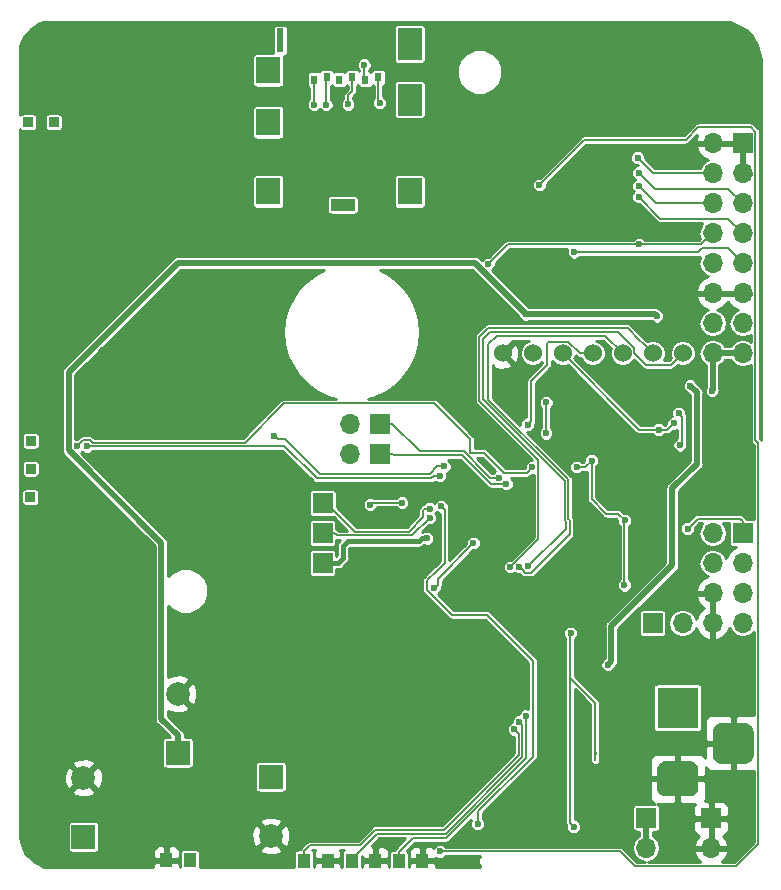
<source format=gbr>
G04 #@! TF.GenerationSoftware,KiCad,Pcbnew,5.0.2+dfsg1-1~bpo9+1*
G04 #@! TF.CreationDate,2019-03-13T07:25:58+01:00*
G04 #@! TF.ProjectId,sensenet_particlemeter,73656e73-656e-4657-945f-706172746963,1.0*
G04 #@! TF.SameCoordinates,Original*
G04 #@! TF.FileFunction,Copper,L2,Bot*
G04 #@! TF.FilePolarity,Positive*
%FSLAX46Y46*%
G04 Gerber Fmt 4.6, Leading zero omitted, Abs format (unit mm)*
G04 Created by KiCad (PCBNEW 5.0.2+dfsg1-1~bpo9+1) date Wed 13 Mar 2019 07:25:58 AM CET*
%MOMM*%
%LPD*%
G01*
G04 APERTURE LIST*
G04 #@! TA.AperFunction,SMDPad,CuDef*
%ADD10R,2.000000X2.700000*%
G04 #@! TD*
G04 #@! TA.AperFunction,SMDPad,CuDef*
%ADD11R,2.000000X2.300000*%
G04 #@! TD*
G04 #@! TA.AperFunction,SMDPad,CuDef*
%ADD12R,0.600000X0.800000*%
G04 #@! TD*
G04 #@! TA.AperFunction,SMDPad,CuDef*
%ADD13R,0.600000X2.000000*%
G04 #@! TD*
G04 #@! TA.AperFunction,SMDPad,CuDef*
%ADD14R,2.000000X1.000000*%
G04 #@! TD*
G04 #@! TA.AperFunction,ComponentPad*
%ADD15R,0.850000X0.850000*%
G04 #@! TD*
G04 #@! TA.AperFunction,ComponentPad*
%ADD16R,1.700000X1.700000*%
G04 #@! TD*
G04 #@! TA.AperFunction,SMDPad,CuDef*
%ADD17R,1.000000X1.250000*%
G04 #@! TD*
G04 #@! TA.AperFunction,ComponentPad*
%ADD18O,1.700000X1.700000*%
G04 #@! TD*
G04 #@! TA.AperFunction,ComponentPad*
%ADD19C,2.000000*%
G04 #@! TD*
G04 #@! TA.AperFunction,ComponentPad*
%ADD20R,2.000000X2.000000*%
G04 #@! TD*
G04 #@! TA.AperFunction,ComponentPad*
%ADD21C,1.524000*%
G04 #@! TD*
G04 #@! TA.AperFunction,ComponentPad*
%ADD22R,3.500000X3.500000*%
G04 #@! TD*
G04 #@! TA.AperFunction,Conductor*
%ADD23C,0.100000*%
G04 #@! TD*
G04 #@! TA.AperFunction,ComponentPad*
%ADD24C,3.000000*%
G04 #@! TD*
G04 #@! TA.AperFunction,ComponentPad*
%ADD25C,3.500000*%
G04 #@! TD*
G04 #@! TA.AperFunction,ViaPad*
%ADD26C,0.600000*%
G04 #@! TD*
G04 #@! TA.AperFunction,Conductor*
%ADD27C,0.150000*%
G04 #@! TD*
G04 #@! TA.AperFunction,Conductor*
%ADD28C,0.500000*%
G04 #@! TD*
G04 #@! TA.AperFunction,Conductor*
%ADD29C,0.400000*%
G04 #@! TD*
G04 #@! TA.AperFunction,Conductor*
%ADD30C,0.254000*%
G04 #@! TD*
G04 APERTURE END LIST*
D10*
G04 #@! TO.P,U4,*
G04 #@! TO.N,*
X165481520Y-56067960D03*
D11*
X165481520Y-68537960D03*
D10*
X165481520Y-60767960D03*
D11*
X153481520Y-68537960D03*
X153481520Y-62687960D03*
X153481520Y-58287960D03*
D12*
G04 #@! TO.P,U4,6*
G04 #@! TO.N,Net-(C21-Pad2)*
X162811520Y-58887960D03*
G04 #@! TO.P,U4,4*
G04 #@! TO.N,Net-(C33-Pad2)*
X160611520Y-58887960D03*
G04 #@! TO.P,U4,1*
G04 #@! TO.N,Net-(C31-Pad2)*
X157371520Y-59087960D03*
G04 #@! TO.P,U4,5*
G04 #@! TO.N,Net-(U3-Pad42)*
X161711520Y-59087960D03*
G04 #@! TO.P,U4,3*
G04 #@! TO.N,N/C*
X159511520Y-59087960D03*
G04 #@! TO.P,U4,2*
G04 #@! TO.N,Net-(C32-Pad2)*
X158426520Y-58887960D03*
D13*
G04 #@! TO.P,U4,*
G04 #@! TO.N,*
X154521520Y-55767960D03*
D14*
X159811520Y-69687960D03*
G04 #@! TD*
D15*
G04 #@! TO.P,J1,1*
G04 #@! TO.N,Net-(J1-Pad1)*
X133172200Y-62687200D03*
G04 #@! TD*
G04 #@! TO.P,J2,1*
G04 #@! TO.N,Net-(J2-Pad1)*
X135331200Y-62687200D03*
G04 #@! TD*
G04 #@! TO.P,J3,1*
G04 #@! TO.N,Net-(J3-Pad1)*
X133375400Y-92024200D03*
G04 #@! TD*
G04 #@! TO.P,J4,1*
G04 #@! TO.N,Net-(J4-Pad1)*
X133350000Y-94437200D03*
G04 #@! TD*
D16*
G04 #@! TO.P,J11,1*
G04 #@! TO.N,Net-(J11-Pad1)*
X158084520Y-97469960D03*
G04 #@! TD*
G04 #@! TO.P,J18,1*
G04 #@! TO.N,Net-(J18-Pad1)*
X158097220Y-94942660D03*
G04 #@! TD*
G04 #@! TO.P,J19,1*
G04 #@! TO.N,Net-(J19-Pad1)*
X158084520Y-100009960D03*
G04 #@! TD*
D15*
G04 #@! TO.P,J21,1*
G04 #@! TO.N,WIRELESS_reset*
X133375400Y-89662000D03*
G04 #@! TD*
D17*
G04 #@! TO.P,D2,1*
G04 #@! TO.N,GND*
X144867120Y-125181360D03*
G04 #@! TO.P,D2,2*
G04 #@! TO.N,Net-(D2-Pad2)*
X146867120Y-125181360D03*
G04 #@! TD*
G04 #@! TO.P,D8,1*
G04 #@! TO.N,GND*
X158516320Y-125206760D03*
G04 #@! TO.P,D8,2*
G04 #@! TO.N,Net-(D8-Pad2)*
X156516320Y-125206760D03*
G04 #@! TD*
G04 #@! TO.P,D9,1*
G04 #@! TO.N,GND*
X162554920Y-125206760D03*
G04 #@! TO.P,D9,2*
G04 #@! TO.N,Net-(D9-Pad2)*
X160554920Y-125206760D03*
G04 #@! TD*
G04 #@! TO.P,D10,1*
G04 #@! TO.N,GND*
X166542720Y-125232160D03*
G04 #@! TO.P,D10,2*
G04 #@! TO.N,Net-(D10-Pad2)*
X164542720Y-125232160D03*
G04 #@! TD*
D16*
G04 #@! TO.P,J17,1*
G04 #@! TO.N,GND*
X193657220Y-64462660D03*
D18*
G04 #@! TO.P,J17,2*
X191117220Y-64462660D03*
G04 #@! TO.P,J17,3*
X193657220Y-67002660D03*
G04 #@! TO.P,J17,4*
G04 #@! TO.N,gps_pulses*
X191117220Y-67002660D03*
G04 #@! TO.P,J17,5*
G04 #@! TO.N,gps_reset*
X193657220Y-69542660D03*
G04 #@! TO.P,J17,6*
G04 #@! TO.N,gps_standby*
X191117220Y-69542660D03*
G04 #@! TO.P,J17,7*
G04 #@! TO.N,UART_GPS_TX*
X193657220Y-72082660D03*
G04 #@! TO.P,J17,8*
G04 #@! TO.N,UART_GPS_RX*
X191117220Y-72082660D03*
G04 #@! TO.P,J17,9*
G04 #@! TO.N,gps_fix*
X193657220Y-74622660D03*
G04 #@! TO.P,J17,10*
G04 #@! TO.N,WIRELESS_reset*
X191117220Y-74622660D03*
G04 #@! TO.P,J17,11*
G04 #@! TO.N,GND*
X193657220Y-77162660D03*
G04 #@! TO.P,J17,12*
X191117220Y-77162660D03*
G04 #@! TO.P,J17,13*
G04 #@! TO.N,USART_debug_tx*
X193657220Y-79702660D03*
G04 #@! TO.P,J17,14*
G04 #@! TO.N,USART_debug_rx*
X191117220Y-79702660D03*
G04 #@! TO.P,J17,15*
G04 #@! TO.N,+5V*
X193657220Y-82242660D03*
G04 #@! TO.P,J17,16*
X191117220Y-82242660D03*
G04 #@! TD*
G04 #@! TO.P,J20,8*
G04 #@! TO.N,GND*
X191117220Y-105102660D03*
G04 #@! TO.P,J20,7*
G04 #@! TO.N,+3V3*
X193657220Y-105102660D03*
G04 #@! TO.P,J20,6*
G04 #@! TO.N,GND*
X191117220Y-102562660D03*
G04 #@! TO.P,J20,5*
G04 #@! TO.N,SWD_CLK*
X193657220Y-102562660D03*
G04 #@! TO.P,J20,4*
G04 #@! TO.N,Tx*
X191117220Y-100022660D03*
G04 #@! TO.P,J20,3*
G04 #@! TO.N,GND*
X193657220Y-100022660D03*
G04 #@! TO.P,J20,2*
G04 #@! TO.N,Rx*
X191117220Y-97482660D03*
D16*
G04 #@! TO.P,J20,1*
G04 #@! TO.N,SWD_DIO*
X193657220Y-97482660D03*
G04 #@! TD*
G04 #@! TO.P,J8,1*
G04 #@! TO.N,i2c_sda*
X186024520Y-105115360D03*
D18*
G04 #@! TO.P,J8,2*
G04 #@! TO.N,i2c_scl*
X188564520Y-105115360D03*
G04 #@! TD*
D19*
G04 #@! TO.P,C18,2*
G04 #@! TO.N,GND*
X153715720Y-123120160D03*
D20*
G04 #@! TO.P,C18,1*
G04 #@! TO.N,+3V3*
X153715720Y-118120160D03*
G04 #@! TD*
G04 #@! TO.P,C19,1*
G04 #@! TO.N,+6V*
X137840720Y-123200160D03*
D19*
G04 #@! TO.P,C19,2*
G04 #@! TO.N,GND*
X137840720Y-118200160D03*
G04 #@! TD*
D16*
G04 #@! TO.P,J9,1*
G04 #@! TO.N,Tx*
X162986720Y-90751660D03*
D18*
G04 #@! TO.P,J9,2*
G04 #@! TO.N,Net-(J9-Pad2)*
X160446720Y-90751660D03*
G04 #@! TD*
G04 #@! TO.P,J10,2*
G04 #@! TO.N,Net-(J10-Pad2)*
X160446720Y-88211660D03*
D16*
G04 #@! TO.P,J10,1*
G04 #@! TO.N,Rx*
X162986720Y-88211660D03*
G04 #@! TD*
D21*
G04 #@! TO.P,J7,1*
G04 #@! TO.N,GND*
X173337220Y-82242660D03*
G04 #@! TO.P,J7,2*
G04 #@! TO.N,+5V*
X175877220Y-82242660D03*
G04 #@! TO.P,J7,3*
G04 #@! TO.N,PM_SCK*
X178417220Y-82242660D03*
G04 #@! TO.P,J7,4*
G04 #@! TO.N,PM_SDO*
X180957220Y-82242660D03*
G04 #@! TO.P,J7,5*
G04 #@! TO.N,OLED_RESET*
X183497220Y-82242660D03*
G04 #@! TO.P,J7,6*
G04 #@! TO.N,OLED_D/C*
X186037220Y-82242660D03*
G04 #@! TO.P,J7,7*
G04 #@! TO.N,OLED_CS*
X188577220Y-82242660D03*
G04 #@! TD*
D20*
G04 #@! TO.P,C15,1*
G04 #@! TO.N,+5V*
X145841720Y-116088160D03*
D19*
G04 #@! TO.P,C15,2*
G04 #@! TO.N,GND*
X145841720Y-111088160D03*
G04 #@! TD*
D22*
G04 #@! TO.P,J12,1*
G04 #@! TO.N,+9V*
X188157120Y-112275360D03*
D23*
G04 #@! TD*
G04 #@! TO.N,GND*
G04 #@! TO.C,J12*
G36*
X189230633Y-116778971D02*
X189303438Y-116789771D01*
X189374834Y-116807655D01*
X189444133Y-116832450D01*
X189510668Y-116863919D01*
X189573798Y-116901758D01*
X189632915Y-116945602D01*
X189687450Y-116995030D01*
X189736878Y-117049565D01*
X189780722Y-117108682D01*
X189818561Y-117171812D01*
X189850030Y-117238347D01*
X189874825Y-117307646D01*
X189892709Y-117379042D01*
X189903509Y-117451847D01*
X189907120Y-117525360D01*
X189907120Y-119025360D01*
X189903509Y-119098873D01*
X189892709Y-119171678D01*
X189874825Y-119243074D01*
X189850030Y-119312373D01*
X189818561Y-119378908D01*
X189780722Y-119442038D01*
X189736878Y-119501155D01*
X189687450Y-119555690D01*
X189632915Y-119605118D01*
X189573798Y-119648962D01*
X189510668Y-119686801D01*
X189444133Y-119718270D01*
X189374834Y-119743065D01*
X189303438Y-119760949D01*
X189230633Y-119771749D01*
X189157120Y-119775360D01*
X187157120Y-119775360D01*
X187083607Y-119771749D01*
X187010802Y-119760949D01*
X186939406Y-119743065D01*
X186870107Y-119718270D01*
X186803572Y-119686801D01*
X186740442Y-119648962D01*
X186681325Y-119605118D01*
X186626790Y-119555690D01*
X186577362Y-119501155D01*
X186533518Y-119442038D01*
X186495679Y-119378908D01*
X186464210Y-119312373D01*
X186439415Y-119243074D01*
X186421531Y-119171678D01*
X186410731Y-119098873D01*
X186407120Y-119025360D01*
X186407120Y-117525360D01*
X186410731Y-117451847D01*
X186421531Y-117379042D01*
X186439415Y-117307646D01*
X186464210Y-117238347D01*
X186495679Y-117171812D01*
X186533518Y-117108682D01*
X186577362Y-117049565D01*
X186626790Y-116995030D01*
X186681325Y-116945602D01*
X186740442Y-116901758D01*
X186803572Y-116863919D01*
X186870107Y-116832450D01*
X186939406Y-116807655D01*
X187010802Y-116789771D01*
X187083607Y-116778971D01*
X187157120Y-116775360D01*
X189157120Y-116775360D01*
X189230633Y-116778971D01*
X189230633Y-116778971D01*
G37*
D24*
G04 #@! TO.P,J12,2*
G04 #@! TO.N,GND*
X188157120Y-118275360D03*
D23*
G04 #@! TD*
G04 #@! TO.N,GND*
G04 #@! TO.C,J12*
G36*
X193817885Y-113529573D02*
X193902824Y-113542173D01*
X193986119Y-113563037D01*
X194066968Y-113591965D01*
X194144592Y-113628679D01*
X194218244Y-113672824D01*
X194287214Y-113723976D01*
X194350838Y-113781642D01*
X194408504Y-113845266D01*
X194459656Y-113914236D01*
X194503801Y-113987888D01*
X194540515Y-114065512D01*
X194569443Y-114146361D01*
X194590307Y-114229656D01*
X194602907Y-114314595D01*
X194607120Y-114400360D01*
X194607120Y-116150360D01*
X194602907Y-116236125D01*
X194590307Y-116321064D01*
X194569443Y-116404359D01*
X194540515Y-116485208D01*
X194503801Y-116562832D01*
X194459656Y-116636484D01*
X194408504Y-116705454D01*
X194350838Y-116769078D01*
X194287214Y-116826744D01*
X194218244Y-116877896D01*
X194144592Y-116922041D01*
X194066968Y-116958755D01*
X193986119Y-116987683D01*
X193902824Y-117008547D01*
X193817885Y-117021147D01*
X193732120Y-117025360D01*
X191982120Y-117025360D01*
X191896355Y-117021147D01*
X191811416Y-117008547D01*
X191728121Y-116987683D01*
X191647272Y-116958755D01*
X191569648Y-116922041D01*
X191495996Y-116877896D01*
X191427026Y-116826744D01*
X191363402Y-116769078D01*
X191305736Y-116705454D01*
X191254584Y-116636484D01*
X191210439Y-116562832D01*
X191173725Y-116485208D01*
X191144797Y-116404359D01*
X191123933Y-116321064D01*
X191111333Y-116236125D01*
X191107120Y-116150360D01*
X191107120Y-114400360D01*
X191111333Y-114314595D01*
X191123933Y-114229656D01*
X191144797Y-114146361D01*
X191173725Y-114065512D01*
X191210439Y-113987888D01*
X191254584Y-113914236D01*
X191305736Y-113845266D01*
X191363402Y-113781642D01*
X191427026Y-113723976D01*
X191495996Y-113672824D01*
X191569648Y-113628679D01*
X191647272Y-113591965D01*
X191728121Y-113563037D01*
X191811416Y-113542173D01*
X191896355Y-113529573D01*
X191982120Y-113525360D01*
X193732120Y-113525360D01*
X193817885Y-113529573D01*
X193817885Y-113529573D01*
G37*
D25*
G04 #@! TO.P,J12,3*
G04 #@! TO.N,GND*
X192857120Y-115275360D03*
G04 #@! TD*
D16*
G04 #@! TO.P,J13,1*
G04 #@! TO.N,+9V*
X185491120Y-121574560D03*
D18*
G04 #@! TO.P,J13,2*
X185491120Y-124114560D03*
G04 #@! TD*
D16*
G04 #@! TO.P,J14,1*
G04 #@! TO.N,GND*
X190977520Y-121625360D03*
D18*
G04 #@! TO.P,J14,2*
X190977520Y-124165360D03*
G04 #@! TD*
D26*
G04 #@! TO.N,GND*
X141452600Y-56515000D03*
X141478000Y-58318400D03*
X139877800Y-58267600D03*
X136931400Y-58318400D03*
X135229600Y-58191400D03*
X135280400Y-56565800D03*
X170688000Y-100482400D03*
X165557200Y-93894400D03*
X144373600Y-71577200D03*
X142722600Y-71678800D03*
X140893800Y-71653400D03*
X139496800Y-70129400D03*
X139649200Y-68300600D03*
X142671800Y-67157600D03*
X140766800Y-67157600D03*
X142951200Y-80264000D03*
X144424400Y-80264000D03*
X149326600Y-81280000D03*
X147650200Y-83642200D03*
X146075400Y-85013800D03*
X144424400Y-84963000D03*
X142773400Y-85064600D03*
X141020800Y-85064600D03*
X139268200Y-83769200D03*
X139471400Y-81991200D03*
X145770600Y-65963800D03*
X140004800Y-65938400D03*
X137261600Y-65989200D03*
X135585200Y-68453000D03*
X172161200Y-91871800D03*
X178988720Y-103515160D03*
X179420520Y-93710760D03*
X186659520Y-90992960D03*
X190393320Y-92618560D03*
X188400920Y-98054160D03*
X186862720Y-97927160D03*
X186862720Y-96911160D03*
X185821320Y-96936560D03*
X185872120Y-98003360D03*
X158516320Y-125206760D03*
X162554920Y-125206760D03*
X166542720Y-125232160D03*
X149423120Y-83855560D03*
X147391120Y-66456560D03*
X149397720Y-66862960D03*
X135046720Y-105420160D03*
X136062720Y-105394760D03*
X137002520Y-105394760D03*
X138069320Y-105394760D03*
X138069320Y-109611160D03*
X137205720Y-109636560D03*
X136164320Y-109636560D03*
X135097520Y-109636560D03*
X136888220Y-107769660D03*
X168854120Y-115072160D03*
X169895520Y-115097560D03*
X171038520Y-115097560D03*
X172283120Y-115072160D03*
X170670220Y-117040660D03*
X170982920Y-118958360D03*
X170047920Y-118983760D03*
X168803320Y-119009160D03*
X182341520Y-84998560D03*
X188132720Y-74686160D03*
X181833520Y-76006960D03*
X186608720Y-75498960D03*
X164967920Y-114614960D03*
X163291520Y-114564160D03*
X161157920Y-114564160D03*
X150489920Y-101864160D03*
X153283920Y-110246160D03*
X156027120Y-110195360D03*
X158211520Y-110093760D03*
X142717520Y-103946960D03*
X142819120Y-101254560D03*
X142971520Y-98968560D03*
X141295120Y-91043760D03*
X143377920Y-91043760D03*
X145105120Y-91094560D03*
X147035520Y-91043760D03*
X149067520Y-91043760D03*
X163647120Y-66812160D03*
X164510720Y-70723760D03*
X164459920Y-72400160D03*
X178125120Y-119593360D03*
X176245520Y-123250960D03*
G04 #@! TO.N,+5V*
X191053720Y-85430360D03*
X175336518Y-78953360D03*
X186405520Y-79105760D03*
G04 #@! TO.N,gps_standby*
X184856120Y-68082160D03*
G04 #@! TO.N,gps_reset*
X184856120Y-66964560D03*
G04 #@! TO.N,Net-(D2-Pad2)*
X176448720Y-68005960D03*
X168015920Y-124419360D03*
X146867120Y-125181360D03*
G04 #@! TO.N,PM_SDO*
X175442864Y-88292124D03*
G04 #@! TO.N,PM_SDI*
X188234320Y-87335360D03*
X188335920Y-90027760D03*
G04 #@! TO.N,PM_SCK*
X186548152Y-88716728D03*
X187827920Y-88173560D03*
G04 #@! TO.N,SWD_DIO*
X188996320Y-97088960D03*
G04 #@! TO.N,gps_fix*
X179395120Y-73695560D03*
G04 #@! TO.N,Rx*
X173019720Y-92783660D03*
G04 #@! TO.N,Tx*
X173643759Y-93308660D03*
G04 #@! TO.N,UART_GPS_RX*
X172115088Y-74695928D03*
X184881520Y-73035160D03*
G04 #@! TO.N,UART_GPS_TX*
X184856120Y-69021960D03*
G04 #@! TO.N,WIRELESS_reset*
X177012600Y-89027000D03*
X177020220Y-86406784D03*
X175844200Y-91922600D03*
X137281920Y-90129360D03*
G04 #@! TO.N,gps_pulses*
X184754520Y-65694560D03*
G04 #@! TO.N,+3V3*
X167538400Y-102133400D03*
X180873400Y-91338400D03*
X170862406Y-98319372D03*
X183636920Y-101889560D03*
X183662320Y-96405460D03*
X179598320Y-91881960D03*
X164815520Y-94904560D03*
X162123120Y-95056960D03*
G04 #@! TO.N,Net-(U3-Pad42)*
X161615120Y-57820560D03*
G04 #@! TO.N,Net-(J11-Pad1)*
X167144418Y-96184196D03*
G04 #@! TO.N,Net-(J18-Pad1)*
X167152320Y-95412560D03*
G04 #@! TO.N,Net-(J19-Pad1)*
X166892405Y-97927500D03*
G04 #@! TO.N,Net-(D8-Pad2)*
X174331559Y-114087211D03*
G04 #@! TO.N,Net-(D9-Pad2)*
X174721520Y-113446560D03*
G04 #@! TO.N,Net-(D10-Pad2)*
X175305720Y-112938560D03*
G04 #@! TO.N,RI*
X168384220Y-91831160D03*
X153995120Y-89214960D03*
G04 #@! TO.N,NETLIGHT*
X168021000Y-92633800D03*
X138145520Y-90129360D03*
G04 #@! TO.N,Net-(C17-Pad1)*
X189199520Y-84998560D03*
X182239920Y-108620560D03*
G04 #@! TO.N,OLED_D/C*
X173984217Y-100340160D03*
G04 #@! TO.N,OLED_RESET*
X174734220Y-100340160D03*
G04 #@! TO.N,OLED_CS*
X175515905Y-100300939D03*
G04 #@! TO.N,Net-(C21-Pad2)*
X162910520Y-61046360D03*
G04 #@! TO.N,Net-(C31-Pad2)*
X157373320Y-61198760D03*
G04 #@! TO.N,Net-(C32-Pad2)*
X158389320Y-61224160D03*
G04 #@! TO.N,Net-(C33-Pad2)*
X160243520Y-61173360D03*
G04 #@! TO.N,Net-(SW1-Pad2)*
X168130220Y-95196660D03*
X171216320Y-122082560D03*
G04 #@! TO.N,Net-(SW2-Pad1)*
X179344320Y-122336560D03*
X179090320Y-105928160D03*
G04 #@! TD*
D27*
G04 #@! TO.N,GND*
X191198500Y-77089000D02*
X191198500Y-77101700D01*
D28*
X141452600Y-58293000D02*
X141452600Y-56515000D01*
X141478000Y-58318400D02*
X141452600Y-58293000D01*
X136982200Y-58267600D02*
X139877800Y-58267600D01*
X136931400Y-58318400D02*
X136982200Y-58267600D01*
X135229600Y-56616600D02*
X135229600Y-58191400D01*
X135280400Y-56565800D02*
X135229600Y-56616600D01*
D27*
X170688000Y-100482400D02*
X170845480Y-100324920D01*
X165557200Y-93894400D02*
X165557200Y-93903800D01*
D28*
X142671800Y-71653400D02*
X142722600Y-71678800D01*
X144297400Y-71653400D02*
X142671800Y-71653400D01*
X144373600Y-71577200D02*
X144297400Y-71653400D01*
X140919200Y-71678800D02*
X142722600Y-71678800D01*
X140893800Y-71653400D02*
X140919200Y-71678800D01*
X139496800Y-68453000D02*
X139496800Y-70129400D01*
X139649200Y-68300600D02*
X139496800Y-68453000D01*
X142671800Y-67157600D02*
X140766800Y-67157600D01*
X144424400Y-80264000D02*
X142951200Y-80264000D01*
X149326600Y-81965800D02*
X149326600Y-81280000D01*
X147650200Y-83642200D02*
X149326600Y-81965800D01*
X146050000Y-84988400D02*
X146075400Y-85013800D01*
X144449800Y-84988400D02*
X146050000Y-84988400D01*
X144424400Y-84963000D02*
X144449800Y-84988400D01*
X141020800Y-85064600D02*
X142773400Y-85064600D01*
X139268200Y-82194400D02*
X139268200Y-83769200D01*
X139471400Y-81991200D02*
X139268200Y-82194400D01*
X145745200Y-65989200D02*
X145770600Y-65963800D01*
X137261600Y-65989200D02*
X140030200Y-65989200D01*
X140030200Y-65989200D02*
X139954000Y-65989200D01*
X139954000Y-65989200D02*
X140004800Y-65938400D01*
X137261600Y-66776600D02*
X137261600Y-65989200D01*
X135585200Y-68453000D02*
X137261600Y-66776600D01*
D27*
X186862720Y-97927160D02*
X186862720Y-96911160D01*
X185821320Y-97952560D02*
X185872120Y-98003360D01*
X185821320Y-96936560D02*
X185821320Y-97952560D01*
D28*
X148991320Y-66456560D02*
X149397720Y-66862960D01*
X147391120Y-66456560D02*
X148991320Y-66456560D01*
X136062720Y-105394760D02*
X137002520Y-105394760D01*
X138069320Y-105394760D02*
X138069320Y-108992058D01*
X138069320Y-108992058D02*
X138069320Y-109611160D01*
X137205720Y-109636560D02*
X136164320Y-109636560D01*
X135097520Y-109560360D02*
X136888220Y-107769660D01*
X135097520Y-109636560D02*
X135097520Y-109560360D01*
X169870120Y-115072160D02*
X169895520Y-115097560D01*
X168854120Y-115072160D02*
X169870120Y-115072160D01*
X172257720Y-115097560D02*
X172283120Y-115072160D01*
X171038520Y-115097560D02*
X172257720Y-115097560D01*
X172283120Y-115427760D02*
X170670220Y-117040660D01*
X172283120Y-115072160D02*
X172283120Y-115427760D01*
X168828720Y-118983760D02*
X168803320Y-119009160D01*
X170047920Y-118983760D02*
X168828720Y-118983760D01*
X186100720Y-76006960D02*
X186608720Y-75498960D01*
X181833520Y-76006960D02*
X186100720Y-76006960D01*
X163342320Y-114614960D02*
X163291520Y-114564160D01*
X164967920Y-114614960D02*
X163342320Y-114614960D01*
X142717520Y-101356160D02*
X142819120Y-101254560D01*
X142717520Y-103946960D02*
X142717520Y-101356160D01*
X141295120Y-91043760D02*
X143377920Y-91043760D01*
X146984720Y-91094560D02*
X147035520Y-91043760D01*
X145105120Y-91094560D02*
X146984720Y-91094560D01*
X164510720Y-72349360D02*
X164459920Y-72400160D01*
X164510720Y-70723760D02*
X164510720Y-72349360D01*
G04 #@! TO.N,+5V*
X190698120Y-81823560D02*
X191117220Y-82242660D01*
X191117220Y-85366860D02*
X191053720Y-85430360D01*
X191117220Y-82242660D02*
X191117220Y-85366860D01*
X191117220Y-82242660D02*
X193657220Y-82242660D01*
X170984557Y-74601399D02*
X175336518Y-78953360D01*
X145825199Y-74601399D02*
X170984557Y-74601399D01*
X136581919Y-83844679D02*
X145825199Y-74601399D01*
X136581919Y-90465361D02*
X136581919Y-83844679D01*
X145841720Y-116088160D02*
X145841720Y-114588160D01*
X145841720Y-114588160D02*
X144441719Y-113188159D01*
X144441719Y-98325161D02*
X136581919Y-90465361D01*
X144441719Y-113188159D02*
X144441719Y-98325161D01*
X175336518Y-78953360D02*
X184830720Y-78953360D01*
X186253120Y-78953360D02*
X186405520Y-79105760D01*
X184830720Y-78953360D02*
X186253120Y-78953360D01*
D27*
G04 #@! TO.N,gps_standby*
X186316620Y-69542660D02*
X184856120Y-68082160D01*
X191117220Y-69542660D02*
X186316620Y-69542660D01*
G04 #@! TO.N,gps_reset*
X193657220Y-69542660D02*
X192450720Y-68336160D01*
X186227720Y-68336160D02*
X184856120Y-66964560D01*
X192450720Y-68336160D02*
X186227720Y-68336160D01*
G04 #@! TO.N,Net-(D2-Pad2)*
X180258720Y-64195960D02*
X176448720Y-68005960D01*
X194330320Y-63103760D02*
X189910720Y-63103760D01*
X194732221Y-63505661D02*
X194330320Y-63103760D01*
X188818520Y-64195960D02*
X180258720Y-64195960D01*
X189910720Y-63103760D02*
X188818520Y-64195960D01*
X194732221Y-89623799D02*
X194732221Y-63505661D01*
X194990720Y-89882298D02*
X194732221Y-89623799D01*
X168015920Y-124419360D02*
X182849520Y-124419360D01*
X194990720Y-112481360D02*
X194990720Y-112379760D01*
X182849520Y-124419360D02*
X182951120Y-124419360D01*
X182951120Y-124419360D02*
X183052720Y-124419360D01*
X194990720Y-123758960D02*
X194990720Y-112125760D01*
X193060320Y-125689360D02*
X194990720Y-123758960D01*
X184525920Y-125689360D02*
X193060320Y-125689360D01*
X194990720Y-112379760D02*
X194990720Y-112125760D01*
X194990720Y-112125760D02*
X194990720Y-89882298D01*
X183255920Y-124419360D02*
X184525920Y-125689360D01*
X182951120Y-124419360D02*
X183255920Y-124419360D01*
G04 #@! TO.N,PM_SDO*
X178892589Y-81255659D02*
X177245221Y-81255659D01*
X179879590Y-82242660D02*
X178892589Y-81255659D01*
X180957220Y-82242660D02*
X179879590Y-82242660D01*
X177245221Y-81255659D02*
X177109120Y-81391760D01*
X175742863Y-87992125D02*
X175742863Y-84586817D01*
X175442864Y-88292124D02*
X175742863Y-87992125D01*
X177109120Y-83220560D02*
X177109120Y-81391760D01*
X175742863Y-84586817D02*
X177109120Y-83220560D01*
G04 #@! TO.N,PM_SDI*
X188534319Y-87635359D02*
X188534319Y-89829361D01*
X188534319Y-89829361D02*
X188335920Y-90027760D01*
X188234320Y-87335360D02*
X188534319Y-87635359D01*
G04 #@! TO.N,PM_SCK*
X187284752Y-88716728D02*
X187827920Y-88173560D01*
X186548152Y-88716728D02*
X187284752Y-88716728D01*
X184891288Y-88716728D02*
X186548152Y-88716728D01*
X178417220Y-82242660D02*
X184891288Y-88716728D01*
G04 #@! TO.N,SWD_DIO*
X193657220Y-96482660D02*
X193657220Y-97482660D01*
X193425320Y-96250760D02*
X193657220Y-96482660D01*
X189834520Y-96250760D02*
X193425320Y-96250760D01*
X188996320Y-97088960D02*
X189834520Y-96250760D01*
G04 #@! TO.N,gps_fix*
X179395120Y-73695560D02*
X189910720Y-73695560D01*
X189910720Y-73695560D02*
X190240920Y-73365360D01*
X192399920Y-73365360D02*
X193657220Y-74622660D01*
X190240920Y-73365360D02*
X192399920Y-73365360D01*
G04 #@! TO.N,Rx*
X163986720Y-88211660D02*
X166336220Y-90561160D01*
X166336220Y-90561160D02*
X170063160Y-90561160D01*
X162986720Y-88211660D02*
X163986720Y-88211660D01*
X171876720Y-92374720D02*
X171937398Y-92435398D01*
X170063160Y-90561160D02*
X171876720Y-92374720D01*
X171876720Y-92374720D02*
X172285660Y-92783660D01*
X172285660Y-92783660D02*
X173019720Y-92783660D01*
G04 #@! TO.N,Tx*
X169908220Y-90878660D02*
X171764960Y-92735400D01*
X164113720Y-90878660D02*
X169908220Y-90878660D01*
X163986720Y-90751660D02*
X164113720Y-90878660D01*
X162986720Y-90751660D02*
X163986720Y-90751660D01*
X172386382Y-93308660D02*
X173643759Y-93308660D01*
X172338220Y-93308660D02*
X172386382Y-93308660D01*
X171764960Y-92735400D02*
X172338220Y-93308660D01*
G04 #@! TO.N,UART_GPS_RX*
X173775856Y-73035160D02*
X184881520Y-73035160D01*
X172115088Y-74695928D02*
X173775856Y-73035160D01*
X190164720Y-73035160D02*
X191117220Y-72082660D01*
X184881520Y-73035160D02*
X190164720Y-73035160D01*
G04 #@! TO.N,UART_GPS_TX*
X193657220Y-72082660D02*
X192425320Y-70850760D01*
X186684920Y-70850760D02*
X184856120Y-69021960D01*
X192425320Y-70850760D02*
X186684920Y-70850760D01*
G04 #@! TO.N,WIRELESS_reset*
X177012600Y-89027000D02*
X176982120Y-88996520D01*
X176982120Y-88996520D02*
X177175160Y-88996520D01*
X177012600Y-86414404D02*
X177020220Y-86406784D01*
X177012600Y-89027000D02*
X177012600Y-86414404D01*
X175385239Y-92381561D02*
X175844200Y-91922600D01*
X173447963Y-92381561D02*
X175385239Y-92381561D01*
X138617722Y-89824560D02*
X151480520Y-89824560D01*
X137806921Y-89604359D02*
X138397521Y-89604359D01*
X167563562Y-86497160D02*
X170606720Y-89540318D01*
X138397521Y-89604359D02*
X138617722Y-89824560D01*
X137281920Y-90129360D02*
X137806921Y-89604359D01*
X151480520Y-89824560D02*
X154807920Y-86497160D01*
X171746844Y-90680442D02*
X173447963Y-92381561D01*
X154807920Y-86497160D02*
X167563562Y-86497160D01*
X170606720Y-89540318D02*
X170606720Y-90680442D01*
X170606720Y-90680442D02*
X171746844Y-90680442D01*
G04 #@! TO.N,gps_pulses*
X186062620Y-67002660D02*
X184754520Y-65694560D01*
X191117220Y-67002660D02*
X186062620Y-67002660D01*
G04 #@! TO.N,+3V3*
X167538400Y-102133400D02*
X167690800Y-102133400D01*
X167838399Y-101833401D02*
X167843479Y-101833401D01*
X167538400Y-102133400D02*
X167838399Y-101833401D01*
X167843479Y-101338299D02*
X170862406Y-98319372D01*
X167843479Y-101833401D02*
X167843479Y-101338299D01*
X183636920Y-96430860D02*
X183662320Y-96405460D01*
X183636920Y-101889560D02*
X183636920Y-96430860D01*
X183106083Y-95849223D02*
X182117783Y-95849223D01*
X183662320Y-96405460D02*
X183106083Y-95849223D01*
X180873400Y-94604840D02*
X180873400Y-91338400D01*
X182117783Y-95849223D02*
X180873400Y-94604840D01*
X180329840Y-91881960D02*
X180873400Y-91338400D01*
X179598320Y-91881960D02*
X180329840Y-91881960D01*
X162275520Y-94904560D02*
X162123120Y-95056960D01*
X164815520Y-94904560D02*
X162275520Y-94904560D01*
G04 #@! TO.N,Net-(U3-Pad42)*
X161615120Y-57820560D02*
X161615120Y-58991560D01*
G04 #@! TO.N,Net-(J11-Pad1)*
X159282930Y-97668370D02*
X159084520Y-97469960D01*
X159084520Y-97469960D02*
X158084520Y-97469960D01*
X165660244Y-97668370D02*
X159282930Y-97668370D01*
X167144418Y-96184196D02*
X165660244Y-97668370D01*
G04 #@! TO.N,Net-(J18-Pad1)*
X158998920Y-95514160D02*
X158668720Y-95514160D01*
X160853120Y-97368360D02*
X158998920Y-95514160D01*
X167152320Y-95412560D02*
X166728056Y-95412560D01*
X165374320Y-97368360D02*
X160853120Y-97368360D01*
X166728056Y-95412560D02*
X166593520Y-95547096D01*
X158668720Y-95514160D02*
X158097220Y-94942660D01*
X166593520Y-95547096D02*
X166593520Y-96149160D01*
X166593520Y-96149160D02*
X165374320Y-97368360D01*
D29*
G04 #@! TO.N,Net-(J19-Pad1)*
X166468141Y-97927500D02*
X166214481Y-98181160D01*
X166892405Y-97927500D02*
X166468141Y-97927500D01*
X166214481Y-98181160D02*
X160218120Y-98181160D01*
X160218120Y-98181160D02*
X159837120Y-98562160D01*
X159837120Y-98562160D02*
X159837120Y-99578160D01*
X159405320Y-100009960D02*
X159334520Y-100009960D01*
X159334520Y-100009960D02*
X158084520Y-100009960D01*
X159837120Y-99578160D02*
X159405320Y-100009960D01*
D27*
G04 #@! TO.N,Net-(D8-Pad2)*
X156516320Y-125206760D02*
X156516320Y-125081760D01*
X174631558Y-114387210D02*
X174646170Y-114387210D01*
X174331559Y-114087211D02*
X174631558Y-114387210D01*
X156516320Y-124431760D02*
X156516320Y-125206760D01*
X174631558Y-114387210D02*
X174631558Y-114397998D01*
X174696120Y-114462560D02*
X174696120Y-116291360D01*
X174696120Y-116291360D02*
X168396920Y-122590560D01*
X174631558Y-114397998D02*
X174696120Y-114462560D01*
X156516320Y-124431760D02*
X157036720Y-123911360D01*
X161234120Y-123911360D02*
X162554920Y-122590560D01*
X157036720Y-123911360D02*
X161234120Y-123911360D01*
X168396920Y-122590560D02*
X162554920Y-122590560D01*
G04 #@! TO.N,Net-(D9-Pad2)*
X160554920Y-125206760D02*
X160554920Y-125081760D01*
X162715920Y-122920760D02*
X168498520Y-122920760D01*
X160554920Y-125081760D02*
X162715920Y-122920760D01*
X168498520Y-122920760D02*
X174442120Y-116977160D01*
X174442120Y-116977160D02*
X175005710Y-116413570D01*
X175005710Y-116413570D02*
X175000920Y-116408780D01*
X175000920Y-113725960D02*
X174721520Y-113446560D01*
X175000920Y-116408780D02*
X175000920Y-113725960D01*
G04 #@! TO.N,Net-(D10-Pad2)*
X164542720Y-124457160D02*
X165723520Y-123276360D01*
X164542720Y-125232160D02*
X164542720Y-124457160D01*
X168582242Y-123276360D02*
X172613320Y-119245282D01*
X165723520Y-123276360D02*
X168582242Y-123276360D01*
X172613320Y-119245282D02*
X172613320Y-119237760D01*
X175305720Y-116545360D02*
X175305720Y-114132360D01*
X172613320Y-119237760D02*
X175305720Y-116545360D01*
X175305720Y-114132360D02*
X175305720Y-112938560D01*
G04 #@! TO.N,RI*
X168384220Y-91831160D02*
X167812720Y-91831160D01*
X167812720Y-91831160D02*
X167177720Y-92466160D01*
X167177720Y-92466160D02*
X157843220Y-92466160D01*
X154892019Y-89514959D02*
X157843220Y-92466160D01*
X154295119Y-89514959D02*
X154892019Y-89514959D01*
X153995120Y-89214960D02*
X154295119Y-89514959D01*
G04 #@! TO.N,NETLIGHT*
X167518080Y-92633800D02*
X168021000Y-92633800D01*
X167304720Y-92847160D02*
X167518080Y-92633800D01*
X157855920Y-92847160D02*
X167304720Y-92847160D01*
X157779720Y-92847160D02*
X157855920Y-92847160D01*
X138145520Y-90129360D02*
X154858720Y-90129360D01*
X157576520Y-92847160D02*
X157855920Y-92847160D01*
X154858720Y-90129360D02*
X157576520Y-92847160D01*
D28*
G04 #@! TO.N,Net-(C17-Pad1)*
X189199520Y-84998560D02*
X189758320Y-85557360D01*
X189758320Y-85557360D02*
X189758320Y-91627960D01*
X189758320Y-91627960D02*
X187700920Y-93685360D01*
X187700920Y-93685360D02*
X187700920Y-100213160D01*
X182539919Y-105374161D02*
X187700920Y-100213160D01*
X182539919Y-108320561D02*
X182539919Y-105374161D01*
X182239920Y-108620560D02*
X182539919Y-108320561D01*
D27*
G04 #@! TO.N,OLED_D/C*
X185275221Y-81480661D02*
X186037220Y-82242660D01*
X176369201Y-97955176D02*
X173984217Y-100340160D01*
X171368720Y-86268560D02*
X176369201Y-91269041D01*
X176369201Y-91269041D02*
X176369201Y-97955176D01*
X184881520Y-81086960D02*
X183921111Y-80126551D01*
X184746121Y-80951561D02*
X184881520Y-81086960D01*
X184881520Y-81086960D02*
X185275221Y-81480661D01*
X171368720Y-82204560D02*
X171368720Y-80883760D01*
X171368720Y-81848960D02*
X171368720Y-82204560D01*
X171368720Y-82204560D02*
X171368720Y-86268560D01*
X172125929Y-80126551D02*
X173045120Y-80126551D01*
X173045120Y-80126551D02*
X172837129Y-80126551D01*
X171368720Y-80883760D02*
X172125929Y-80126551D01*
X183921111Y-80126551D02*
X173045120Y-80126551D01*
G04 #@! TO.N,OLED_RESET*
X183497220Y-82242660D02*
X182036720Y-80782160D01*
X182036720Y-80782160D02*
X172841920Y-80782160D01*
X172841920Y-80782160D02*
X172130720Y-81493360D01*
X175220000Y-100825940D02*
X175034219Y-100640159D01*
X179017240Y-97576606D02*
X175767906Y-100825940D01*
X179017240Y-96408624D02*
X179017240Y-97576606D01*
X178882330Y-96273714D02*
X179017240Y-96408624D01*
X175034219Y-100640159D02*
X174734220Y-100340160D01*
X178882330Y-92933614D02*
X178882330Y-96273714D01*
X172130720Y-86182004D02*
X178882330Y-92933614D01*
X175767906Y-100825940D02*
X175220000Y-100825940D01*
X172130720Y-81493360D02*
X172130720Y-86182004D01*
G04 #@! TO.N,OLED_CS*
X175515905Y-100300939D02*
X178717230Y-97099614D01*
X187590219Y-83229661D02*
X185449421Y-83229661D01*
X188577220Y-82242660D02*
X187590219Y-83229661D01*
X184484221Y-81768899D02*
X183141882Y-80426560D01*
X184484221Y-82264461D02*
X184484221Y-81768899D01*
X185449421Y-83229661D02*
X184484221Y-82264461D01*
X173959520Y-80426560D02*
X172250198Y-80426560D01*
X183141882Y-80426560D02*
X173959520Y-80426560D01*
X173959520Y-80426560D02*
X173692558Y-80426560D01*
X172250198Y-80426560D02*
X171668730Y-81008028D01*
X171668730Y-81008028D02*
X171668730Y-86144292D01*
X178717230Y-96532892D02*
X178717230Y-97099614D01*
X178582320Y-96397982D02*
X178717230Y-96532892D01*
X178582320Y-93057882D02*
X178582320Y-96397982D01*
X171668730Y-86144292D02*
X178582320Y-93057882D01*
G04 #@! TO.N,Net-(C21-Pad2)*
X162834320Y-58788360D02*
X162930720Y-58884760D01*
X162811520Y-58887960D02*
X162811520Y-60947360D01*
G04 #@! TO.N,Net-(C31-Pad2)*
X157373320Y-61198760D02*
X157373320Y-59089760D01*
G04 #@! TO.N,Net-(C32-Pad2)*
X158592520Y-58886560D02*
X158590720Y-58884760D01*
X158389320Y-61224160D02*
X158389320Y-58925160D01*
G04 #@! TO.N,Net-(C33-Pad2)*
X160243520Y-61173360D02*
X160243520Y-60411360D01*
X160611520Y-60043360D02*
X160611520Y-58887960D01*
X160243520Y-60411360D02*
X160611520Y-60043360D01*
G04 #@! TO.N,Net-(SW1-Pad2)*
X175889920Y-116392960D02*
X175889920Y-108290360D01*
X171241920Y-121040960D02*
X175889920Y-116392960D01*
X175889920Y-108290360D02*
X172003720Y-104404160D01*
X168430219Y-99976661D02*
X167736520Y-100670360D01*
X168430219Y-95496659D02*
X168430219Y-99976661D01*
X168130220Y-95196660D02*
X168430219Y-95496659D01*
X167830221Y-100576659D02*
X167736520Y-100670360D01*
X167736520Y-100670360D02*
X166923720Y-101483160D01*
X166923720Y-101483160D02*
X166923720Y-102295960D01*
X169031920Y-104404160D02*
X172003720Y-104404160D01*
X166923720Y-102295960D02*
X169031920Y-104404160D01*
X171241920Y-122056960D02*
X171216320Y-122082560D01*
X171241920Y-121040960D02*
X171241920Y-122056960D01*
G04 #@! TO.N,Net-(SW2-Pad1)*
X181214500Y-116164360D02*
X181214500Y-116024660D01*
X181173120Y-116205740D02*
X181214500Y-116164360D01*
X181173120Y-111859060D02*
X180474620Y-111160560D01*
X181173120Y-116697760D02*
X181173120Y-111859060D01*
X181173120Y-116697760D02*
X181173120Y-116205740D01*
X180474620Y-111160560D02*
X179052220Y-109738160D01*
X179052220Y-122044460D02*
X179344320Y-122336560D01*
X179052220Y-109738160D02*
X179052220Y-122044460D01*
X179052220Y-105966260D02*
X179090320Y-105928160D01*
X179052220Y-109738160D02*
X179052220Y-105966260D01*
D28*
G04 #@! TO.N,+9V*
X185491120Y-121574560D02*
X185491120Y-124114560D01*
G04 #@! TD*
D30*
G04 #@! TO.N,GND*
G36*
X193946694Y-54884890D02*
X194362441Y-55196701D01*
X194469197Y-55385093D01*
X194873090Y-56192880D01*
X195241500Y-57298110D01*
X195241500Y-89564565D01*
X195134221Y-89457286D01*
X195134221Y-65458281D01*
X195142220Y-65438970D01*
X195142220Y-64748410D01*
X195134221Y-64740411D01*
X195134221Y-64184909D01*
X195142220Y-64176910D01*
X195142220Y-63486350D01*
X195134590Y-63467928D01*
X195134221Y-63466076D01*
X195134221Y-63466071D01*
X195110896Y-63348809D01*
X195056552Y-63267477D01*
X195044472Y-63249398D01*
X195044470Y-63249396D01*
X195022046Y-63215836D01*
X194988485Y-63193411D01*
X194642571Y-62847498D01*
X194620145Y-62813935D01*
X194487172Y-62725085D01*
X194369910Y-62701760D01*
X194369905Y-62701760D01*
X194330320Y-62693886D01*
X194290735Y-62701760D01*
X189950304Y-62701760D01*
X189910719Y-62693886D01*
X189871134Y-62701760D01*
X189871130Y-62701760D01*
X189753868Y-62725085D01*
X189753866Y-62725086D01*
X189753867Y-62725086D01*
X189654457Y-62791509D01*
X189654455Y-62791511D01*
X189620895Y-62813935D01*
X189598470Y-62847496D01*
X188652007Y-63793960D01*
X180298306Y-63793960D01*
X180258720Y-63786086D01*
X180219133Y-63793960D01*
X180219130Y-63793960D01*
X180128171Y-63812053D01*
X180101867Y-63817285D01*
X180002457Y-63883709D01*
X180002455Y-63883711D01*
X179968895Y-63906135D01*
X179946471Y-63939695D01*
X176507207Y-67378960D01*
X176324002Y-67378960D01*
X176093553Y-67474415D01*
X175917175Y-67650793D01*
X175821720Y-67881242D01*
X175821720Y-68130678D01*
X175917175Y-68361127D01*
X176093553Y-68537505D01*
X176324002Y-68632960D01*
X176573438Y-68632960D01*
X176803887Y-68537505D01*
X176980265Y-68361127D01*
X177075720Y-68130678D01*
X177075720Y-67947473D01*
X180425234Y-64597960D01*
X188778935Y-64597960D01*
X188818520Y-64605834D01*
X188858105Y-64597960D01*
X188858110Y-64597960D01*
X188975372Y-64574635D01*
X189108345Y-64485785D01*
X189130771Y-64452222D01*
X189816104Y-63766890D01*
X189675744Y-64105770D01*
X189797065Y-64335660D01*
X190990220Y-64335660D01*
X190990220Y-64315660D01*
X191244220Y-64315660D01*
X191244220Y-64335660D01*
X193530220Y-64335660D01*
X193530220Y-64315660D01*
X193784220Y-64315660D01*
X193784220Y-64335660D01*
X194330222Y-64335660D01*
X194330222Y-64589660D01*
X193784220Y-64589660D01*
X193784220Y-66875660D01*
X194330222Y-66875660D01*
X194330222Y-67129660D01*
X193784220Y-67129660D01*
X193784220Y-67149660D01*
X193530220Y-67149660D01*
X193530220Y-67129660D01*
X193510220Y-67129660D01*
X193510220Y-66875660D01*
X193530220Y-66875660D01*
X193530220Y-64589660D01*
X191244220Y-64589660D01*
X191244220Y-64609660D01*
X190990220Y-64609660D01*
X190990220Y-64589660D01*
X189797065Y-64589660D01*
X189675744Y-64819550D01*
X189845575Y-65229584D01*
X190235862Y-65657843D01*
X190714626Y-65882683D01*
X190657978Y-65893951D01*
X190268651Y-66154091D01*
X190008511Y-66543418D01*
X189997125Y-66600660D01*
X186229134Y-66600660D01*
X185381520Y-65753047D01*
X185381520Y-65569842D01*
X185286065Y-65339393D01*
X185109687Y-65163015D01*
X184879238Y-65067560D01*
X184629802Y-65067560D01*
X184399353Y-65163015D01*
X184222975Y-65339393D01*
X184127520Y-65569842D01*
X184127520Y-65819278D01*
X184222975Y-66049727D01*
X184399353Y-66226105D01*
X184629802Y-66321560D01*
X184813007Y-66321560D01*
X184829007Y-66337560D01*
X184731402Y-66337560D01*
X184500953Y-66433015D01*
X184324575Y-66609393D01*
X184229120Y-66839842D01*
X184229120Y-67089278D01*
X184324575Y-67319727D01*
X184500953Y-67496105D01*
X184566752Y-67523360D01*
X184500953Y-67550615D01*
X184324575Y-67726993D01*
X184229120Y-67957442D01*
X184229120Y-68206878D01*
X184324575Y-68437327D01*
X184439308Y-68552060D01*
X184324575Y-68666793D01*
X184229120Y-68897242D01*
X184229120Y-69146678D01*
X184324575Y-69377127D01*
X184500953Y-69553505D01*
X184731402Y-69648960D01*
X184914607Y-69648960D01*
X186372670Y-71107024D01*
X186395095Y-71140585D01*
X186428655Y-71163009D01*
X186428657Y-71163011D01*
X186489223Y-71203480D01*
X186528068Y-71229435D01*
X186645330Y-71252760D01*
X186645335Y-71252760D01*
X186684920Y-71260634D01*
X186724505Y-71252760D01*
X190256177Y-71252760D01*
X190008511Y-71623418D01*
X189917162Y-72082660D01*
X190008511Y-72541902D01*
X190040937Y-72590430D01*
X189998207Y-72633160D01*
X185366232Y-72633160D01*
X185236687Y-72503615D01*
X185006238Y-72408160D01*
X184756802Y-72408160D01*
X184526353Y-72503615D01*
X184396808Y-72633160D01*
X173815442Y-72633160D01*
X173775856Y-72625286D01*
X173736269Y-72633160D01*
X173736266Y-72633160D01*
X173645307Y-72651253D01*
X173619003Y-72656485D01*
X173519593Y-72722909D01*
X173519591Y-72722911D01*
X173486031Y-72745335D01*
X173463606Y-72778896D01*
X172173575Y-74068928D01*
X171990370Y-74068928D01*
X171759921Y-74164383D01*
X171583543Y-74340761D01*
X171570766Y-74371608D01*
X171432745Y-74233587D01*
X171400551Y-74185405D01*
X171209691Y-74057877D01*
X171041386Y-74024399D01*
X171041385Y-74024399D01*
X170984557Y-74013095D01*
X170927729Y-74024399D01*
X145882027Y-74024399D01*
X145825199Y-74013095D01*
X145768371Y-74024399D01*
X145768370Y-74024399D01*
X145600065Y-74057877D01*
X145409205Y-74185405D01*
X145377013Y-74233584D01*
X136214105Y-83396493D01*
X136165926Y-83428685D01*
X136051969Y-83599235D01*
X136038398Y-83619545D01*
X135993615Y-83844679D01*
X136004920Y-83901512D01*
X136004919Y-90408533D01*
X135993615Y-90465361D01*
X136004919Y-90522189D01*
X136038397Y-90690494D01*
X136165925Y-90881355D01*
X136214107Y-90913549D01*
X143864720Y-98564163D01*
X143864719Y-113131331D01*
X143853415Y-113188159D01*
X143864719Y-113244987D01*
X143898197Y-113413292D01*
X144025725Y-113604153D01*
X144073907Y-113636347D01*
X145192313Y-114754754D01*
X144841720Y-114754754D01*
X144714131Y-114780133D01*
X144605966Y-114852406D01*
X144533693Y-114960571D01*
X144508314Y-115088160D01*
X144508314Y-117088160D01*
X144533693Y-117215749D01*
X144605966Y-117323914D01*
X144714131Y-117396187D01*
X144841720Y-117421566D01*
X146841720Y-117421566D01*
X146969309Y-117396187D01*
X147077474Y-117323914D01*
X147149747Y-117215749D01*
X147168760Y-117120160D01*
X152382314Y-117120160D01*
X152382314Y-119120160D01*
X152407693Y-119247749D01*
X152479966Y-119355914D01*
X152588131Y-119428187D01*
X152715720Y-119453566D01*
X154715720Y-119453566D01*
X154843309Y-119428187D01*
X154951474Y-119355914D01*
X155023747Y-119247749D01*
X155049126Y-119120160D01*
X155049126Y-117120160D01*
X155023747Y-116992571D01*
X154951474Y-116884406D01*
X154843309Y-116812133D01*
X154715720Y-116786754D01*
X152715720Y-116786754D01*
X152588131Y-116812133D01*
X152479966Y-116884406D01*
X152407693Y-116992571D01*
X152382314Y-117120160D01*
X147168760Y-117120160D01*
X147175126Y-117088160D01*
X147175126Y-115088160D01*
X147149747Y-114960571D01*
X147077474Y-114852406D01*
X146969309Y-114780133D01*
X146841720Y-114754754D01*
X146418720Y-114754754D01*
X146418720Y-114644987D01*
X146430024Y-114588159D01*
X146400073Y-114437587D01*
X146385242Y-114363026D01*
X146257714Y-114172166D01*
X146209535Y-114139974D01*
X145018719Y-112949159D01*
X145018719Y-112526592D01*
X145577181Y-112734068D01*
X146227180Y-112710016D01*
X146715984Y-112507547D01*
X146814647Y-112240692D01*
X145841720Y-111267765D01*
X145827578Y-111281908D01*
X145647973Y-111102303D01*
X145662115Y-111088160D01*
X146021325Y-111088160D01*
X146994252Y-112061087D01*
X147261107Y-111962424D01*
X147487628Y-111352699D01*
X147463576Y-110702700D01*
X147261107Y-110213896D01*
X146994252Y-110115233D01*
X146021325Y-111088160D01*
X145662115Y-111088160D01*
X145647973Y-111074018D01*
X145827578Y-110894413D01*
X145841720Y-110908555D01*
X146814647Y-109935628D01*
X146715984Y-109668773D01*
X146106259Y-109442252D01*
X145456260Y-109466304D01*
X145018719Y-109647539D01*
X145018719Y-103639349D01*
X145385162Y-104005792D01*
X146093416Y-104299160D01*
X146860024Y-104299160D01*
X147568278Y-104005792D01*
X148110352Y-103463718D01*
X148403720Y-102755464D01*
X148403720Y-101988856D01*
X148110352Y-101280602D01*
X147568278Y-100738528D01*
X146860024Y-100445160D01*
X146093416Y-100445160D01*
X145385162Y-100738528D01*
X145018719Y-101104971D01*
X145018719Y-98381990D01*
X145030023Y-98325161D01*
X144985241Y-98100026D01*
X144909372Y-97986481D01*
X144857713Y-97909167D01*
X144809534Y-97876975D01*
X137606240Y-90673682D01*
X137637087Y-90660905D01*
X137713720Y-90584272D01*
X137790353Y-90660905D01*
X138020802Y-90756360D01*
X138270238Y-90756360D01*
X138500687Y-90660905D01*
X138630232Y-90531360D01*
X154692207Y-90531360D01*
X157264271Y-93103424D01*
X157286695Y-93136985D01*
X157320255Y-93159409D01*
X157320257Y-93159411D01*
X157419667Y-93225835D01*
X157445971Y-93231067D01*
X157536930Y-93249160D01*
X157536933Y-93249160D01*
X157576520Y-93257034D01*
X157616106Y-93249160D01*
X167265135Y-93249160D01*
X167304720Y-93257034D01*
X167344305Y-93249160D01*
X167344310Y-93249160D01*
X167461572Y-93225835D01*
X167594545Y-93136985D01*
X167611740Y-93111252D01*
X167665833Y-93165345D01*
X167896282Y-93260800D01*
X168145718Y-93260800D01*
X168376167Y-93165345D01*
X168552545Y-92988967D01*
X168648000Y-92758518D01*
X168648000Y-92509082D01*
X168609631Y-92416452D01*
X168739387Y-92362705D01*
X168915765Y-92186327D01*
X169011220Y-91955878D01*
X169011220Y-91706442D01*
X168915765Y-91475993D01*
X168739387Y-91299615D01*
X168693626Y-91280660D01*
X169741707Y-91280660D01*
X171508697Y-93047651D01*
X171508700Y-93047653D01*
X172025970Y-93564924D01*
X172048395Y-93598485D01*
X172081955Y-93620909D01*
X172081957Y-93620911D01*
X172093363Y-93628532D01*
X172181368Y-93687335D01*
X172298630Y-93710660D01*
X172298634Y-93710660D01*
X172338219Y-93718534D01*
X172377804Y-93710660D01*
X173159047Y-93710660D01*
X173288592Y-93840205D01*
X173519041Y-93935660D01*
X173768477Y-93935660D01*
X173998926Y-93840205D01*
X174175304Y-93663827D01*
X174270759Y-93433378D01*
X174270759Y-93183942D01*
X174175304Y-92953493D01*
X174005372Y-92783561D01*
X175345654Y-92783561D01*
X175385239Y-92791435D01*
X175424824Y-92783561D01*
X175424829Y-92783561D01*
X175542091Y-92760236D01*
X175675064Y-92671386D01*
X175697490Y-92637823D01*
X175785713Y-92549600D01*
X175967201Y-92549600D01*
X175967202Y-97788661D01*
X174042704Y-99713160D01*
X173859499Y-99713160D01*
X173629050Y-99808615D01*
X173452672Y-99984993D01*
X173357217Y-100215442D01*
X173357217Y-100464878D01*
X173452672Y-100695327D01*
X173629050Y-100871705D01*
X173859499Y-100967160D01*
X174108935Y-100967160D01*
X174339384Y-100871705D01*
X174359219Y-100851871D01*
X174379053Y-100871705D01*
X174609502Y-100967160D01*
X174792707Y-100967160D01*
X174907749Y-101082202D01*
X174930175Y-101115765D01*
X175063148Y-101204615D01*
X175180410Y-101227940D01*
X175180414Y-101227940D01*
X175219999Y-101235814D01*
X175259584Y-101227940D01*
X175728321Y-101227940D01*
X175767906Y-101235814D01*
X175807491Y-101227940D01*
X175807496Y-101227940D01*
X175924758Y-101204615D01*
X176057731Y-101115765D01*
X176080157Y-101082202D01*
X179273505Y-97888855D01*
X179307065Y-97866431D01*
X179329489Y-97832871D01*
X179329491Y-97832869D01*
X179395914Y-97733459D01*
X179395915Y-97733458D01*
X179419240Y-97616196D01*
X179419240Y-97616192D01*
X179427114Y-97576607D01*
X179419240Y-97537022D01*
X179419240Y-96448210D01*
X179427114Y-96408624D01*
X179419240Y-96369038D01*
X179419240Y-96369034D01*
X179395915Y-96251772D01*
X179307065Y-96118799D01*
X179284330Y-96103608D01*
X179284330Y-92973198D01*
X179292204Y-92933613D01*
X179284330Y-92894028D01*
X179284330Y-92894024D01*
X179261005Y-92776762D01*
X179172155Y-92643789D01*
X179138592Y-92621363D01*
X178274471Y-91757242D01*
X178971320Y-91757242D01*
X178971320Y-92006678D01*
X179066775Y-92237127D01*
X179243153Y-92413505D01*
X179473602Y-92508960D01*
X179723038Y-92508960D01*
X179953487Y-92413505D01*
X180083032Y-92283960D01*
X180290255Y-92283960D01*
X180329840Y-92291834D01*
X180369425Y-92283960D01*
X180369430Y-92283960D01*
X180471401Y-92263677D01*
X180471400Y-94565255D01*
X180463526Y-94604840D01*
X180471400Y-94644425D01*
X180471400Y-94644429D01*
X180494725Y-94761691D01*
X180583575Y-94894665D01*
X180617138Y-94917091D01*
X181805533Y-96105487D01*
X181827958Y-96139048D01*
X181861518Y-96161472D01*
X181861520Y-96161474D01*
X181902342Y-96188750D01*
X181960931Y-96227898D01*
X182078193Y-96251223D01*
X182078197Y-96251223D01*
X182117782Y-96259097D01*
X182157367Y-96251223D01*
X182939570Y-96251223D01*
X183035320Y-96346973D01*
X183035320Y-96530178D01*
X183130775Y-96760627D01*
X183234921Y-96864773D01*
X183234920Y-101404848D01*
X183105375Y-101534393D01*
X183009920Y-101764842D01*
X183009920Y-102014278D01*
X183105375Y-102244727D01*
X183281753Y-102421105D01*
X183512202Y-102516560D01*
X183761638Y-102516560D01*
X183992087Y-102421105D01*
X184168465Y-102244727D01*
X184263920Y-102014278D01*
X184263920Y-101764842D01*
X184168465Y-101534393D01*
X184038920Y-101404848D01*
X184038920Y-96915572D01*
X184193865Y-96760627D01*
X184289320Y-96530178D01*
X184289320Y-96280742D01*
X184193865Y-96050293D01*
X184017487Y-95873915D01*
X183787038Y-95778460D01*
X183603833Y-95778460D01*
X183418333Y-95592960D01*
X183395908Y-95559398D01*
X183262935Y-95470548D01*
X183145673Y-95447223D01*
X183145668Y-95447223D01*
X183106083Y-95439349D01*
X183066498Y-95447223D01*
X182284297Y-95447223D01*
X181275400Y-94438327D01*
X181275400Y-91823112D01*
X181404945Y-91693567D01*
X181500400Y-91463118D01*
X181500400Y-91213682D01*
X181404945Y-90983233D01*
X181228567Y-90806855D01*
X180998118Y-90711400D01*
X180748682Y-90711400D01*
X180518233Y-90806855D01*
X180341855Y-90983233D01*
X180246400Y-91213682D01*
X180246400Y-91396887D01*
X180163327Y-91479960D01*
X180083032Y-91479960D01*
X179953487Y-91350415D01*
X179723038Y-91254960D01*
X179473602Y-91254960D01*
X179243153Y-91350415D01*
X179066775Y-91526793D01*
X178971320Y-91757242D01*
X178274471Y-91757242D01*
X175436353Y-88919124D01*
X175567582Y-88919124D01*
X175608242Y-88902282D01*
X176385600Y-88902282D01*
X176385600Y-89151718D01*
X176481055Y-89382167D01*
X176657433Y-89558545D01*
X176887882Y-89654000D01*
X177137318Y-89654000D01*
X177367767Y-89558545D01*
X177544145Y-89382167D01*
X177639600Y-89151718D01*
X177639600Y-88902282D01*
X177544145Y-88671833D01*
X177414600Y-88542288D01*
X177414600Y-86899116D01*
X177551765Y-86761951D01*
X177647220Y-86531502D01*
X177647220Y-86282066D01*
X177551765Y-86051617D01*
X177375387Y-85875239D01*
X177144938Y-85779784D01*
X176895502Y-85779784D01*
X176665053Y-85875239D01*
X176488675Y-86051617D01*
X176393220Y-86282066D01*
X176393220Y-86531502D01*
X176488675Y-86761951D01*
X176610601Y-86883877D01*
X176610600Y-88542288D01*
X176481055Y-88671833D01*
X176385600Y-88902282D01*
X175608242Y-88902282D01*
X175798031Y-88823669D01*
X175974409Y-88647291D01*
X176069864Y-88416842D01*
X176069864Y-88226313D01*
X176121538Y-88148978D01*
X176142174Y-88045233D01*
X176144863Y-88031715D01*
X176144863Y-88031712D01*
X176152737Y-87992125D01*
X176144863Y-87952539D01*
X176144863Y-84753330D01*
X177365385Y-83532809D01*
X177398945Y-83510385D01*
X177421369Y-83476825D01*
X177421371Y-83476823D01*
X177487794Y-83377413D01*
X177487795Y-83377412D01*
X177511120Y-83260150D01*
X177511120Y-83260146D01*
X177518994Y-83220561D01*
X177511120Y-83180976D01*
X177511120Y-82876639D01*
X177800351Y-83165870D01*
X178200604Y-83331660D01*
X178633836Y-83331660D01*
X178848705Y-83242658D01*
X184579039Y-88972993D01*
X184601463Y-89006553D01*
X184635023Y-89028977D01*
X184635025Y-89028979D01*
X184683936Y-89061660D01*
X184734436Y-89095403D01*
X184851698Y-89118728D01*
X184851703Y-89118728D01*
X184891288Y-89126602D01*
X184930873Y-89118728D01*
X186063440Y-89118728D01*
X186192985Y-89248273D01*
X186423434Y-89343728D01*
X186672870Y-89343728D01*
X186903319Y-89248273D01*
X187032864Y-89118728D01*
X187245167Y-89118728D01*
X187284752Y-89126602D01*
X187324337Y-89118728D01*
X187324342Y-89118728D01*
X187441604Y-89095403D01*
X187574577Y-89006553D01*
X187597003Y-88972990D01*
X187769433Y-88800560D01*
X187952638Y-88800560D01*
X188132319Y-88726134D01*
X188132320Y-89433434D01*
X187980753Y-89496215D01*
X187804375Y-89672593D01*
X187708920Y-89903042D01*
X187708920Y-90152478D01*
X187804375Y-90382927D01*
X187980753Y-90559305D01*
X188211202Y-90654760D01*
X188460638Y-90654760D01*
X188691087Y-90559305D01*
X188867465Y-90382927D01*
X188962920Y-90152478D01*
X188962920Y-89903042D01*
X188940367Y-89848595D01*
X188944193Y-89829361D01*
X188936319Y-89789775D01*
X188936319Y-87674945D01*
X188944193Y-87635359D01*
X188936319Y-87595770D01*
X188936319Y-87595769D01*
X188912994Y-87478507D01*
X188912994Y-87478506D01*
X188861320Y-87401171D01*
X188861320Y-87210642D01*
X188765865Y-86980193D01*
X188589487Y-86803815D01*
X188359038Y-86708360D01*
X188109602Y-86708360D01*
X187879153Y-86803815D01*
X187702775Y-86980193D01*
X187607320Y-87210642D01*
X187607320Y-87460078D01*
X187651938Y-87567794D01*
X187472753Y-87642015D01*
X187296375Y-87818393D01*
X187200920Y-88048842D01*
X187200920Y-88232047D01*
X187118239Y-88314728D01*
X187032864Y-88314728D01*
X186903319Y-88185183D01*
X186672870Y-88089728D01*
X186423434Y-88089728D01*
X186192985Y-88185183D01*
X186063440Y-88314728D01*
X185057802Y-88314728D01*
X179417218Y-82674145D01*
X179506220Y-82459276D01*
X179506220Y-82437804D01*
X179567340Y-82498924D01*
X179589765Y-82532485D01*
X179623325Y-82554909D01*
X179623327Y-82554911D01*
X179675884Y-82590028D01*
X179722738Y-82621335D01*
X179840000Y-82644660D01*
X179840004Y-82644660D01*
X179879589Y-82652534D01*
X179919174Y-82644660D01*
X179945008Y-82644660D01*
X180034010Y-82859529D01*
X180340351Y-83165870D01*
X180740604Y-83331660D01*
X181173836Y-83331660D01*
X181574089Y-83165870D01*
X181880430Y-82859529D01*
X182046220Y-82459276D01*
X182046220Y-82026044D01*
X181880430Y-81625791D01*
X181574089Y-81319450D01*
X181247470Y-81184160D01*
X181870207Y-81184160D01*
X182497222Y-81811175D01*
X182408220Y-82026044D01*
X182408220Y-82459276D01*
X182574010Y-82859529D01*
X182880351Y-83165870D01*
X183280604Y-83331660D01*
X183713836Y-83331660D01*
X184114089Y-83165870D01*
X184420430Y-82859529D01*
X184446892Y-82795645D01*
X185137171Y-83485925D01*
X185159596Y-83519486D01*
X185193156Y-83541910D01*
X185193158Y-83541912D01*
X185253724Y-83582381D01*
X185292569Y-83608336D01*
X185409831Y-83631661D01*
X185409836Y-83631661D01*
X185449421Y-83639535D01*
X185489006Y-83631661D01*
X187550634Y-83631661D01*
X187590219Y-83639535D01*
X187629804Y-83631661D01*
X187629809Y-83631661D01*
X187747071Y-83608336D01*
X187880044Y-83519486D01*
X187902470Y-83485923D01*
X188145735Y-83242658D01*
X188360604Y-83331660D01*
X188793836Y-83331660D01*
X189194089Y-83165870D01*
X189500430Y-82859529D01*
X189666220Y-82459276D01*
X189666220Y-82026044D01*
X189500430Y-81625791D01*
X189194089Y-81319450D01*
X188793836Y-81153660D01*
X188360604Y-81153660D01*
X187960351Y-81319450D01*
X187654010Y-81625791D01*
X187488220Y-82026044D01*
X187488220Y-82459276D01*
X187577222Y-82674145D01*
X187423706Y-82827661D01*
X186973630Y-82827661D01*
X187126220Y-82459276D01*
X187126220Y-82026044D01*
X186960430Y-81625791D01*
X186654089Y-81319450D01*
X186253836Y-81153660D01*
X185820604Y-81153660D01*
X185605735Y-81242662D01*
X185587474Y-81224401D01*
X185587472Y-81224398D01*
X185137782Y-80774709D01*
X184233362Y-79870289D01*
X184210936Y-79836726D01*
X184077963Y-79747876D01*
X183960701Y-79724551D01*
X183960696Y-79724551D01*
X183921111Y-79716677D01*
X183881526Y-79724551D01*
X172165513Y-79724551D01*
X172125928Y-79716677D01*
X172086343Y-79724551D01*
X172086339Y-79724551D01*
X171969077Y-79747876D01*
X171969075Y-79747877D01*
X171969076Y-79747877D01*
X171869666Y-79814300D01*
X171869664Y-79814302D01*
X171836104Y-79836726D01*
X171813679Y-79870287D01*
X171112456Y-80571511D01*
X171078896Y-80593935D01*
X171056472Y-80627495D01*
X171056469Y-80627498D01*
X170990046Y-80726908D01*
X170958846Y-80883760D01*
X170966721Y-80923350D01*
X170966720Y-82164970D01*
X170966720Y-82164971D01*
X170966721Y-86228970D01*
X170958846Y-86268560D01*
X170990046Y-86425412D01*
X171056469Y-86524822D01*
X171056472Y-86524825D01*
X171078896Y-86558385D01*
X171112456Y-86580809D01*
X175827246Y-91295600D01*
X175719482Y-91295600D01*
X175489033Y-91391055D01*
X175312655Y-91567433D01*
X175217200Y-91797882D01*
X175217200Y-91979561D01*
X173614477Y-91979561D01*
X172059095Y-90424180D01*
X172036669Y-90390617D01*
X171903696Y-90301767D01*
X171786434Y-90278442D01*
X171786429Y-90278442D01*
X171746844Y-90270568D01*
X171707259Y-90278442D01*
X171008720Y-90278442D01*
X171008720Y-89579902D01*
X171016594Y-89540317D01*
X171008720Y-89500732D01*
X171008720Y-89500728D01*
X170985395Y-89383466D01*
X170927897Y-89297414D01*
X170918971Y-89284055D01*
X170918969Y-89284053D01*
X170896545Y-89250493D01*
X170862985Y-89228069D01*
X167875813Y-86240898D01*
X167853387Y-86207335D01*
X167720414Y-86118485D01*
X167603152Y-86095160D01*
X167603147Y-86095160D01*
X167563562Y-86087286D01*
X167523977Y-86095160D01*
X161904380Y-86095160D01*
X162559193Y-85919703D01*
X163476288Y-85492055D01*
X164305189Y-84911652D01*
X165020712Y-84196129D01*
X165601115Y-83367228D01*
X166028763Y-82450133D01*
X166290663Y-81472711D01*
X166378856Y-80464660D01*
X166290663Y-79456609D01*
X166028763Y-78479187D01*
X165601115Y-77562092D01*
X165020712Y-76733191D01*
X164305189Y-76017668D01*
X163476288Y-75437265D01*
X162921148Y-75178399D01*
X170745557Y-75178399D01*
X174754973Y-79187816D01*
X174804973Y-79308527D01*
X174981351Y-79484905D01*
X175211800Y-79580360D01*
X175461236Y-79580360D01*
X175581947Y-79530360D01*
X185943408Y-79530360D01*
X186050353Y-79637305D01*
X186280802Y-79732760D01*
X186530238Y-79732760D01*
X186760687Y-79637305D01*
X186937065Y-79460927D01*
X187032520Y-79230478D01*
X187032520Y-78981042D01*
X186937065Y-78750593D01*
X186760687Y-78574215D01*
X186664855Y-78534520D01*
X186478254Y-78409838D01*
X186309949Y-78376360D01*
X186309948Y-78376360D01*
X186253120Y-78365056D01*
X186196292Y-78376360D01*
X175581947Y-78376360D01*
X175570974Y-78371815D01*
X172439408Y-75240250D01*
X172470255Y-75227473D01*
X172646633Y-75051095D01*
X172742088Y-74820646D01*
X172742088Y-74637441D01*
X173942370Y-73437160D01*
X178823493Y-73437160D01*
X178768120Y-73570842D01*
X178768120Y-73820278D01*
X178863575Y-74050727D01*
X179039953Y-74227105D01*
X179270402Y-74322560D01*
X179519838Y-74322560D01*
X179750287Y-74227105D01*
X179879832Y-74097560D01*
X189871135Y-74097560D01*
X189910720Y-74105434D01*
X189950305Y-74097560D01*
X189950310Y-74097560D01*
X190067572Y-74074235D01*
X190068528Y-74073596D01*
X190008511Y-74163418D01*
X189917162Y-74622660D01*
X190008511Y-75081902D01*
X190268651Y-75471229D01*
X190657978Y-75731369D01*
X190714626Y-75742637D01*
X190235862Y-75967477D01*
X189845575Y-76395736D01*
X189675744Y-76805770D01*
X189797065Y-77035660D01*
X190990220Y-77035660D01*
X190990220Y-77015660D01*
X191244220Y-77015660D01*
X191244220Y-77035660D01*
X193530220Y-77035660D01*
X193530220Y-77015660D01*
X193784220Y-77015660D01*
X193784220Y-77035660D01*
X194330221Y-77035660D01*
X194330221Y-77289660D01*
X193784220Y-77289660D01*
X193784220Y-77309660D01*
X193530220Y-77309660D01*
X193530220Y-77289660D01*
X191244220Y-77289660D01*
X191244220Y-77309660D01*
X190990220Y-77309660D01*
X190990220Y-77289660D01*
X189797065Y-77289660D01*
X189675744Y-77519550D01*
X189845575Y-77929584D01*
X190235862Y-78357843D01*
X190714626Y-78582683D01*
X190657978Y-78593951D01*
X190268651Y-78854091D01*
X190008511Y-79243418D01*
X189917162Y-79702660D01*
X190008511Y-80161902D01*
X190268651Y-80551229D01*
X190657978Y-80811369D01*
X191001300Y-80879660D01*
X191233140Y-80879660D01*
X191576462Y-80811369D01*
X191965789Y-80551229D01*
X192225929Y-80161902D01*
X192317278Y-79702660D01*
X192225929Y-79243418D01*
X191965789Y-78854091D01*
X191576462Y-78593951D01*
X191519814Y-78582683D01*
X191998578Y-78357843D01*
X192387220Y-77931389D01*
X192775862Y-78357843D01*
X193254626Y-78582683D01*
X193197978Y-78593951D01*
X192808651Y-78854091D01*
X192548511Y-79243418D01*
X192457162Y-79702660D01*
X192548511Y-80161902D01*
X192808651Y-80551229D01*
X193197978Y-80811369D01*
X193541300Y-80879660D01*
X193773140Y-80879660D01*
X194116462Y-80811369D01*
X194330221Y-80668540D01*
X194330221Y-81276780D01*
X194116462Y-81133951D01*
X193773140Y-81065660D01*
X193541300Y-81065660D01*
X193197978Y-81133951D01*
X192808651Y-81394091D01*
X192627194Y-81665660D01*
X192147246Y-81665660D01*
X191965789Y-81394091D01*
X191576462Y-81133951D01*
X191233140Y-81065660D01*
X191001300Y-81065660D01*
X190657978Y-81133951D01*
X190268651Y-81394091D01*
X190008511Y-81783418D01*
X189917162Y-82242660D01*
X190008511Y-82701902D01*
X190268651Y-83091229D01*
X190540220Y-83272686D01*
X190540221Y-85057147D01*
X190522175Y-85075193D01*
X190426720Y-85305642D01*
X190426720Y-85555078D01*
X190522175Y-85785527D01*
X190698553Y-85961905D01*
X190929002Y-86057360D01*
X191178438Y-86057360D01*
X191408887Y-85961905D01*
X191585265Y-85785527D01*
X191680720Y-85555078D01*
X191680720Y-85491558D01*
X191694220Y-85423689D01*
X191705524Y-85366860D01*
X191694220Y-85310031D01*
X191694220Y-83272686D01*
X191965789Y-83091229D01*
X192147246Y-82819660D01*
X192627194Y-82819660D01*
X192808651Y-83091229D01*
X193197978Y-83351369D01*
X193541300Y-83419660D01*
X193773140Y-83419660D01*
X194116462Y-83351369D01*
X194330221Y-83208540D01*
X194330221Y-89584214D01*
X194322347Y-89623799D01*
X194330221Y-89663384D01*
X194330221Y-89663388D01*
X194353546Y-89780650D01*
X194442396Y-89913624D01*
X194475959Y-89936050D01*
X194588721Y-90048813D01*
X194588721Y-96315465D01*
X194507220Y-96299254D01*
X194018152Y-96299254D01*
X193947045Y-96192835D01*
X193913482Y-96170409D01*
X193737571Y-95994498D01*
X193715145Y-95960935D01*
X193582172Y-95872085D01*
X193464910Y-95848760D01*
X193464905Y-95848760D01*
X193425320Y-95840886D01*
X193385735Y-95848760D01*
X189874105Y-95848760D01*
X189834520Y-95840886D01*
X189794935Y-95848760D01*
X189794930Y-95848760D01*
X189677668Y-95872085D01*
X189672806Y-95875334D01*
X189578257Y-95938509D01*
X189578255Y-95938511D01*
X189544695Y-95960935D01*
X189522270Y-95994496D01*
X189054807Y-96461960D01*
X188871602Y-96461960D01*
X188641153Y-96557415D01*
X188464775Y-96733793D01*
X188369320Y-96964242D01*
X188369320Y-97213678D01*
X188464775Y-97444127D01*
X188641153Y-97620505D01*
X188871602Y-97715960D01*
X189121038Y-97715960D01*
X189351487Y-97620505D01*
X189527865Y-97444127D01*
X189623320Y-97213678D01*
X189623320Y-97030473D01*
X190001034Y-96652760D01*
X190256177Y-96652760D01*
X190008511Y-97023418D01*
X189917162Y-97482660D01*
X190008511Y-97941902D01*
X190268651Y-98331229D01*
X190657978Y-98591369D01*
X191001300Y-98659660D01*
X191233140Y-98659660D01*
X191576462Y-98591369D01*
X191965789Y-98331229D01*
X192225929Y-97941902D01*
X192317278Y-97482660D01*
X192225929Y-97023418D01*
X191978263Y-96652760D01*
X192473814Y-96652760D01*
X192473814Y-98332660D01*
X192499193Y-98460249D01*
X192571466Y-98568414D01*
X192679631Y-98640687D01*
X192807220Y-98666066D01*
X193119563Y-98666066D01*
X192775862Y-98827477D01*
X192385575Y-99255736D01*
X192236378Y-99615951D01*
X192225929Y-99563418D01*
X191965789Y-99174091D01*
X191576462Y-98913951D01*
X191233140Y-98845660D01*
X191001300Y-98845660D01*
X190657978Y-98913951D01*
X190268651Y-99174091D01*
X190008511Y-99563418D01*
X189917162Y-100022660D01*
X190008511Y-100481902D01*
X190268651Y-100871229D01*
X190657978Y-101131369D01*
X190714626Y-101142637D01*
X190235862Y-101367477D01*
X189845575Y-101795736D01*
X189675744Y-102205770D01*
X189797065Y-102435660D01*
X190990220Y-102435660D01*
X190990220Y-102415660D01*
X191244220Y-102415660D01*
X191244220Y-102435660D01*
X191264220Y-102435660D01*
X191264220Y-102689660D01*
X191244220Y-102689660D01*
X191244220Y-104975660D01*
X191264220Y-104975660D01*
X191264220Y-105229660D01*
X191244220Y-105229660D01*
X191244220Y-106423479D01*
X191474112Y-106544146D01*
X191998578Y-106297843D01*
X192388865Y-105869584D01*
X192538062Y-105509369D01*
X192548511Y-105561902D01*
X192808651Y-105951229D01*
X193197978Y-106211369D01*
X193541300Y-106279660D01*
X193773140Y-106279660D01*
X194116462Y-106211369D01*
X194505789Y-105951229D01*
X194588720Y-105827114D01*
X194588720Y-112520949D01*
X194588721Y-112520954D01*
X194588721Y-112890360D01*
X193142870Y-112890360D01*
X192984120Y-113049110D01*
X192984120Y-115148360D01*
X193004120Y-115148360D01*
X193004120Y-115402360D01*
X192984120Y-115402360D01*
X192984120Y-117501610D01*
X193142870Y-117660360D01*
X194588721Y-117660360D01*
X194588720Y-123592446D01*
X192893807Y-125287360D01*
X191925572Y-125287360D01*
X192249165Y-124932284D01*
X192418996Y-124522250D01*
X192297675Y-124292360D01*
X191104520Y-124292360D01*
X191104520Y-124312360D01*
X190850520Y-124312360D01*
X190850520Y-124292360D01*
X189657365Y-124292360D01*
X189536044Y-124522250D01*
X189705875Y-124932284D01*
X190029468Y-125287360D01*
X185628155Y-125287360D01*
X185950362Y-125223269D01*
X186339689Y-124963129D01*
X186599829Y-124573802D01*
X186691178Y-124114560D01*
X186599829Y-123655318D01*
X186339689Y-123265991D01*
X186068120Y-123084534D01*
X186068120Y-122757966D01*
X186341120Y-122757966D01*
X186468709Y-122732587D01*
X186576874Y-122660314D01*
X186649147Y-122552149D01*
X186674526Y-122424560D01*
X186674526Y-121911110D01*
X189492520Y-121911110D01*
X189492520Y-122601670D01*
X189589193Y-122835059D01*
X189767822Y-123013687D01*
X189977398Y-123100496D01*
X189705875Y-123398436D01*
X189536044Y-123808470D01*
X189657365Y-124038360D01*
X190850520Y-124038360D01*
X190850520Y-121752360D01*
X191104520Y-121752360D01*
X191104520Y-124038360D01*
X192297675Y-124038360D01*
X192418996Y-123808470D01*
X192249165Y-123398436D01*
X191977642Y-123100496D01*
X192187218Y-123013687D01*
X192365847Y-122835059D01*
X192462520Y-122601670D01*
X192462520Y-121911110D01*
X192303770Y-121752360D01*
X191104520Y-121752360D01*
X190850520Y-121752360D01*
X189651270Y-121752360D01*
X189492520Y-121911110D01*
X186674526Y-121911110D01*
X186674526Y-120724560D01*
X186649147Y-120596971D01*
X186576874Y-120488806D01*
X186468709Y-120416533D01*
X186437675Y-120410360D01*
X187871370Y-120410360D01*
X188030120Y-120251610D01*
X188030120Y-118402360D01*
X188284120Y-118402360D01*
X188284120Y-120251610D01*
X188442870Y-120410360D01*
X189594494Y-120410360D01*
X189589193Y-120415661D01*
X189492520Y-120649050D01*
X189492520Y-121339610D01*
X189651270Y-121498360D01*
X190850520Y-121498360D01*
X190850520Y-120299110D01*
X191104520Y-120299110D01*
X191104520Y-121498360D01*
X192303770Y-121498360D01*
X192462520Y-121339610D01*
X192462520Y-120649050D01*
X192365847Y-120415661D01*
X192187218Y-120237033D01*
X191953829Y-120140360D01*
X191263270Y-120140360D01*
X191104520Y-120299110D01*
X190850520Y-120299110D01*
X190691770Y-120140360D01*
X190440145Y-120140360D01*
X190445447Y-120135058D01*
X190542120Y-119901669D01*
X190542120Y-118561110D01*
X190383370Y-118402360D01*
X188284120Y-118402360D01*
X188030120Y-118402360D01*
X185930870Y-118402360D01*
X185772120Y-118561110D01*
X185772120Y-119901669D01*
X185868793Y-120135058D01*
X186047421Y-120313687D01*
X186234443Y-120391154D01*
X184641120Y-120391154D01*
X184513531Y-120416533D01*
X184405366Y-120488806D01*
X184333093Y-120596971D01*
X184307714Y-120724560D01*
X184307714Y-122424560D01*
X184333093Y-122552149D01*
X184405366Y-122660314D01*
X184513531Y-122732587D01*
X184641120Y-122757966D01*
X184914120Y-122757966D01*
X184914121Y-123084534D01*
X184642551Y-123265991D01*
X184382411Y-123655318D01*
X184291062Y-124114560D01*
X184382411Y-124573802D01*
X184642551Y-124963129D01*
X185031878Y-125223269D01*
X185354085Y-125287360D01*
X184692434Y-125287360D01*
X183568171Y-124163098D01*
X183545745Y-124129535D01*
X183412772Y-124040685D01*
X183295510Y-124017360D01*
X183295505Y-124017360D01*
X183255920Y-124009486D01*
X183216335Y-124017360D01*
X168500632Y-124017360D01*
X168371087Y-123887815D01*
X168140638Y-123792360D01*
X167891202Y-123792360D01*
X167660753Y-123887815D01*
X167484375Y-124064193D01*
X167459011Y-124125426D01*
X167402418Y-124068833D01*
X167169029Y-123972160D01*
X166828470Y-123972160D01*
X166669720Y-124130910D01*
X166669720Y-125105160D01*
X167518970Y-125105160D01*
X167669572Y-124954558D01*
X167891202Y-125046360D01*
X168140638Y-125046360D01*
X168371087Y-124950905D01*
X168500632Y-124821360D01*
X171381581Y-124821360D01*
X171264920Y-125103005D01*
X171264920Y-125412115D01*
X171383211Y-125697695D01*
X171458016Y-125772500D01*
X167677720Y-125772500D01*
X167677720Y-125517910D01*
X167518970Y-125359160D01*
X166669720Y-125359160D01*
X166669720Y-125379160D01*
X166415720Y-125379160D01*
X166415720Y-125359160D01*
X165566470Y-125359160D01*
X165407720Y-125517910D01*
X165407720Y-125772500D01*
X165376126Y-125772500D01*
X165376126Y-124607160D01*
X165351002Y-124480850D01*
X165407720Y-124480850D01*
X165407720Y-124946410D01*
X165566470Y-125105160D01*
X166415720Y-125105160D01*
X166415720Y-124130910D01*
X166256970Y-123972160D01*
X165916411Y-123972160D01*
X165683022Y-124068833D01*
X165504393Y-124247461D01*
X165407720Y-124480850D01*
X165351002Y-124480850D01*
X165350747Y-124479571D01*
X165278474Y-124371406D01*
X165229626Y-124338767D01*
X165890034Y-123678360D01*
X168542657Y-123678360D01*
X168582242Y-123686234D01*
X168621827Y-123678360D01*
X168621832Y-123678360D01*
X168739094Y-123655035D01*
X168872067Y-123566185D01*
X168894493Y-123532622D01*
X170674206Y-121752910D01*
X170589320Y-121957842D01*
X170589320Y-122207278D01*
X170684775Y-122437727D01*
X170861153Y-122614105D01*
X171091602Y-122709560D01*
X171341038Y-122709560D01*
X171571487Y-122614105D01*
X171747865Y-122437727D01*
X171843320Y-122207278D01*
X171843320Y-121957842D01*
X171747865Y-121727393D01*
X171643920Y-121623448D01*
X171643920Y-121207473D01*
X176146185Y-116705209D01*
X176179745Y-116682785D01*
X176202169Y-116649225D01*
X176202171Y-116649223D01*
X176268595Y-116549813D01*
X176279385Y-116495565D01*
X176291920Y-116432550D01*
X176291920Y-116432547D01*
X176299794Y-116392960D01*
X176291920Y-116353374D01*
X176291920Y-108329945D01*
X176299794Y-108290360D01*
X176291920Y-108250775D01*
X176291920Y-108250770D01*
X176268595Y-108133508D01*
X176238866Y-108089015D01*
X176202171Y-108034097D01*
X176202169Y-108034095D01*
X176179745Y-108000535D01*
X176146185Y-107978111D01*
X173971516Y-105803442D01*
X178463320Y-105803442D01*
X178463320Y-106052878D01*
X178558775Y-106283327D01*
X178650221Y-106374773D01*
X178650220Y-109698570D01*
X178650220Y-109698575D01*
X178642346Y-109738160D01*
X178650220Y-109777745D01*
X178650221Y-122004870D01*
X178642346Y-122044460D01*
X178673546Y-122201312D01*
X178717320Y-122266825D01*
X178717320Y-122461278D01*
X178812775Y-122691727D01*
X178989153Y-122868105D01*
X179219602Y-122963560D01*
X179469038Y-122963560D01*
X179699487Y-122868105D01*
X179875865Y-122691727D01*
X179971320Y-122461278D01*
X179971320Y-122211842D01*
X179875865Y-121981393D01*
X179699487Y-121805015D01*
X179469038Y-121709560D01*
X179454220Y-121709560D01*
X179454220Y-110708673D01*
X180218357Y-111472811D01*
X180218360Y-111472813D01*
X180771121Y-112025575D01*
X180771120Y-116166154D01*
X180763246Y-116205740D01*
X180771120Y-116245326D01*
X180771120Y-116737349D01*
X180794445Y-116854611D01*
X180883295Y-116987585D01*
X181016268Y-117076435D01*
X181173120Y-117107635D01*
X181329971Y-117076435D01*
X181462945Y-116987585D01*
X181551795Y-116854612D01*
X181575120Y-116737350D01*
X181575120Y-116649051D01*
X185772120Y-116649051D01*
X185772120Y-117989610D01*
X185930870Y-118148360D01*
X188030120Y-118148360D01*
X188030120Y-116299110D01*
X188284120Y-116299110D01*
X188284120Y-118148360D01*
X190383370Y-118148360D01*
X190542120Y-117989610D01*
X190542120Y-117320664D01*
X190568793Y-117385058D01*
X190747421Y-117563687D01*
X190980810Y-117660360D01*
X192571370Y-117660360D01*
X192730120Y-117501610D01*
X192730120Y-115402360D01*
X190630870Y-115402360D01*
X190472120Y-115561110D01*
X190472120Y-116480056D01*
X190445447Y-116415662D01*
X190266819Y-116237033D01*
X190033430Y-116140360D01*
X188442870Y-116140360D01*
X188284120Y-116299110D01*
X188030120Y-116299110D01*
X187871370Y-116140360D01*
X186280810Y-116140360D01*
X186047421Y-116237033D01*
X185868793Y-116415662D01*
X185772120Y-116649051D01*
X181575120Y-116649051D01*
X181575120Y-116348233D01*
X181593175Y-116321212D01*
X181616500Y-116203950D01*
X181616500Y-116203946D01*
X181624374Y-116164361D01*
X181616500Y-116124776D01*
X181616500Y-115985071D01*
X181593175Y-115867808D01*
X181575120Y-115840787D01*
X181575120Y-111898644D01*
X181582994Y-111859059D01*
X181575120Y-111819474D01*
X181575120Y-111819470D01*
X181551795Y-111702208D01*
X181525840Y-111663363D01*
X181485371Y-111602797D01*
X181485369Y-111602795D01*
X181462945Y-111569235D01*
X181429384Y-111546810D01*
X180786873Y-110904300D01*
X180786871Y-110904297D01*
X180407934Y-110525360D01*
X186073714Y-110525360D01*
X186073714Y-114025360D01*
X186099093Y-114152949D01*
X186171366Y-114261114D01*
X186279531Y-114333387D01*
X186407120Y-114358766D01*
X189907120Y-114358766D01*
X190034709Y-114333387D01*
X190142874Y-114261114D01*
X190215147Y-114152949D01*
X190240526Y-114025360D01*
X190240526Y-113399051D01*
X190472120Y-113399051D01*
X190472120Y-114989610D01*
X190630870Y-115148360D01*
X192730120Y-115148360D01*
X192730120Y-113049110D01*
X192571370Y-112890360D01*
X190980810Y-112890360D01*
X190747421Y-112987033D01*
X190568793Y-113165662D01*
X190472120Y-113399051D01*
X190240526Y-113399051D01*
X190240526Y-110525360D01*
X190215147Y-110397771D01*
X190142874Y-110289606D01*
X190034709Y-110217333D01*
X189907120Y-110191954D01*
X186407120Y-110191954D01*
X186279531Y-110217333D01*
X186171366Y-110289606D01*
X186099093Y-110397771D01*
X186073714Y-110525360D01*
X180407934Y-110525360D01*
X179454220Y-109571647D01*
X179454220Y-108495842D01*
X181612920Y-108495842D01*
X181612920Y-108745278D01*
X181708375Y-108975727D01*
X181884753Y-109152105D01*
X182115202Y-109247560D01*
X182364638Y-109247560D01*
X182595087Y-109152105D01*
X182771465Y-108975727D01*
X182821465Y-108855015D01*
X182907734Y-108768747D01*
X182955913Y-108736555D01*
X183060396Y-108580185D01*
X183083441Y-108545696D01*
X183128223Y-108320561D01*
X183116919Y-108263732D01*
X183116919Y-105613161D01*
X184464720Y-104265360D01*
X184841114Y-104265360D01*
X184841114Y-105965360D01*
X184866493Y-106092949D01*
X184938766Y-106201114D01*
X185046931Y-106273387D01*
X185174520Y-106298766D01*
X186874520Y-106298766D01*
X187002109Y-106273387D01*
X187110274Y-106201114D01*
X187182547Y-106092949D01*
X187207926Y-105965360D01*
X187207926Y-105115360D01*
X187364462Y-105115360D01*
X187455811Y-105574602D01*
X187715951Y-105963929D01*
X188105278Y-106224069D01*
X188448600Y-106292360D01*
X188680440Y-106292360D01*
X189023762Y-106224069D01*
X189413089Y-105963929D01*
X189673229Y-105574602D01*
X189689505Y-105492775D01*
X189845575Y-105869584D01*
X190235862Y-106297843D01*
X190760328Y-106544146D01*
X190990220Y-106423479D01*
X190990220Y-105229660D01*
X190970220Y-105229660D01*
X190970220Y-104975660D01*
X190990220Y-104975660D01*
X190990220Y-102689660D01*
X189797065Y-102689660D01*
X189675744Y-102919550D01*
X189845575Y-103329584D01*
X190235862Y-103757843D01*
X190395174Y-103832660D01*
X190235862Y-103907477D01*
X189845575Y-104335736D01*
X189686092Y-104720786D01*
X189673229Y-104656118D01*
X189413089Y-104266791D01*
X189023762Y-104006651D01*
X188680440Y-103938360D01*
X188448600Y-103938360D01*
X188105278Y-104006651D01*
X187715951Y-104266791D01*
X187455811Y-104656118D01*
X187364462Y-105115360D01*
X187207926Y-105115360D01*
X187207926Y-104265360D01*
X187182547Y-104137771D01*
X187110274Y-104029606D01*
X187002109Y-103957333D01*
X186874520Y-103931954D01*
X185174520Y-103931954D01*
X185046931Y-103957333D01*
X184938766Y-104029606D01*
X184866493Y-104137771D01*
X184841114Y-104265360D01*
X184464720Y-104265360D01*
X188068738Y-100661344D01*
X188116914Y-100629154D01*
X188149105Y-100580977D01*
X188244442Y-100438295D01*
X188289224Y-100213160D01*
X188277920Y-100156331D01*
X188277920Y-93924360D01*
X190126135Y-92076146D01*
X190174314Y-92043954D01*
X190301842Y-91853094D01*
X190335320Y-91684789D01*
X190335320Y-91684788D01*
X190346624Y-91627960D01*
X190335320Y-91571132D01*
X190335320Y-85614189D01*
X190346624Y-85557360D01*
X190301842Y-85332226D01*
X190206505Y-85189543D01*
X190206504Y-85189542D01*
X190174314Y-85141366D01*
X190126138Y-85109176D01*
X189781065Y-84764105D01*
X189731065Y-84643393D01*
X189554687Y-84467015D01*
X189324238Y-84371560D01*
X189074802Y-84371560D01*
X188844353Y-84467015D01*
X188667975Y-84643393D01*
X188572520Y-84873842D01*
X188572520Y-85123278D01*
X188667975Y-85353727D01*
X188844353Y-85530105D01*
X188965065Y-85580105D01*
X189181320Y-85796361D01*
X189181321Y-91388958D01*
X187333108Y-93237172D01*
X187284926Y-93269366D01*
X187157398Y-93460227D01*
X187129897Y-93598485D01*
X187112616Y-93685360D01*
X187123920Y-93742188D01*
X187123921Y-99974157D01*
X182172105Y-104925975D01*
X182123926Y-104958167D01*
X181996398Y-105149027D01*
X181951615Y-105374161D01*
X181962920Y-105430994D01*
X181962919Y-108056638D01*
X181884753Y-108089015D01*
X181708375Y-108265393D01*
X181612920Y-108495842D01*
X179454220Y-108495842D01*
X179454220Y-106450972D01*
X179621865Y-106283327D01*
X179717320Y-106052878D01*
X179717320Y-105803442D01*
X179621865Y-105572993D01*
X179445487Y-105396615D01*
X179215038Y-105301160D01*
X178965602Y-105301160D01*
X178735153Y-105396615D01*
X178558775Y-105572993D01*
X178463320Y-105803442D01*
X173971516Y-105803442D01*
X172315970Y-104147897D01*
X172293545Y-104114335D01*
X172160572Y-104025485D01*
X172043310Y-104002160D01*
X172043305Y-104002160D01*
X172003720Y-103994286D01*
X171964135Y-104002160D01*
X169198434Y-104002160D01*
X167870693Y-102674420D01*
X167893567Y-102664945D01*
X168069945Y-102488567D01*
X168165400Y-102258118D01*
X168165400Y-102075191D01*
X168222154Y-101990253D01*
X168253354Y-101833401D01*
X168245479Y-101793811D01*
X168245479Y-101504812D01*
X170803920Y-98946372D01*
X170987124Y-98946372D01*
X171217573Y-98850917D01*
X171393951Y-98674539D01*
X171489406Y-98444090D01*
X171489406Y-98194654D01*
X171393951Y-97964205D01*
X171217573Y-97787827D01*
X170987124Y-97692372D01*
X170737688Y-97692372D01*
X170507239Y-97787827D01*
X170330861Y-97964205D01*
X170235406Y-98194654D01*
X170235406Y-98377858D01*
X168832219Y-99781046D01*
X168832219Y-95536245D01*
X168840093Y-95496659D01*
X168832219Y-95457070D01*
X168832219Y-95457069D01*
X168808894Y-95339807D01*
X168808894Y-95339806D01*
X168757220Y-95262471D01*
X168757220Y-95071942D01*
X168661765Y-94841493D01*
X168485387Y-94665115D01*
X168254938Y-94569660D01*
X168005502Y-94569660D01*
X167775053Y-94665115D01*
X167598675Y-94841493D01*
X167560391Y-94933919D01*
X167507487Y-94881015D01*
X167277038Y-94785560D01*
X167027602Y-94785560D01*
X166797153Y-94881015D01*
X166662429Y-95015739D01*
X166571204Y-95033885D01*
X166438231Y-95122735D01*
X166415805Y-95156298D01*
X166337258Y-95234845D01*
X166303695Y-95257271D01*
X166214845Y-95390245D01*
X166191520Y-95507507D01*
X166191520Y-95507511D01*
X166183646Y-95547096D01*
X166191520Y-95586682D01*
X166191521Y-95982645D01*
X165207807Y-96966360D01*
X161019634Y-96966360D01*
X159311170Y-95257897D01*
X159288745Y-95224335D01*
X159280626Y-95218910D01*
X159280626Y-94932242D01*
X161496120Y-94932242D01*
X161496120Y-95181678D01*
X161591575Y-95412127D01*
X161767953Y-95588505D01*
X161998402Y-95683960D01*
X162247838Y-95683960D01*
X162478287Y-95588505D01*
X162654665Y-95412127D01*
X162698392Y-95306560D01*
X164330808Y-95306560D01*
X164460353Y-95436105D01*
X164690802Y-95531560D01*
X164940238Y-95531560D01*
X165170687Y-95436105D01*
X165347065Y-95259727D01*
X165442520Y-95029278D01*
X165442520Y-94779842D01*
X165347065Y-94549393D01*
X165170687Y-94373015D01*
X164940238Y-94277560D01*
X164690802Y-94277560D01*
X164460353Y-94373015D01*
X164330808Y-94502560D01*
X162423110Y-94502560D01*
X162247838Y-94429960D01*
X161998402Y-94429960D01*
X161767953Y-94525415D01*
X161591575Y-94701793D01*
X161496120Y-94932242D01*
X159280626Y-94932242D01*
X159280626Y-94092660D01*
X159255247Y-93965071D01*
X159182974Y-93856906D01*
X159074809Y-93784633D01*
X158947220Y-93759254D01*
X157247220Y-93759254D01*
X157119631Y-93784633D01*
X157011466Y-93856906D01*
X156939193Y-93965071D01*
X156913814Y-94092660D01*
X156913814Y-95792660D01*
X156939193Y-95920249D01*
X157011466Y-96028414D01*
X157119631Y-96100687D01*
X157247220Y-96126066D01*
X158947220Y-96126066D01*
X159026536Y-96110289D01*
X160182616Y-97266370D01*
X159449443Y-97266370D01*
X159396771Y-97213698D01*
X159374345Y-97180135D01*
X159267926Y-97109028D01*
X159267926Y-96619960D01*
X159242547Y-96492371D01*
X159170274Y-96384206D01*
X159062109Y-96311933D01*
X158934520Y-96286554D01*
X157234520Y-96286554D01*
X157106931Y-96311933D01*
X156998766Y-96384206D01*
X156926493Y-96492371D01*
X156901114Y-96619960D01*
X156901114Y-98319960D01*
X156926493Y-98447549D01*
X156998766Y-98555714D01*
X157106931Y-98627987D01*
X157234520Y-98653366D01*
X158934520Y-98653366D01*
X159062109Y-98627987D01*
X159170274Y-98555714D01*
X159242547Y-98447549D01*
X159267926Y-98319960D01*
X159267926Y-98075260D01*
X159282929Y-98078244D01*
X159322514Y-98070370D01*
X159583620Y-98070370D01*
X159501175Y-98152815D01*
X159457175Y-98182215D01*
X159427775Y-98226215D01*
X159427774Y-98226216D01*
X159402899Y-98263444D01*
X159340697Y-98356536D01*
X159310120Y-98510258D01*
X159310120Y-98510262D01*
X159299797Y-98562160D01*
X159310120Y-98614058D01*
X159310121Y-99359869D01*
X159267926Y-99402064D01*
X159267926Y-99159960D01*
X159242547Y-99032371D01*
X159170274Y-98924206D01*
X159062109Y-98851933D01*
X158934520Y-98826554D01*
X157234520Y-98826554D01*
X157106931Y-98851933D01*
X156998766Y-98924206D01*
X156926493Y-99032371D01*
X156901114Y-99159960D01*
X156901114Y-100859960D01*
X156926493Y-100987549D01*
X156998766Y-101095714D01*
X157106931Y-101167987D01*
X157234520Y-101193366D01*
X158934520Y-101193366D01*
X159062109Y-101167987D01*
X159170274Y-101095714D01*
X159242547Y-100987549D01*
X159267926Y-100859960D01*
X159267926Y-100536960D01*
X159353422Y-100536960D01*
X159405320Y-100547283D01*
X159457218Y-100536960D01*
X159457223Y-100536960D01*
X159610945Y-100506383D01*
X159785265Y-100389905D01*
X159814665Y-100345905D01*
X160173065Y-99987505D01*
X160217065Y-99958105D01*
X160333543Y-99783785D01*
X160364120Y-99630063D01*
X160364120Y-99630059D01*
X160374443Y-99578161D01*
X160364120Y-99526263D01*
X160364120Y-98780450D01*
X160436410Y-98708160D01*
X166162583Y-98708160D01*
X166214481Y-98718483D01*
X166266379Y-98708160D01*
X166266384Y-98708160D01*
X166420106Y-98677583D01*
X166594426Y-98561105D01*
X166623827Y-98517104D01*
X166639519Y-98501411D01*
X166767687Y-98554500D01*
X167017123Y-98554500D01*
X167247572Y-98459045D01*
X167423950Y-98282667D01*
X167519405Y-98052218D01*
X167519405Y-97802782D01*
X167423950Y-97572333D01*
X167247572Y-97395955D01*
X167017123Y-97300500D01*
X166767687Y-97300500D01*
X166537238Y-97395955D01*
X166532693Y-97400500D01*
X166520038Y-97400500D01*
X166500511Y-97396616D01*
X167085932Y-96811196D01*
X167269136Y-96811196D01*
X167499585Y-96715741D01*
X167675963Y-96539363D01*
X167771418Y-96308914D01*
X167771418Y-96059478D01*
X167675963Y-95829029D01*
X167649263Y-95802329D01*
X167683865Y-95767727D01*
X167722149Y-95675301D01*
X167775053Y-95728205D01*
X168005502Y-95823660D01*
X168028219Y-95823660D01*
X168028220Y-99810146D01*
X167573958Y-100264408D01*
X167573959Y-100264408D01*
X167480260Y-100358107D01*
X167480257Y-100358109D01*
X166667458Y-101170909D01*
X166633895Y-101193335D01*
X166545045Y-101326309D01*
X166521720Y-101443571D01*
X166521720Y-101443575D01*
X166513846Y-101483160D01*
X166521720Y-101522745D01*
X166521721Y-102256370D01*
X166513846Y-102295960D01*
X166545046Y-102452812D01*
X166611469Y-102552222D01*
X166611472Y-102552225D01*
X166633896Y-102585785D01*
X166667456Y-102608209D01*
X168719671Y-104660424D01*
X168742095Y-104693985D01*
X168775655Y-104716409D01*
X168775657Y-104716411D01*
X168819596Y-104745770D01*
X168875068Y-104782835D01*
X168992330Y-104806160D01*
X168992334Y-104806160D01*
X169031919Y-104814034D01*
X169071504Y-104806160D01*
X171837207Y-104806160D01*
X175487921Y-108456875D01*
X175487921Y-112335370D01*
X175430438Y-112311560D01*
X175181002Y-112311560D01*
X174950553Y-112407015D01*
X174774175Y-112583393D01*
X174678720Y-112813842D01*
X174678720Y-112819560D01*
X174596802Y-112819560D01*
X174366353Y-112915015D01*
X174189975Y-113091393D01*
X174094520Y-113321842D01*
X174094520Y-113506736D01*
X173976392Y-113555666D01*
X173800014Y-113732044D01*
X173704559Y-113962493D01*
X173704559Y-114211929D01*
X173800014Y-114442378D01*
X173976392Y-114618756D01*
X174206841Y-114714211D01*
X174294120Y-114714211D01*
X174294121Y-116124845D01*
X168230407Y-122188560D01*
X162594504Y-122188560D01*
X162554919Y-122180686D01*
X162515334Y-122188560D01*
X162515330Y-122188560D01*
X162398068Y-122211885D01*
X162359223Y-122237840D01*
X162298657Y-122278309D01*
X162298655Y-122278311D01*
X162265095Y-122300735D01*
X162242670Y-122334296D01*
X161067607Y-123509360D01*
X157076305Y-123509360D01*
X157036720Y-123501486D01*
X156997135Y-123509360D01*
X156997130Y-123509360D01*
X156879868Y-123532685D01*
X156841023Y-123558640D01*
X156780457Y-123599109D01*
X156780455Y-123599111D01*
X156746895Y-123621535D01*
X156724470Y-123655096D01*
X156260058Y-124119509D01*
X156226495Y-124141935D01*
X156155388Y-124248354D01*
X156016320Y-124248354D01*
X155888731Y-124273733D01*
X155780566Y-124346006D01*
X155708293Y-124454171D01*
X155682914Y-124581760D01*
X155682914Y-125772500D01*
X147700526Y-125772500D01*
X147700526Y-124556360D01*
X147675147Y-124428771D01*
X147602874Y-124320606D01*
X147531166Y-124272692D01*
X152742793Y-124272692D01*
X152841456Y-124539547D01*
X153451181Y-124766068D01*
X154101180Y-124742016D01*
X154589984Y-124539547D01*
X154688647Y-124272692D01*
X153715720Y-123299765D01*
X152742793Y-124272692D01*
X147531166Y-124272692D01*
X147494709Y-124248333D01*
X147367120Y-124222954D01*
X146367120Y-124222954D01*
X146239531Y-124248333D01*
X146131366Y-124320606D01*
X146059093Y-124428771D01*
X146033714Y-124556360D01*
X146033714Y-125772500D01*
X146002120Y-125772500D01*
X146002120Y-125467110D01*
X145843370Y-125308360D01*
X144994120Y-125308360D01*
X144994120Y-125328360D01*
X144740120Y-125328360D01*
X144740120Y-125308360D01*
X143890870Y-125308360D01*
X143732120Y-125467110D01*
X143732120Y-125772500D01*
X135144713Y-125772500D01*
X134476536Y-125716818D01*
X133707142Y-125332122D01*
X133052106Y-124731674D01*
X133022414Y-124692085D01*
X132708276Y-124116166D01*
X132482000Y-123324200D01*
X132482000Y-122200160D01*
X136507314Y-122200160D01*
X136507314Y-124200160D01*
X136532693Y-124327749D01*
X136604966Y-124435914D01*
X136713131Y-124508187D01*
X136840720Y-124533566D01*
X138840720Y-124533566D01*
X138968309Y-124508187D01*
X139076474Y-124435914D01*
X139080392Y-124430050D01*
X143732120Y-124430050D01*
X143732120Y-124895610D01*
X143890870Y-125054360D01*
X144740120Y-125054360D01*
X144740120Y-124080110D01*
X144994120Y-124080110D01*
X144994120Y-125054360D01*
X145843370Y-125054360D01*
X146002120Y-124895610D01*
X146002120Y-124430050D01*
X145905447Y-124196661D01*
X145726818Y-124018033D01*
X145493429Y-123921360D01*
X145152870Y-123921360D01*
X144994120Y-124080110D01*
X144740120Y-124080110D01*
X144581370Y-123921360D01*
X144240811Y-123921360D01*
X144007422Y-124018033D01*
X143828793Y-124196661D01*
X143732120Y-124430050D01*
X139080392Y-124430050D01*
X139148747Y-124327749D01*
X139174126Y-124200160D01*
X139174126Y-122855621D01*
X152069812Y-122855621D01*
X152093864Y-123505620D01*
X152296333Y-123994424D01*
X152563188Y-124093087D01*
X153536115Y-123120160D01*
X153895325Y-123120160D01*
X154868252Y-124093087D01*
X155135107Y-123994424D01*
X155361628Y-123384699D01*
X155337576Y-122734700D01*
X155135107Y-122245896D01*
X154868252Y-122147233D01*
X153895325Y-123120160D01*
X153536115Y-123120160D01*
X152563188Y-122147233D01*
X152296333Y-122245896D01*
X152069812Y-122855621D01*
X139174126Y-122855621D01*
X139174126Y-122200160D01*
X139148747Y-122072571D01*
X139078627Y-121967628D01*
X152742793Y-121967628D01*
X153715720Y-122940555D01*
X154688647Y-121967628D01*
X154589984Y-121700773D01*
X153980259Y-121474252D01*
X153330260Y-121498304D01*
X152841456Y-121700773D01*
X152742793Y-121967628D01*
X139078627Y-121967628D01*
X139076474Y-121964406D01*
X138968309Y-121892133D01*
X138840720Y-121866754D01*
X136840720Y-121866754D01*
X136713131Y-121892133D01*
X136604966Y-121964406D01*
X136532693Y-122072571D01*
X136507314Y-122200160D01*
X132482000Y-122200160D01*
X132482000Y-119352692D01*
X136867793Y-119352692D01*
X136966456Y-119619547D01*
X137576181Y-119846068D01*
X138226180Y-119822016D01*
X138714984Y-119619547D01*
X138813647Y-119352692D01*
X137840720Y-118379765D01*
X136867793Y-119352692D01*
X132482000Y-119352692D01*
X132482000Y-117935621D01*
X136194812Y-117935621D01*
X136218864Y-118585620D01*
X136421333Y-119074424D01*
X136688188Y-119173087D01*
X137661115Y-118200160D01*
X138020325Y-118200160D01*
X138993252Y-119173087D01*
X139260107Y-119074424D01*
X139486628Y-118464699D01*
X139462576Y-117814700D01*
X139260107Y-117325896D01*
X138993252Y-117227233D01*
X138020325Y-118200160D01*
X137661115Y-118200160D01*
X136688188Y-117227233D01*
X136421333Y-117325896D01*
X136194812Y-117935621D01*
X132482000Y-117935621D01*
X132482000Y-117047628D01*
X136867793Y-117047628D01*
X137840720Y-118020555D01*
X138813647Y-117047628D01*
X138714984Y-116780773D01*
X138105259Y-116554252D01*
X137455260Y-116578304D01*
X136966456Y-116780773D01*
X136867793Y-117047628D01*
X132482000Y-117047628D01*
X132482000Y-94012200D01*
X132591594Y-94012200D01*
X132591594Y-94862200D01*
X132616973Y-94989789D01*
X132689246Y-95097954D01*
X132797411Y-95170227D01*
X132925000Y-95195606D01*
X133775000Y-95195606D01*
X133902589Y-95170227D01*
X134010754Y-95097954D01*
X134083027Y-94989789D01*
X134108406Y-94862200D01*
X134108406Y-94012200D01*
X134083027Y-93884611D01*
X134010754Y-93776446D01*
X133902589Y-93704173D01*
X133775000Y-93678794D01*
X132925000Y-93678794D01*
X132797411Y-93704173D01*
X132689246Y-93776446D01*
X132616973Y-93884611D01*
X132591594Y-94012200D01*
X132482000Y-94012200D01*
X132482000Y-91599200D01*
X132616994Y-91599200D01*
X132616994Y-92449200D01*
X132642373Y-92576789D01*
X132714646Y-92684954D01*
X132822811Y-92757227D01*
X132950400Y-92782606D01*
X133800400Y-92782606D01*
X133927989Y-92757227D01*
X134036154Y-92684954D01*
X134108427Y-92576789D01*
X134133806Y-92449200D01*
X134133806Y-91599200D01*
X134108427Y-91471611D01*
X134036154Y-91363446D01*
X133927989Y-91291173D01*
X133800400Y-91265794D01*
X132950400Y-91265794D01*
X132822811Y-91291173D01*
X132714646Y-91363446D01*
X132642373Y-91471611D01*
X132616994Y-91599200D01*
X132482000Y-91599200D01*
X132482000Y-89237000D01*
X132616994Y-89237000D01*
X132616994Y-90087000D01*
X132642373Y-90214589D01*
X132714646Y-90322754D01*
X132822811Y-90395027D01*
X132950400Y-90420406D01*
X133800400Y-90420406D01*
X133927989Y-90395027D01*
X134036154Y-90322754D01*
X134108427Y-90214589D01*
X134133806Y-90087000D01*
X134133806Y-89237000D01*
X134108427Y-89109411D01*
X134036154Y-89001246D01*
X133927989Y-88928973D01*
X133800400Y-88903594D01*
X132950400Y-88903594D01*
X132822811Y-88928973D01*
X132714646Y-89001246D01*
X132642373Y-89109411D01*
X132616994Y-89237000D01*
X132482000Y-89237000D01*
X132482000Y-67387960D01*
X152148114Y-67387960D01*
X152148114Y-69687960D01*
X152173493Y-69815549D01*
X152245766Y-69923714D01*
X152353931Y-69995987D01*
X152481520Y-70021366D01*
X154481520Y-70021366D01*
X154609109Y-69995987D01*
X154717274Y-69923714D01*
X154789547Y-69815549D01*
X154814926Y-69687960D01*
X154814926Y-69187960D01*
X158478114Y-69187960D01*
X158478114Y-70187960D01*
X158503493Y-70315549D01*
X158575766Y-70423714D01*
X158683931Y-70495987D01*
X158811520Y-70521366D01*
X160811520Y-70521366D01*
X160939109Y-70495987D01*
X161047274Y-70423714D01*
X161119547Y-70315549D01*
X161144926Y-70187960D01*
X161144926Y-69187960D01*
X161119547Y-69060371D01*
X161047274Y-68952206D01*
X160939109Y-68879933D01*
X160811520Y-68854554D01*
X158811520Y-68854554D01*
X158683931Y-68879933D01*
X158575766Y-68952206D01*
X158503493Y-69060371D01*
X158478114Y-69187960D01*
X154814926Y-69187960D01*
X154814926Y-67387960D01*
X164148114Y-67387960D01*
X164148114Y-69687960D01*
X164173493Y-69815549D01*
X164245766Y-69923714D01*
X164353931Y-69995987D01*
X164481520Y-70021366D01*
X166481520Y-70021366D01*
X166609109Y-69995987D01*
X166717274Y-69923714D01*
X166789547Y-69815549D01*
X166814926Y-69687960D01*
X166814926Y-67387960D01*
X166789547Y-67260371D01*
X166717274Y-67152206D01*
X166609109Y-67079933D01*
X166481520Y-67054554D01*
X164481520Y-67054554D01*
X164353931Y-67079933D01*
X164245766Y-67152206D01*
X164173493Y-67260371D01*
X164148114Y-67387960D01*
X154814926Y-67387960D01*
X154789547Y-67260371D01*
X154717274Y-67152206D01*
X154609109Y-67079933D01*
X154481520Y-67054554D01*
X152481520Y-67054554D01*
X152353931Y-67079933D01*
X152245766Y-67152206D01*
X152173493Y-67260371D01*
X152148114Y-67387960D01*
X132482000Y-67387960D01*
X132482000Y-63303885D01*
X132511446Y-63347954D01*
X132619611Y-63420227D01*
X132747200Y-63445606D01*
X133597200Y-63445606D01*
X133724789Y-63420227D01*
X133832954Y-63347954D01*
X133905227Y-63239789D01*
X133930606Y-63112200D01*
X133930606Y-62262200D01*
X134572794Y-62262200D01*
X134572794Y-63112200D01*
X134598173Y-63239789D01*
X134670446Y-63347954D01*
X134778611Y-63420227D01*
X134906200Y-63445606D01*
X135756200Y-63445606D01*
X135883789Y-63420227D01*
X135991954Y-63347954D01*
X136064227Y-63239789D01*
X136089606Y-63112200D01*
X136089606Y-62262200D01*
X136064227Y-62134611D01*
X135991954Y-62026446D01*
X135883789Y-61954173D01*
X135756200Y-61928794D01*
X134906200Y-61928794D01*
X134778611Y-61954173D01*
X134670446Y-62026446D01*
X134598173Y-62134611D01*
X134572794Y-62262200D01*
X133930606Y-62262200D01*
X133905227Y-62134611D01*
X133832954Y-62026446D01*
X133724789Y-61954173D01*
X133597200Y-61928794D01*
X132747200Y-61928794D01*
X132619611Y-61954173D01*
X132511446Y-62026446D01*
X132482000Y-62070515D01*
X132482000Y-61537960D01*
X152148114Y-61537960D01*
X152148114Y-63837960D01*
X152173493Y-63965549D01*
X152245766Y-64073714D01*
X152353931Y-64145987D01*
X152481520Y-64171366D01*
X154481520Y-64171366D01*
X154609109Y-64145987D01*
X154717274Y-64073714D01*
X154789547Y-63965549D01*
X154814926Y-63837960D01*
X154814926Y-61537960D01*
X154789547Y-61410371D01*
X154717274Y-61302206D01*
X154609109Y-61229933D01*
X154481520Y-61204554D01*
X152481520Y-61204554D01*
X152353931Y-61229933D01*
X152245766Y-61302206D01*
X152173493Y-61410371D01*
X152148114Y-61537960D01*
X132482000Y-61537960D01*
X132482000Y-57137960D01*
X152148114Y-57137960D01*
X152148114Y-59437960D01*
X152173493Y-59565549D01*
X152245766Y-59673714D01*
X152353931Y-59745987D01*
X152481520Y-59771366D01*
X154481520Y-59771366D01*
X154609109Y-59745987D01*
X154717274Y-59673714D01*
X154789547Y-59565549D01*
X154814926Y-59437960D01*
X154814926Y-58687960D01*
X156738114Y-58687960D01*
X156738114Y-59487960D01*
X156763493Y-59615549D01*
X156835766Y-59723714D01*
X156943931Y-59795987D01*
X156971321Y-59801435D01*
X156971320Y-60714048D01*
X156841775Y-60843593D01*
X156746320Y-61074042D01*
X156746320Y-61323478D01*
X156841775Y-61553927D01*
X157018153Y-61730305D01*
X157248602Y-61825760D01*
X157498038Y-61825760D01*
X157728487Y-61730305D01*
X157868620Y-61590172D01*
X158034153Y-61755705D01*
X158264602Y-61851160D01*
X158514038Y-61851160D01*
X158744487Y-61755705D01*
X158920865Y-61579327D01*
X159016320Y-61348878D01*
X159016320Y-61099442D01*
X158920865Y-60868993D01*
X158791320Y-60739448D01*
X158791320Y-59608476D01*
X158854109Y-59595987D01*
X158894265Y-59569156D01*
X158903493Y-59615549D01*
X158975766Y-59723714D01*
X159083931Y-59795987D01*
X159211520Y-59821366D01*
X159811520Y-59821366D01*
X159939109Y-59795987D01*
X160047274Y-59723714D01*
X160119547Y-59615549D01*
X160130535Y-59560309D01*
X160183931Y-59595987D01*
X160209520Y-59601077D01*
X160209520Y-59876846D01*
X159987256Y-60099111D01*
X159953696Y-60121535D01*
X159931272Y-60155095D01*
X159931269Y-60155098D01*
X159864846Y-60254508D01*
X159833646Y-60411360D01*
X159841521Y-60450950D01*
X159841521Y-60688647D01*
X159711975Y-60818193D01*
X159616520Y-61048642D01*
X159616520Y-61298078D01*
X159711975Y-61528527D01*
X159888353Y-61704905D01*
X160118802Y-61800360D01*
X160368238Y-61800360D01*
X160598687Y-61704905D01*
X160775065Y-61528527D01*
X160870520Y-61298078D01*
X160870520Y-61048642D01*
X160775065Y-60818193D01*
X160645520Y-60688648D01*
X160645520Y-60577873D01*
X160867785Y-60355609D01*
X160901345Y-60333185D01*
X160923769Y-60299625D01*
X160923771Y-60299623D01*
X160990195Y-60200213D01*
X161005845Y-60121535D01*
X161013520Y-60082950D01*
X161013520Y-60082947D01*
X161021394Y-60043360D01*
X161013520Y-60003774D01*
X161013520Y-59601077D01*
X161039109Y-59595987D01*
X161092505Y-59560309D01*
X161103493Y-59615549D01*
X161175766Y-59723714D01*
X161283931Y-59795987D01*
X161411520Y-59821366D01*
X162011520Y-59821366D01*
X162139109Y-59795987D01*
X162247274Y-59723714D01*
X162319547Y-59615549D01*
X162330535Y-59560309D01*
X162383931Y-59595987D01*
X162409520Y-59601077D01*
X162409521Y-60660647D01*
X162378975Y-60691193D01*
X162283520Y-60921642D01*
X162283520Y-61171078D01*
X162378975Y-61401527D01*
X162555353Y-61577905D01*
X162785802Y-61673360D01*
X163035238Y-61673360D01*
X163265687Y-61577905D01*
X163442065Y-61401527D01*
X163537520Y-61171078D01*
X163537520Y-60921642D01*
X163442065Y-60691193D01*
X163265687Y-60514815D01*
X163213520Y-60493207D01*
X163213520Y-59601077D01*
X163239109Y-59595987D01*
X163347274Y-59523714D01*
X163417936Y-59417960D01*
X164148114Y-59417960D01*
X164148114Y-62117960D01*
X164173493Y-62245549D01*
X164245766Y-62353714D01*
X164353931Y-62425987D01*
X164481520Y-62451366D01*
X166481520Y-62451366D01*
X166609109Y-62425987D01*
X166717274Y-62353714D01*
X166789547Y-62245549D01*
X166814926Y-62117960D01*
X166814926Y-59417960D01*
X166789547Y-59290371D01*
X166717274Y-59182206D01*
X166609109Y-59109933D01*
X166481520Y-59084554D01*
X164481520Y-59084554D01*
X164353931Y-59109933D01*
X164245766Y-59182206D01*
X164173493Y-59290371D01*
X164148114Y-59417960D01*
X163417936Y-59417960D01*
X163419547Y-59415549D01*
X163444926Y-59287960D01*
X163444926Y-58487960D01*
X163419547Y-58360371D01*
X163347274Y-58252206D01*
X163239109Y-58179933D01*
X163111520Y-58154554D01*
X162511520Y-58154554D01*
X162383931Y-58179933D01*
X162275766Y-58252206D01*
X162203493Y-58360371D01*
X162192505Y-58415611D01*
X162139109Y-58379933D01*
X162017120Y-58355668D01*
X162017120Y-58305272D01*
X162146665Y-58175727D01*
X162200045Y-58046856D01*
X169441720Y-58046856D01*
X169441720Y-58813464D01*
X169735088Y-59521718D01*
X170277162Y-60063792D01*
X170985416Y-60357160D01*
X171752024Y-60357160D01*
X172460278Y-60063792D01*
X173002352Y-59521718D01*
X173295720Y-58813464D01*
X173295720Y-58046856D01*
X173002352Y-57338602D01*
X172460278Y-56796528D01*
X171752024Y-56503160D01*
X170985416Y-56503160D01*
X170277162Y-56796528D01*
X169735088Y-57338602D01*
X169441720Y-58046856D01*
X162200045Y-58046856D01*
X162242120Y-57945278D01*
X162242120Y-57695842D01*
X162146665Y-57465393D01*
X161970287Y-57289015D01*
X161739838Y-57193560D01*
X161490402Y-57193560D01*
X161259953Y-57289015D01*
X161083575Y-57465393D01*
X160988120Y-57695842D01*
X160988120Y-57945278D01*
X161083575Y-58175727D01*
X161213120Y-58305272D01*
X161213120Y-58350753D01*
X161147274Y-58252206D01*
X161039109Y-58179933D01*
X160911520Y-58154554D01*
X160311520Y-58154554D01*
X160183931Y-58179933D01*
X160075766Y-58252206D01*
X160003493Y-58360371D01*
X159992505Y-58415611D01*
X159939109Y-58379933D01*
X159811520Y-58354554D01*
X159211520Y-58354554D01*
X159083931Y-58379933D01*
X159043775Y-58406764D01*
X159034547Y-58360371D01*
X158962274Y-58252206D01*
X158854109Y-58179933D01*
X158726520Y-58154554D01*
X158126520Y-58154554D01*
X157998931Y-58179933D01*
X157890766Y-58252206D01*
X157818493Y-58360371D01*
X157812784Y-58389070D01*
X157799109Y-58379933D01*
X157671520Y-58354554D01*
X157071520Y-58354554D01*
X156943931Y-58379933D01*
X156835766Y-58452206D01*
X156763493Y-58560371D01*
X156738114Y-58687960D01*
X154814926Y-58687960D01*
X154814926Y-57137960D01*
X154807647Y-57101366D01*
X154821520Y-57101366D01*
X154949109Y-57075987D01*
X155057274Y-57003714D01*
X155129547Y-56895549D01*
X155154926Y-56767960D01*
X155154926Y-54767960D01*
X155144981Y-54717960D01*
X164148114Y-54717960D01*
X164148114Y-57417960D01*
X164173493Y-57545549D01*
X164245766Y-57653714D01*
X164353931Y-57725987D01*
X164481520Y-57751366D01*
X166481520Y-57751366D01*
X166609109Y-57725987D01*
X166717274Y-57653714D01*
X166789547Y-57545549D01*
X166814926Y-57417960D01*
X166814926Y-54717960D01*
X166789547Y-54590371D01*
X166717274Y-54482206D01*
X166609109Y-54409933D01*
X166481520Y-54384554D01*
X164481520Y-54384554D01*
X164353931Y-54409933D01*
X164245766Y-54482206D01*
X164173493Y-54590371D01*
X164148114Y-54717960D01*
X155144981Y-54717960D01*
X155129547Y-54640371D01*
X155057274Y-54532206D01*
X154949109Y-54459933D01*
X154821520Y-54434554D01*
X154221520Y-54434554D01*
X154093931Y-54459933D01*
X153985766Y-54532206D01*
X153913493Y-54640371D01*
X153888114Y-54767960D01*
X153888114Y-56767960D01*
X153895393Y-56804554D01*
X152481520Y-56804554D01*
X152353931Y-56829933D01*
X152245766Y-56902206D01*
X152173493Y-57010371D01*
X152148114Y-57137960D01*
X132482000Y-57137960D01*
X132482000Y-56272140D01*
X132754348Y-55564039D01*
X133022784Y-55188229D01*
X133418870Y-54792143D01*
X133977116Y-54401373D01*
X134452722Y-54242838D01*
X134485824Y-54239160D01*
X192612184Y-54239160D01*
X193946694Y-54884890D01*
X193946694Y-54884890D01*
G37*
X193946694Y-54884890D02*
X194362441Y-55196701D01*
X194469197Y-55385093D01*
X194873090Y-56192880D01*
X195241500Y-57298110D01*
X195241500Y-89564565D01*
X195134221Y-89457286D01*
X195134221Y-65458281D01*
X195142220Y-65438970D01*
X195142220Y-64748410D01*
X195134221Y-64740411D01*
X195134221Y-64184909D01*
X195142220Y-64176910D01*
X195142220Y-63486350D01*
X195134590Y-63467928D01*
X195134221Y-63466076D01*
X195134221Y-63466071D01*
X195110896Y-63348809D01*
X195056552Y-63267477D01*
X195044472Y-63249398D01*
X195044470Y-63249396D01*
X195022046Y-63215836D01*
X194988485Y-63193411D01*
X194642571Y-62847498D01*
X194620145Y-62813935D01*
X194487172Y-62725085D01*
X194369910Y-62701760D01*
X194369905Y-62701760D01*
X194330320Y-62693886D01*
X194290735Y-62701760D01*
X189950304Y-62701760D01*
X189910719Y-62693886D01*
X189871134Y-62701760D01*
X189871130Y-62701760D01*
X189753868Y-62725085D01*
X189753866Y-62725086D01*
X189753867Y-62725086D01*
X189654457Y-62791509D01*
X189654455Y-62791511D01*
X189620895Y-62813935D01*
X189598470Y-62847496D01*
X188652007Y-63793960D01*
X180298306Y-63793960D01*
X180258720Y-63786086D01*
X180219133Y-63793960D01*
X180219130Y-63793960D01*
X180128171Y-63812053D01*
X180101867Y-63817285D01*
X180002457Y-63883709D01*
X180002455Y-63883711D01*
X179968895Y-63906135D01*
X179946471Y-63939695D01*
X176507207Y-67378960D01*
X176324002Y-67378960D01*
X176093553Y-67474415D01*
X175917175Y-67650793D01*
X175821720Y-67881242D01*
X175821720Y-68130678D01*
X175917175Y-68361127D01*
X176093553Y-68537505D01*
X176324002Y-68632960D01*
X176573438Y-68632960D01*
X176803887Y-68537505D01*
X176980265Y-68361127D01*
X177075720Y-68130678D01*
X177075720Y-67947473D01*
X180425234Y-64597960D01*
X188778935Y-64597960D01*
X188818520Y-64605834D01*
X188858105Y-64597960D01*
X188858110Y-64597960D01*
X188975372Y-64574635D01*
X189108345Y-64485785D01*
X189130771Y-64452222D01*
X189816104Y-63766890D01*
X189675744Y-64105770D01*
X189797065Y-64335660D01*
X190990220Y-64335660D01*
X190990220Y-64315660D01*
X191244220Y-64315660D01*
X191244220Y-64335660D01*
X193530220Y-64335660D01*
X193530220Y-64315660D01*
X193784220Y-64315660D01*
X193784220Y-64335660D01*
X194330222Y-64335660D01*
X194330222Y-64589660D01*
X193784220Y-64589660D01*
X193784220Y-66875660D01*
X194330222Y-66875660D01*
X194330222Y-67129660D01*
X193784220Y-67129660D01*
X193784220Y-67149660D01*
X193530220Y-67149660D01*
X193530220Y-67129660D01*
X193510220Y-67129660D01*
X193510220Y-66875660D01*
X193530220Y-66875660D01*
X193530220Y-64589660D01*
X191244220Y-64589660D01*
X191244220Y-64609660D01*
X190990220Y-64609660D01*
X190990220Y-64589660D01*
X189797065Y-64589660D01*
X189675744Y-64819550D01*
X189845575Y-65229584D01*
X190235862Y-65657843D01*
X190714626Y-65882683D01*
X190657978Y-65893951D01*
X190268651Y-66154091D01*
X190008511Y-66543418D01*
X189997125Y-66600660D01*
X186229134Y-66600660D01*
X185381520Y-65753047D01*
X185381520Y-65569842D01*
X185286065Y-65339393D01*
X185109687Y-65163015D01*
X184879238Y-65067560D01*
X184629802Y-65067560D01*
X184399353Y-65163015D01*
X184222975Y-65339393D01*
X184127520Y-65569842D01*
X184127520Y-65819278D01*
X184222975Y-66049727D01*
X184399353Y-66226105D01*
X184629802Y-66321560D01*
X184813007Y-66321560D01*
X184829007Y-66337560D01*
X184731402Y-66337560D01*
X184500953Y-66433015D01*
X184324575Y-66609393D01*
X184229120Y-66839842D01*
X184229120Y-67089278D01*
X184324575Y-67319727D01*
X184500953Y-67496105D01*
X184566752Y-67523360D01*
X184500953Y-67550615D01*
X184324575Y-67726993D01*
X184229120Y-67957442D01*
X184229120Y-68206878D01*
X184324575Y-68437327D01*
X184439308Y-68552060D01*
X184324575Y-68666793D01*
X184229120Y-68897242D01*
X184229120Y-69146678D01*
X184324575Y-69377127D01*
X184500953Y-69553505D01*
X184731402Y-69648960D01*
X184914607Y-69648960D01*
X186372670Y-71107024D01*
X186395095Y-71140585D01*
X186428655Y-71163009D01*
X186428657Y-71163011D01*
X186489223Y-71203480D01*
X186528068Y-71229435D01*
X186645330Y-71252760D01*
X186645335Y-71252760D01*
X186684920Y-71260634D01*
X186724505Y-71252760D01*
X190256177Y-71252760D01*
X190008511Y-71623418D01*
X189917162Y-72082660D01*
X190008511Y-72541902D01*
X190040937Y-72590430D01*
X189998207Y-72633160D01*
X185366232Y-72633160D01*
X185236687Y-72503615D01*
X185006238Y-72408160D01*
X184756802Y-72408160D01*
X184526353Y-72503615D01*
X184396808Y-72633160D01*
X173815442Y-72633160D01*
X173775856Y-72625286D01*
X173736269Y-72633160D01*
X173736266Y-72633160D01*
X173645307Y-72651253D01*
X173619003Y-72656485D01*
X173519593Y-72722909D01*
X173519591Y-72722911D01*
X173486031Y-72745335D01*
X173463606Y-72778896D01*
X172173575Y-74068928D01*
X171990370Y-74068928D01*
X171759921Y-74164383D01*
X171583543Y-74340761D01*
X171570766Y-74371608D01*
X171432745Y-74233587D01*
X171400551Y-74185405D01*
X171209691Y-74057877D01*
X171041386Y-74024399D01*
X171041385Y-74024399D01*
X170984557Y-74013095D01*
X170927729Y-74024399D01*
X145882027Y-74024399D01*
X145825199Y-74013095D01*
X145768371Y-74024399D01*
X145768370Y-74024399D01*
X145600065Y-74057877D01*
X145409205Y-74185405D01*
X145377013Y-74233584D01*
X136214105Y-83396493D01*
X136165926Y-83428685D01*
X136051969Y-83599235D01*
X136038398Y-83619545D01*
X135993615Y-83844679D01*
X136004920Y-83901512D01*
X136004919Y-90408533D01*
X135993615Y-90465361D01*
X136004919Y-90522189D01*
X136038397Y-90690494D01*
X136165925Y-90881355D01*
X136214107Y-90913549D01*
X143864720Y-98564163D01*
X143864719Y-113131331D01*
X143853415Y-113188159D01*
X143864719Y-113244987D01*
X143898197Y-113413292D01*
X144025725Y-113604153D01*
X144073907Y-113636347D01*
X145192313Y-114754754D01*
X144841720Y-114754754D01*
X144714131Y-114780133D01*
X144605966Y-114852406D01*
X144533693Y-114960571D01*
X144508314Y-115088160D01*
X144508314Y-117088160D01*
X144533693Y-117215749D01*
X144605966Y-117323914D01*
X144714131Y-117396187D01*
X144841720Y-117421566D01*
X146841720Y-117421566D01*
X146969309Y-117396187D01*
X147077474Y-117323914D01*
X147149747Y-117215749D01*
X147168760Y-117120160D01*
X152382314Y-117120160D01*
X152382314Y-119120160D01*
X152407693Y-119247749D01*
X152479966Y-119355914D01*
X152588131Y-119428187D01*
X152715720Y-119453566D01*
X154715720Y-119453566D01*
X154843309Y-119428187D01*
X154951474Y-119355914D01*
X155023747Y-119247749D01*
X155049126Y-119120160D01*
X155049126Y-117120160D01*
X155023747Y-116992571D01*
X154951474Y-116884406D01*
X154843309Y-116812133D01*
X154715720Y-116786754D01*
X152715720Y-116786754D01*
X152588131Y-116812133D01*
X152479966Y-116884406D01*
X152407693Y-116992571D01*
X152382314Y-117120160D01*
X147168760Y-117120160D01*
X147175126Y-117088160D01*
X147175126Y-115088160D01*
X147149747Y-114960571D01*
X147077474Y-114852406D01*
X146969309Y-114780133D01*
X146841720Y-114754754D01*
X146418720Y-114754754D01*
X146418720Y-114644987D01*
X146430024Y-114588159D01*
X146400073Y-114437587D01*
X146385242Y-114363026D01*
X146257714Y-114172166D01*
X146209535Y-114139974D01*
X145018719Y-112949159D01*
X145018719Y-112526592D01*
X145577181Y-112734068D01*
X146227180Y-112710016D01*
X146715984Y-112507547D01*
X146814647Y-112240692D01*
X145841720Y-111267765D01*
X145827578Y-111281908D01*
X145647973Y-111102303D01*
X145662115Y-111088160D01*
X146021325Y-111088160D01*
X146994252Y-112061087D01*
X147261107Y-111962424D01*
X147487628Y-111352699D01*
X147463576Y-110702700D01*
X147261107Y-110213896D01*
X146994252Y-110115233D01*
X146021325Y-111088160D01*
X145662115Y-111088160D01*
X145647973Y-111074018D01*
X145827578Y-110894413D01*
X145841720Y-110908555D01*
X146814647Y-109935628D01*
X146715984Y-109668773D01*
X146106259Y-109442252D01*
X145456260Y-109466304D01*
X145018719Y-109647539D01*
X145018719Y-103639349D01*
X145385162Y-104005792D01*
X146093416Y-104299160D01*
X146860024Y-104299160D01*
X147568278Y-104005792D01*
X148110352Y-103463718D01*
X148403720Y-102755464D01*
X148403720Y-101988856D01*
X148110352Y-101280602D01*
X147568278Y-100738528D01*
X146860024Y-100445160D01*
X146093416Y-100445160D01*
X145385162Y-100738528D01*
X145018719Y-101104971D01*
X145018719Y-98381990D01*
X145030023Y-98325161D01*
X144985241Y-98100026D01*
X144909372Y-97986481D01*
X144857713Y-97909167D01*
X144809534Y-97876975D01*
X137606240Y-90673682D01*
X137637087Y-90660905D01*
X137713720Y-90584272D01*
X137790353Y-90660905D01*
X138020802Y-90756360D01*
X138270238Y-90756360D01*
X138500687Y-90660905D01*
X138630232Y-90531360D01*
X154692207Y-90531360D01*
X157264271Y-93103424D01*
X157286695Y-93136985D01*
X157320255Y-93159409D01*
X157320257Y-93159411D01*
X157419667Y-93225835D01*
X157445971Y-93231067D01*
X157536930Y-93249160D01*
X157536933Y-93249160D01*
X157576520Y-93257034D01*
X157616106Y-93249160D01*
X167265135Y-93249160D01*
X167304720Y-93257034D01*
X167344305Y-93249160D01*
X167344310Y-93249160D01*
X167461572Y-93225835D01*
X167594545Y-93136985D01*
X167611740Y-93111252D01*
X167665833Y-93165345D01*
X167896282Y-93260800D01*
X168145718Y-93260800D01*
X168376167Y-93165345D01*
X168552545Y-92988967D01*
X168648000Y-92758518D01*
X168648000Y-92509082D01*
X168609631Y-92416452D01*
X168739387Y-92362705D01*
X168915765Y-92186327D01*
X169011220Y-91955878D01*
X169011220Y-91706442D01*
X168915765Y-91475993D01*
X168739387Y-91299615D01*
X168693626Y-91280660D01*
X169741707Y-91280660D01*
X171508697Y-93047651D01*
X171508700Y-93047653D01*
X172025970Y-93564924D01*
X172048395Y-93598485D01*
X172081955Y-93620909D01*
X172081957Y-93620911D01*
X172093363Y-93628532D01*
X172181368Y-93687335D01*
X172298630Y-93710660D01*
X172298634Y-93710660D01*
X172338219Y-93718534D01*
X172377804Y-93710660D01*
X173159047Y-93710660D01*
X173288592Y-93840205D01*
X173519041Y-93935660D01*
X173768477Y-93935660D01*
X173998926Y-93840205D01*
X174175304Y-93663827D01*
X174270759Y-93433378D01*
X174270759Y-93183942D01*
X174175304Y-92953493D01*
X174005372Y-92783561D01*
X175345654Y-92783561D01*
X175385239Y-92791435D01*
X175424824Y-92783561D01*
X175424829Y-92783561D01*
X175542091Y-92760236D01*
X175675064Y-92671386D01*
X175697490Y-92637823D01*
X175785713Y-92549600D01*
X175967201Y-92549600D01*
X175967202Y-97788661D01*
X174042704Y-99713160D01*
X173859499Y-99713160D01*
X173629050Y-99808615D01*
X173452672Y-99984993D01*
X173357217Y-100215442D01*
X173357217Y-100464878D01*
X173452672Y-100695327D01*
X173629050Y-100871705D01*
X173859499Y-100967160D01*
X174108935Y-100967160D01*
X174339384Y-100871705D01*
X174359219Y-100851871D01*
X174379053Y-100871705D01*
X174609502Y-100967160D01*
X174792707Y-100967160D01*
X174907749Y-101082202D01*
X174930175Y-101115765D01*
X175063148Y-101204615D01*
X175180410Y-101227940D01*
X175180414Y-101227940D01*
X175219999Y-101235814D01*
X175259584Y-101227940D01*
X175728321Y-101227940D01*
X175767906Y-101235814D01*
X175807491Y-101227940D01*
X175807496Y-101227940D01*
X175924758Y-101204615D01*
X176057731Y-101115765D01*
X176080157Y-101082202D01*
X179273505Y-97888855D01*
X179307065Y-97866431D01*
X179329489Y-97832871D01*
X179329491Y-97832869D01*
X179395914Y-97733459D01*
X179395915Y-97733458D01*
X179419240Y-97616196D01*
X179419240Y-97616192D01*
X179427114Y-97576607D01*
X179419240Y-97537022D01*
X179419240Y-96448210D01*
X179427114Y-96408624D01*
X179419240Y-96369038D01*
X179419240Y-96369034D01*
X179395915Y-96251772D01*
X179307065Y-96118799D01*
X179284330Y-96103608D01*
X179284330Y-92973198D01*
X179292204Y-92933613D01*
X179284330Y-92894028D01*
X179284330Y-92894024D01*
X179261005Y-92776762D01*
X179172155Y-92643789D01*
X179138592Y-92621363D01*
X178274471Y-91757242D01*
X178971320Y-91757242D01*
X178971320Y-92006678D01*
X179066775Y-92237127D01*
X179243153Y-92413505D01*
X179473602Y-92508960D01*
X179723038Y-92508960D01*
X179953487Y-92413505D01*
X180083032Y-92283960D01*
X180290255Y-92283960D01*
X180329840Y-92291834D01*
X180369425Y-92283960D01*
X180369430Y-92283960D01*
X180471401Y-92263677D01*
X180471400Y-94565255D01*
X180463526Y-94604840D01*
X180471400Y-94644425D01*
X180471400Y-94644429D01*
X180494725Y-94761691D01*
X180583575Y-94894665D01*
X180617138Y-94917091D01*
X181805533Y-96105487D01*
X181827958Y-96139048D01*
X181861518Y-96161472D01*
X181861520Y-96161474D01*
X181902342Y-96188750D01*
X181960931Y-96227898D01*
X182078193Y-96251223D01*
X182078197Y-96251223D01*
X182117782Y-96259097D01*
X182157367Y-96251223D01*
X182939570Y-96251223D01*
X183035320Y-96346973D01*
X183035320Y-96530178D01*
X183130775Y-96760627D01*
X183234921Y-96864773D01*
X183234920Y-101404848D01*
X183105375Y-101534393D01*
X183009920Y-101764842D01*
X183009920Y-102014278D01*
X183105375Y-102244727D01*
X183281753Y-102421105D01*
X183512202Y-102516560D01*
X183761638Y-102516560D01*
X183992087Y-102421105D01*
X184168465Y-102244727D01*
X184263920Y-102014278D01*
X184263920Y-101764842D01*
X184168465Y-101534393D01*
X184038920Y-101404848D01*
X184038920Y-96915572D01*
X184193865Y-96760627D01*
X184289320Y-96530178D01*
X184289320Y-96280742D01*
X184193865Y-96050293D01*
X184017487Y-95873915D01*
X183787038Y-95778460D01*
X183603833Y-95778460D01*
X183418333Y-95592960D01*
X183395908Y-95559398D01*
X183262935Y-95470548D01*
X183145673Y-95447223D01*
X183145668Y-95447223D01*
X183106083Y-95439349D01*
X183066498Y-95447223D01*
X182284297Y-95447223D01*
X181275400Y-94438327D01*
X181275400Y-91823112D01*
X181404945Y-91693567D01*
X181500400Y-91463118D01*
X181500400Y-91213682D01*
X181404945Y-90983233D01*
X181228567Y-90806855D01*
X180998118Y-90711400D01*
X180748682Y-90711400D01*
X180518233Y-90806855D01*
X180341855Y-90983233D01*
X180246400Y-91213682D01*
X180246400Y-91396887D01*
X180163327Y-91479960D01*
X180083032Y-91479960D01*
X179953487Y-91350415D01*
X179723038Y-91254960D01*
X179473602Y-91254960D01*
X179243153Y-91350415D01*
X179066775Y-91526793D01*
X178971320Y-91757242D01*
X178274471Y-91757242D01*
X175436353Y-88919124D01*
X175567582Y-88919124D01*
X175608242Y-88902282D01*
X176385600Y-88902282D01*
X176385600Y-89151718D01*
X176481055Y-89382167D01*
X176657433Y-89558545D01*
X176887882Y-89654000D01*
X177137318Y-89654000D01*
X177367767Y-89558545D01*
X177544145Y-89382167D01*
X177639600Y-89151718D01*
X177639600Y-88902282D01*
X177544145Y-88671833D01*
X177414600Y-88542288D01*
X177414600Y-86899116D01*
X177551765Y-86761951D01*
X177647220Y-86531502D01*
X177647220Y-86282066D01*
X177551765Y-86051617D01*
X177375387Y-85875239D01*
X177144938Y-85779784D01*
X176895502Y-85779784D01*
X176665053Y-85875239D01*
X176488675Y-86051617D01*
X176393220Y-86282066D01*
X176393220Y-86531502D01*
X176488675Y-86761951D01*
X176610601Y-86883877D01*
X176610600Y-88542288D01*
X176481055Y-88671833D01*
X176385600Y-88902282D01*
X175608242Y-88902282D01*
X175798031Y-88823669D01*
X175974409Y-88647291D01*
X176069864Y-88416842D01*
X176069864Y-88226313D01*
X176121538Y-88148978D01*
X176142174Y-88045233D01*
X176144863Y-88031715D01*
X176144863Y-88031712D01*
X176152737Y-87992125D01*
X176144863Y-87952539D01*
X176144863Y-84753330D01*
X177365385Y-83532809D01*
X177398945Y-83510385D01*
X177421369Y-83476825D01*
X177421371Y-83476823D01*
X177487794Y-83377413D01*
X177487795Y-83377412D01*
X177511120Y-83260150D01*
X177511120Y-83260146D01*
X177518994Y-83220561D01*
X177511120Y-83180976D01*
X177511120Y-82876639D01*
X177800351Y-83165870D01*
X178200604Y-83331660D01*
X178633836Y-83331660D01*
X178848705Y-83242658D01*
X184579039Y-88972993D01*
X184601463Y-89006553D01*
X184635023Y-89028977D01*
X184635025Y-89028979D01*
X184683936Y-89061660D01*
X184734436Y-89095403D01*
X184851698Y-89118728D01*
X184851703Y-89118728D01*
X184891288Y-89126602D01*
X184930873Y-89118728D01*
X186063440Y-89118728D01*
X186192985Y-89248273D01*
X186423434Y-89343728D01*
X186672870Y-89343728D01*
X186903319Y-89248273D01*
X187032864Y-89118728D01*
X187245167Y-89118728D01*
X187284752Y-89126602D01*
X187324337Y-89118728D01*
X187324342Y-89118728D01*
X187441604Y-89095403D01*
X187574577Y-89006553D01*
X187597003Y-88972990D01*
X187769433Y-88800560D01*
X187952638Y-88800560D01*
X188132319Y-88726134D01*
X188132320Y-89433434D01*
X187980753Y-89496215D01*
X187804375Y-89672593D01*
X187708920Y-89903042D01*
X187708920Y-90152478D01*
X187804375Y-90382927D01*
X187980753Y-90559305D01*
X188211202Y-90654760D01*
X188460638Y-90654760D01*
X188691087Y-90559305D01*
X188867465Y-90382927D01*
X188962920Y-90152478D01*
X188962920Y-89903042D01*
X188940367Y-89848595D01*
X188944193Y-89829361D01*
X188936319Y-89789775D01*
X188936319Y-87674945D01*
X188944193Y-87635359D01*
X188936319Y-87595770D01*
X188936319Y-87595769D01*
X188912994Y-87478507D01*
X188912994Y-87478506D01*
X188861320Y-87401171D01*
X188861320Y-87210642D01*
X188765865Y-86980193D01*
X188589487Y-86803815D01*
X188359038Y-86708360D01*
X188109602Y-86708360D01*
X187879153Y-86803815D01*
X187702775Y-86980193D01*
X187607320Y-87210642D01*
X187607320Y-87460078D01*
X187651938Y-87567794D01*
X187472753Y-87642015D01*
X187296375Y-87818393D01*
X187200920Y-88048842D01*
X187200920Y-88232047D01*
X187118239Y-88314728D01*
X187032864Y-88314728D01*
X186903319Y-88185183D01*
X186672870Y-88089728D01*
X186423434Y-88089728D01*
X186192985Y-88185183D01*
X186063440Y-88314728D01*
X185057802Y-88314728D01*
X179417218Y-82674145D01*
X179506220Y-82459276D01*
X179506220Y-82437804D01*
X179567340Y-82498924D01*
X179589765Y-82532485D01*
X179623325Y-82554909D01*
X179623327Y-82554911D01*
X179675884Y-82590028D01*
X179722738Y-82621335D01*
X179840000Y-82644660D01*
X179840004Y-82644660D01*
X179879589Y-82652534D01*
X179919174Y-82644660D01*
X179945008Y-82644660D01*
X180034010Y-82859529D01*
X180340351Y-83165870D01*
X180740604Y-83331660D01*
X181173836Y-83331660D01*
X181574089Y-83165870D01*
X181880430Y-82859529D01*
X182046220Y-82459276D01*
X182046220Y-82026044D01*
X181880430Y-81625791D01*
X181574089Y-81319450D01*
X181247470Y-81184160D01*
X181870207Y-81184160D01*
X182497222Y-81811175D01*
X182408220Y-82026044D01*
X182408220Y-82459276D01*
X182574010Y-82859529D01*
X182880351Y-83165870D01*
X183280604Y-83331660D01*
X183713836Y-83331660D01*
X184114089Y-83165870D01*
X184420430Y-82859529D01*
X184446892Y-82795645D01*
X185137171Y-83485925D01*
X185159596Y-83519486D01*
X185193156Y-83541910D01*
X185193158Y-83541912D01*
X185253724Y-83582381D01*
X185292569Y-83608336D01*
X185409831Y-83631661D01*
X185409836Y-83631661D01*
X185449421Y-83639535D01*
X185489006Y-83631661D01*
X187550634Y-83631661D01*
X187590219Y-83639535D01*
X187629804Y-83631661D01*
X187629809Y-83631661D01*
X187747071Y-83608336D01*
X187880044Y-83519486D01*
X187902470Y-83485923D01*
X188145735Y-83242658D01*
X188360604Y-83331660D01*
X188793836Y-83331660D01*
X189194089Y-83165870D01*
X189500430Y-82859529D01*
X189666220Y-82459276D01*
X189666220Y-82026044D01*
X189500430Y-81625791D01*
X189194089Y-81319450D01*
X188793836Y-81153660D01*
X188360604Y-81153660D01*
X187960351Y-81319450D01*
X187654010Y-81625791D01*
X187488220Y-82026044D01*
X187488220Y-82459276D01*
X187577222Y-82674145D01*
X187423706Y-82827661D01*
X186973630Y-82827661D01*
X187126220Y-82459276D01*
X187126220Y-82026044D01*
X186960430Y-81625791D01*
X186654089Y-81319450D01*
X186253836Y-81153660D01*
X185820604Y-81153660D01*
X185605735Y-81242662D01*
X185587474Y-81224401D01*
X185587472Y-81224398D01*
X185137782Y-80774709D01*
X184233362Y-79870289D01*
X184210936Y-79836726D01*
X184077963Y-79747876D01*
X183960701Y-79724551D01*
X183960696Y-79724551D01*
X183921111Y-79716677D01*
X183881526Y-79724551D01*
X172165513Y-79724551D01*
X172125928Y-79716677D01*
X172086343Y-79724551D01*
X172086339Y-79724551D01*
X171969077Y-79747876D01*
X171969075Y-79747877D01*
X171969076Y-79747877D01*
X171869666Y-79814300D01*
X171869664Y-79814302D01*
X171836104Y-79836726D01*
X171813679Y-79870287D01*
X171112456Y-80571511D01*
X171078896Y-80593935D01*
X171056472Y-80627495D01*
X171056469Y-80627498D01*
X170990046Y-80726908D01*
X170958846Y-80883760D01*
X170966721Y-80923350D01*
X170966720Y-82164970D01*
X170966720Y-82164971D01*
X170966721Y-86228970D01*
X170958846Y-86268560D01*
X170990046Y-86425412D01*
X171056469Y-86524822D01*
X171056472Y-86524825D01*
X171078896Y-86558385D01*
X171112456Y-86580809D01*
X175827246Y-91295600D01*
X175719482Y-91295600D01*
X175489033Y-91391055D01*
X175312655Y-91567433D01*
X175217200Y-91797882D01*
X175217200Y-91979561D01*
X173614477Y-91979561D01*
X172059095Y-90424180D01*
X172036669Y-90390617D01*
X171903696Y-90301767D01*
X171786434Y-90278442D01*
X171786429Y-90278442D01*
X171746844Y-90270568D01*
X171707259Y-90278442D01*
X171008720Y-90278442D01*
X171008720Y-89579902D01*
X171016594Y-89540317D01*
X171008720Y-89500732D01*
X171008720Y-89500728D01*
X170985395Y-89383466D01*
X170927897Y-89297414D01*
X170918971Y-89284055D01*
X170918969Y-89284053D01*
X170896545Y-89250493D01*
X170862985Y-89228069D01*
X167875813Y-86240898D01*
X167853387Y-86207335D01*
X167720414Y-86118485D01*
X167603152Y-86095160D01*
X167603147Y-86095160D01*
X167563562Y-86087286D01*
X167523977Y-86095160D01*
X161904380Y-86095160D01*
X162559193Y-85919703D01*
X163476288Y-85492055D01*
X164305189Y-84911652D01*
X165020712Y-84196129D01*
X165601115Y-83367228D01*
X166028763Y-82450133D01*
X166290663Y-81472711D01*
X166378856Y-80464660D01*
X166290663Y-79456609D01*
X166028763Y-78479187D01*
X165601115Y-77562092D01*
X165020712Y-76733191D01*
X164305189Y-76017668D01*
X163476288Y-75437265D01*
X162921148Y-75178399D01*
X170745557Y-75178399D01*
X174754973Y-79187816D01*
X174804973Y-79308527D01*
X174981351Y-79484905D01*
X175211800Y-79580360D01*
X175461236Y-79580360D01*
X175581947Y-79530360D01*
X185943408Y-79530360D01*
X186050353Y-79637305D01*
X186280802Y-79732760D01*
X186530238Y-79732760D01*
X186760687Y-79637305D01*
X186937065Y-79460927D01*
X187032520Y-79230478D01*
X187032520Y-78981042D01*
X186937065Y-78750593D01*
X186760687Y-78574215D01*
X186664855Y-78534520D01*
X186478254Y-78409838D01*
X186309949Y-78376360D01*
X186309948Y-78376360D01*
X186253120Y-78365056D01*
X186196292Y-78376360D01*
X175581947Y-78376360D01*
X175570974Y-78371815D01*
X172439408Y-75240250D01*
X172470255Y-75227473D01*
X172646633Y-75051095D01*
X172742088Y-74820646D01*
X172742088Y-74637441D01*
X173942370Y-73437160D01*
X178823493Y-73437160D01*
X178768120Y-73570842D01*
X178768120Y-73820278D01*
X178863575Y-74050727D01*
X179039953Y-74227105D01*
X179270402Y-74322560D01*
X179519838Y-74322560D01*
X179750287Y-74227105D01*
X179879832Y-74097560D01*
X189871135Y-74097560D01*
X189910720Y-74105434D01*
X189950305Y-74097560D01*
X189950310Y-74097560D01*
X190067572Y-74074235D01*
X190068528Y-74073596D01*
X190008511Y-74163418D01*
X189917162Y-74622660D01*
X190008511Y-75081902D01*
X190268651Y-75471229D01*
X190657978Y-75731369D01*
X190714626Y-75742637D01*
X190235862Y-75967477D01*
X189845575Y-76395736D01*
X189675744Y-76805770D01*
X189797065Y-77035660D01*
X190990220Y-77035660D01*
X190990220Y-77015660D01*
X191244220Y-77015660D01*
X191244220Y-77035660D01*
X193530220Y-77035660D01*
X193530220Y-77015660D01*
X193784220Y-77015660D01*
X193784220Y-77035660D01*
X194330221Y-77035660D01*
X194330221Y-77289660D01*
X193784220Y-77289660D01*
X193784220Y-77309660D01*
X193530220Y-77309660D01*
X193530220Y-77289660D01*
X191244220Y-77289660D01*
X191244220Y-77309660D01*
X190990220Y-77309660D01*
X190990220Y-77289660D01*
X189797065Y-77289660D01*
X189675744Y-77519550D01*
X189845575Y-77929584D01*
X190235862Y-78357843D01*
X190714626Y-78582683D01*
X190657978Y-78593951D01*
X190268651Y-78854091D01*
X190008511Y-79243418D01*
X189917162Y-79702660D01*
X190008511Y-80161902D01*
X190268651Y-80551229D01*
X190657978Y-80811369D01*
X191001300Y-80879660D01*
X191233140Y-80879660D01*
X191576462Y-80811369D01*
X191965789Y-80551229D01*
X192225929Y-80161902D01*
X192317278Y-79702660D01*
X192225929Y-79243418D01*
X191965789Y-78854091D01*
X191576462Y-78593951D01*
X191519814Y-78582683D01*
X191998578Y-78357843D01*
X192387220Y-77931389D01*
X192775862Y-78357843D01*
X193254626Y-78582683D01*
X193197978Y-78593951D01*
X192808651Y-78854091D01*
X192548511Y-79243418D01*
X192457162Y-79702660D01*
X192548511Y-80161902D01*
X192808651Y-80551229D01*
X193197978Y-80811369D01*
X193541300Y-80879660D01*
X193773140Y-80879660D01*
X194116462Y-80811369D01*
X194330221Y-80668540D01*
X194330221Y-81276780D01*
X194116462Y-81133951D01*
X193773140Y-81065660D01*
X193541300Y-81065660D01*
X193197978Y-81133951D01*
X192808651Y-81394091D01*
X192627194Y-81665660D01*
X192147246Y-81665660D01*
X191965789Y-81394091D01*
X191576462Y-81133951D01*
X191233140Y-81065660D01*
X191001300Y-81065660D01*
X190657978Y-81133951D01*
X190268651Y-81394091D01*
X190008511Y-81783418D01*
X189917162Y-82242660D01*
X190008511Y-82701902D01*
X190268651Y-83091229D01*
X190540220Y-83272686D01*
X190540221Y-85057147D01*
X190522175Y-85075193D01*
X190426720Y-85305642D01*
X190426720Y-85555078D01*
X190522175Y-85785527D01*
X190698553Y-85961905D01*
X190929002Y-86057360D01*
X191178438Y-86057360D01*
X191408887Y-85961905D01*
X191585265Y-85785527D01*
X191680720Y-85555078D01*
X191680720Y-85491558D01*
X191694220Y-85423689D01*
X191705524Y-85366860D01*
X191694220Y-85310031D01*
X191694220Y-83272686D01*
X191965789Y-83091229D01*
X192147246Y-82819660D01*
X192627194Y-82819660D01*
X192808651Y-83091229D01*
X193197978Y-83351369D01*
X193541300Y-83419660D01*
X193773140Y-83419660D01*
X194116462Y-83351369D01*
X194330221Y-83208540D01*
X194330221Y-89584214D01*
X194322347Y-89623799D01*
X194330221Y-89663384D01*
X194330221Y-89663388D01*
X194353546Y-89780650D01*
X194442396Y-89913624D01*
X194475959Y-89936050D01*
X194588721Y-90048813D01*
X194588721Y-96315465D01*
X194507220Y-96299254D01*
X194018152Y-96299254D01*
X193947045Y-96192835D01*
X193913482Y-96170409D01*
X193737571Y-95994498D01*
X193715145Y-95960935D01*
X193582172Y-95872085D01*
X193464910Y-95848760D01*
X193464905Y-95848760D01*
X193425320Y-95840886D01*
X193385735Y-95848760D01*
X189874105Y-95848760D01*
X189834520Y-95840886D01*
X189794935Y-95848760D01*
X189794930Y-95848760D01*
X189677668Y-95872085D01*
X189672806Y-95875334D01*
X189578257Y-95938509D01*
X189578255Y-95938511D01*
X189544695Y-95960935D01*
X189522270Y-95994496D01*
X189054807Y-96461960D01*
X188871602Y-96461960D01*
X188641153Y-96557415D01*
X188464775Y-96733793D01*
X188369320Y-96964242D01*
X188369320Y-97213678D01*
X188464775Y-97444127D01*
X188641153Y-97620505D01*
X188871602Y-97715960D01*
X189121038Y-97715960D01*
X189351487Y-97620505D01*
X189527865Y-97444127D01*
X189623320Y-97213678D01*
X189623320Y-97030473D01*
X190001034Y-96652760D01*
X190256177Y-96652760D01*
X190008511Y-97023418D01*
X189917162Y-97482660D01*
X190008511Y-97941902D01*
X190268651Y-98331229D01*
X190657978Y-98591369D01*
X191001300Y-98659660D01*
X191233140Y-98659660D01*
X191576462Y-98591369D01*
X191965789Y-98331229D01*
X192225929Y-97941902D01*
X192317278Y-97482660D01*
X192225929Y-97023418D01*
X191978263Y-96652760D01*
X192473814Y-96652760D01*
X192473814Y-98332660D01*
X192499193Y-98460249D01*
X192571466Y-98568414D01*
X192679631Y-98640687D01*
X192807220Y-98666066D01*
X193119563Y-98666066D01*
X192775862Y-98827477D01*
X192385575Y-99255736D01*
X192236378Y-99615951D01*
X192225929Y-99563418D01*
X191965789Y-99174091D01*
X191576462Y-98913951D01*
X191233140Y-98845660D01*
X191001300Y-98845660D01*
X190657978Y-98913951D01*
X190268651Y-99174091D01*
X190008511Y-99563418D01*
X189917162Y-100022660D01*
X190008511Y-100481902D01*
X190268651Y-100871229D01*
X190657978Y-101131369D01*
X190714626Y-101142637D01*
X190235862Y-101367477D01*
X189845575Y-101795736D01*
X189675744Y-102205770D01*
X189797065Y-102435660D01*
X190990220Y-102435660D01*
X190990220Y-102415660D01*
X191244220Y-102415660D01*
X191244220Y-102435660D01*
X191264220Y-102435660D01*
X191264220Y-102689660D01*
X191244220Y-102689660D01*
X191244220Y-104975660D01*
X191264220Y-104975660D01*
X191264220Y-105229660D01*
X191244220Y-105229660D01*
X191244220Y-106423479D01*
X191474112Y-106544146D01*
X191998578Y-106297843D01*
X192388865Y-105869584D01*
X192538062Y-105509369D01*
X192548511Y-105561902D01*
X192808651Y-105951229D01*
X193197978Y-106211369D01*
X193541300Y-106279660D01*
X193773140Y-106279660D01*
X194116462Y-106211369D01*
X194505789Y-105951229D01*
X194588720Y-105827114D01*
X194588720Y-112520949D01*
X194588721Y-112520954D01*
X194588721Y-112890360D01*
X193142870Y-112890360D01*
X192984120Y-113049110D01*
X192984120Y-115148360D01*
X193004120Y-115148360D01*
X193004120Y-115402360D01*
X192984120Y-115402360D01*
X192984120Y-117501610D01*
X193142870Y-117660360D01*
X194588721Y-117660360D01*
X194588720Y-123592446D01*
X192893807Y-125287360D01*
X191925572Y-125287360D01*
X192249165Y-124932284D01*
X192418996Y-124522250D01*
X192297675Y-124292360D01*
X191104520Y-124292360D01*
X191104520Y-124312360D01*
X190850520Y-124312360D01*
X190850520Y-124292360D01*
X189657365Y-124292360D01*
X189536044Y-124522250D01*
X189705875Y-124932284D01*
X190029468Y-125287360D01*
X185628155Y-125287360D01*
X185950362Y-125223269D01*
X186339689Y-124963129D01*
X186599829Y-124573802D01*
X186691178Y-124114560D01*
X186599829Y-123655318D01*
X186339689Y-123265991D01*
X186068120Y-123084534D01*
X186068120Y-122757966D01*
X186341120Y-122757966D01*
X186468709Y-122732587D01*
X186576874Y-122660314D01*
X186649147Y-122552149D01*
X186674526Y-122424560D01*
X186674526Y-121911110D01*
X189492520Y-121911110D01*
X189492520Y-122601670D01*
X189589193Y-122835059D01*
X189767822Y-123013687D01*
X189977398Y-123100496D01*
X189705875Y-123398436D01*
X189536044Y-123808470D01*
X189657365Y-124038360D01*
X190850520Y-124038360D01*
X190850520Y-121752360D01*
X191104520Y-121752360D01*
X191104520Y-124038360D01*
X192297675Y-124038360D01*
X192418996Y-123808470D01*
X192249165Y-123398436D01*
X191977642Y-123100496D01*
X192187218Y-123013687D01*
X192365847Y-122835059D01*
X192462520Y-122601670D01*
X192462520Y-121911110D01*
X192303770Y-121752360D01*
X191104520Y-121752360D01*
X190850520Y-121752360D01*
X189651270Y-121752360D01*
X189492520Y-121911110D01*
X186674526Y-121911110D01*
X186674526Y-120724560D01*
X186649147Y-120596971D01*
X186576874Y-120488806D01*
X186468709Y-120416533D01*
X186437675Y-120410360D01*
X187871370Y-120410360D01*
X188030120Y-120251610D01*
X188030120Y-118402360D01*
X188284120Y-118402360D01*
X188284120Y-120251610D01*
X188442870Y-120410360D01*
X189594494Y-120410360D01*
X189589193Y-120415661D01*
X189492520Y-120649050D01*
X189492520Y-121339610D01*
X189651270Y-121498360D01*
X190850520Y-121498360D01*
X190850520Y-120299110D01*
X191104520Y-120299110D01*
X191104520Y-121498360D01*
X192303770Y-121498360D01*
X192462520Y-121339610D01*
X192462520Y-120649050D01*
X192365847Y-120415661D01*
X192187218Y-120237033D01*
X191953829Y-120140360D01*
X191263270Y-120140360D01*
X191104520Y-120299110D01*
X190850520Y-120299110D01*
X190691770Y-120140360D01*
X190440145Y-120140360D01*
X190445447Y-120135058D01*
X190542120Y-119901669D01*
X190542120Y-118561110D01*
X190383370Y-118402360D01*
X188284120Y-118402360D01*
X188030120Y-118402360D01*
X185930870Y-118402360D01*
X185772120Y-118561110D01*
X185772120Y-119901669D01*
X185868793Y-120135058D01*
X186047421Y-120313687D01*
X186234443Y-120391154D01*
X184641120Y-120391154D01*
X184513531Y-120416533D01*
X184405366Y-120488806D01*
X184333093Y-120596971D01*
X184307714Y-120724560D01*
X184307714Y-122424560D01*
X184333093Y-122552149D01*
X184405366Y-122660314D01*
X184513531Y-122732587D01*
X184641120Y-122757966D01*
X184914120Y-122757966D01*
X184914121Y-123084534D01*
X184642551Y-123265991D01*
X184382411Y-123655318D01*
X184291062Y-124114560D01*
X184382411Y-124573802D01*
X184642551Y-124963129D01*
X185031878Y-125223269D01*
X185354085Y-125287360D01*
X184692434Y-125287360D01*
X183568171Y-124163098D01*
X183545745Y-124129535D01*
X183412772Y-124040685D01*
X183295510Y-124017360D01*
X183295505Y-124017360D01*
X183255920Y-124009486D01*
X183216335Y-124017360D01*
X168500632Y-124017360D01*
X168371087Y-123887815D01*
X168140638Y-123792360D01*
X167891202Y-123792360D01*
X167660753Y-123887815D01*
X167484375Y-124064193D01*
X167459011Y-124125426D01*
X167402418Y-124068833D01*
X167169029Y-123972160D01*
X166828470Y-123972160D01*
X166669720Y-124130910D01*
X166669720Y-125105160D01*
X167518970Y-125105160D01*
X167669572Y-124954558D01*
X167891202Y-125046360D01*
X168140638Y-125046360D01*
X168371087Y-124950905D01*
X168500632Y-124821360D01*
X171381581Y-124821360D01*
X171264920Y-125103005D01*
X171264920Y-125412115D01*
X171383211Y-125697695D01*
X171458016Y-125772500D01*
X167677720Y-125772500D01*
X167677720Y-125517910D01*
X167518970Y-125359160D01*
X166669720Y-125359160D01*
X166669720Y-125379160D01*
X166415720Y-125379160D01*
X166415720Y-125359160D01*
X165566470Y-125359160D01*
X165407720Y-125517910D01*
X165407720Y-125772500D01*
X165376126Y-125772500D01*
X165376126Y-124607160D01*
X165351002Y-124480850D01*
X165407720Y-124480850D01*
X165407720Y-124946410D01*
X165566470Y-125105160D01*
X166415720Y-125105160D01*
X166415720Y-124130910D01*
X166256970Y-123972160D01*
X165916411Y-123972160D01*
X165683022Y-124068833D01*
X165504393Y-124247461D01*
X165407720Y-124480850D01*
X165351002Y-124480850D01*
X165350747Y-124479571D01*
X165278474Y-124371406D01*
X165229626Y-124338767D01*
X165890034Y-123678360D01*
X168542657Y-123678360D01*
X168582242Y-123686234D01*
X168621827Y-123678360D01*
X168621832Y-123678360D01*
X168739094Y-123655035D01*
X168872067Y-123566185D01*
X168894493Y-123532622D01*
X170674206Y-121752910D01*
X170589320Y-121957842D01*
X170589320Y-122207278D01*
X170684775Y-122437727D01*
X170861153Y-122614105D01*
X171091602Y-122709560D01*
X171341038Y-122709560D01*
X171571487Y-122614105D01*
X171747865Y-122437727D01*
X171843320Y-122207278D01*
X171843320Y-121957842D01*
X171747865Y-121727393D01*
X171643920Y-121623448D01*
X171643920Y-121207473D01*
X176146185Y-116705209D01*
X176179745Y-116682785D01*
X176202169Y-116649225D01*
X176202171Y-116649223D01*
X176268595Y-116549813D01*
X176279385Y-116495565D01*
X176291920Y-116432550D01*
X176291920Y-116432547D01*
X176299794Y-116392960D01*
X176291920Y-116353374D01*
X176291920Y-108329945D01*
X176299794Y-108290360D01*
X176291920Y-108250775D01*
X176291920Y-108250770D01*
X176268595Y-108133508D01*
X176238866Y-108089015D01*
X176202171Y-108034097D01*
X176202169Y-108034095D01*
X176179745Y-108000535D01*
X176146185Y-107978111D01*
X173971516Y-105803442D01*
X178463320Y-105803442D01*
X178463320Y-106052878D01*
X178558775Y-106283327D01*
X178650221Y-106374773D01*
X178650220Y-109698570D01*
X178650220Y-109698575D01*
X178642346Y-109738160D01*
X178650220Y-109777745D01*
X178650221Y-122004870D01*
X178642346Y-122044460D01*
X178673546Y-122201312D01*
X178717320Y-122266825D01*
X178717320Y-122461278D01*
X178812775Y-122691727D01*
X178989153Y-122868105D01*
X179219602Y-122963560D01*
X179469038Y-122963560D01*
X179699487Y-122868105D01*
X179875865Y-122691727D01*
X179971320Y-122461278D01*
X179971320Y-122211842D01*
X179875865Y-121981393D01*
X179699487Y-121805015D01*
X179469038Y-121709560D01*
X179454220Y-121709560D01*
X179454220Y-110708673D01*
X180218357Y-111472811D01*
X180218360Y-111472813D01*
X180771121Y-112025575D01*
X180771120Y-116166154D01*
X180763246Y-116205740D01*
X180771120Y-116245326D01*
X180771120Y-116737349D01*
X180794445Y-116854611D01*
X180883295Y-116987585D01*
X181016268Y-117076435D01*
X181173120Y-117107635D01*
X181329971Y-117076435D01*
X181462945Y-116987585D01*
X181551795Y-116854612D01*
X181575120Y-116737350D01*
X181575120Y-116649051D01*
X185772120Y-116649051D01*
X185772120Y-117989610D01*
X185930870Y-118148360D01*
X188030120Y-118148360D01*
X188030120Y-116299110D01*
X188284120Y-116299110D01*
X188284120Y-118148360D01*
X190383370Y-118148360D01*
X190542120Y-117989610D01*
X190542120Y-117320664D01*
X190568793Y-117385058D01*
X190747421Y-117563687D01*
X190980810Y-117660360D01*
X192571370Y-117660360D01*
X192730120Y-117501610D01*
X192730120Y-115402360D01*
X190630870Y-115402360D01*
X190472120Y-115561110D01*
X190472120Y-116480056D01*
X190445447Y-116415662D01*
X190266819Y-116237033D01*
X190033430Y-116140360D01*
X188442870Y-116140360D01*
X188284120Y-116299110D01*
X188030120Y-116299110D01*
X187871370Y-116140360D01*
X186280810Y-116140360D01*
X186047421Y-116237033D01*
X185868793Y-116415662D01*
X185772120Y-116649051D01*
X181575120Y-116649051D01*
X181575120Y-116348233D01*
X181593175Y-116321212D01*
X181616500Y-116203950D01*
X181616500Y-116203946D01*
X181624374Y-116164361D01*
X181616500Y-116124776D01*
X181616500Y-115985071D01*
X181593175Y-115867808D01*
X181575120Y-115840787D01*
X181575120Y-111898644D01*
X181582994Y-111859059D01*
X181575120Y-111819474D01*
X181575120Y-111819470D01*
X181551795Y-111702208D01*
X181525840Y-111663363D01*
X181485371Y-111602797D01*
X181485369Y-111602795D01*
X181462945Y-111569235D01*
X181429384Y-111546810D01*
X180786873Y-110904300D01*
X180786871Y-110904297D01*
X180407934Y-110525360D01*
X186073714Y-110525360D01*
X186073714Y-114025360D01*
X186099093Y-114152949D01*
X186171366Y-114261114D01*
X186279531Y-114333387D01*
X186407120Y-114358766D01*
X189907120Y-114358766D01*
X190034709Y-114333387D01*
X190142874Y-114261114D01*
X190215147Y-114152949D01*
X190240526Y-114025360D01*
X190240526Y-113399051D01*
X190472120Y-113399051D01*
X190472120Y-114989610D01*
X190630870Y-115148360D01*
X192730120Y-115148360D01*
X192730120Y-113049110D01*
X192571370Y-112890360D01*
X190980810Y-112890360D01*
X190747421Y-112987033D01*
X190568793Y-113165662D01*
X190472120Y-113399051D01*
X190240526Y-113399051D01*
X190240526Y-110525360D01*
X190215147Y-110397771D01*
X190142874Y-110289606D01*
X190034709Y-110217333D01*
X189907120Y-110191954D01*
X186407120Y-110191954D01*
X186279531Y-110217333D01*
X186171366Y-110289606D01*
X186099093Y-110397771D01*
X186073714Y-110525360D01*
X180407934Y-110525360D01*
X179454220Y-109571647D01*
X179454220Y-108495842D01*
X181612920Y-108495842D01*
X181612920Y-108745278D01*
X181708375Y-108975727D01*
X181884753Y-109152105D01*
X182115202Y-109247560D01*
X182364638Y-109247560D01*
X182595087Y-109152105D01*
X182771465Y-108975727D01*
X182821465Y-108855015D01*
X182907734Y-108768747D01*
X182955913Y-108736555D01*
X183060396Y-108580185D01*
X183083441Y-108545696D01*
X183128223Y-108320561D01*
X183116919Y-108263732D01*
X183116919Y-105613161D01*
X184464720Y-104265360D01*
X184841114Y-104265360D01*
X184841114Y-105965360D01*
X184866493Y-106092949D01*
X184938766Y-106201114D01*
X185046931Y-106273387D01*
X185174520Y-106298766D01*
X186874520Y-106298766D01*
X187002109Y-106273387D01*
X187110274Y-106201114D01*
X187182547Y-106092949D01*
X187207926Y-105965360D01*
X187207926Y-105115360D01*
X187364462Y-105115360D01*
X187455811Y-105574602D01*
X187715951Y-105963929D01*
X188105278Y-106224069D01*
X188448600Y-106292360D01*
X188680440Y-106292360D01*
X189023762Y-106224069D01*
X189413089Y-105963929D01*
X189673229Y-105574602D01*
X189689505Y-105492775D01*
X189845575Y-105869584D01*
X190235862Y-106297843D01*
X190760328Y-106544146D01*
X190990220Y-106423479D01*
X190990220Y-105229660D01*
X190970220Y-105229660D01*
X190970220Y-104975660D01*
X190990220Y-104975660D01*
X190990220Y-102689660D01*
X189797065Y-102689660D01*
X189675744Y-102919550D01*
X189845575Y-103329584D01*
X190235862Y-103757843D01*
X190395174Y-103832660D01*
X190235862Y-103907477D01*
X189845575Y-104335736D01*
X189686092Y-104720786D01*
X189673229Y-104656118D01*
X189413089Y-104266791D01*
X189023762Y-104006651D01*
X188680440Y-103938360D01*
X188448600Y-103938360D01*
X188105278Y-104006651D01*
X187715951Y-104266791D01*
X187455811Y-104656118D01*
X187364462Y-105115360D01*
X187207926Y-105115360D01*
X187207926Y-104265360D01*
X187182547Y-104137771D01*
X187110274Y-104029606D01*
X187002109Y-103957333D01*
X186874520Y-103931954D01*
X185174520Y-103931954D01*
X185046931Y-103957333D01*
X184938766Y-104029606D01*
X184866493Y-104137771D01*
X184841114Y-104265360D01*
X184464720Y-104265360D01*
X188068738Y-100661344D01*
X188116914Y-100629154D01*
X188149105Y-100580977D01*
X188244442Y-100438295D01*
X188289224Y-100213160D01*
X188277920Y-100156331D01*
X188277920Y-93924360D01*
X190126135Y-92076146D01*
X190174314Y-92043954D01*
X190301842Y-91853094D01*
X190335320Y-91684789D01*
X190335320Y-91684788D01*
X190346624Y-91627960D01*
X190335320Y-91571132D01*
X190335320Y-85614189D01*
X190346624Y-85557360D01*
X190301842Y-85332226D01*
X190206505Y-85189543D01*
X190206504Y-85189542D01*
X190174314Y-85141366D01*
X190126138Y-85109176D01*
X189781065Y-84764105D01*
X189731065Y-84643393D01*
X189554687Y-84467015D01*
X189324238Y-84371560D01*
X189074802Y-84371560D01*
X188844353Y-84467015D01*
X188667975Y-84643393D01*
X188572520Y-84873842D01*
X188572520Y-85123278D01*
X188667975Y-85353727D01*
X188844353Y-85530105D01*
X188965065Y-85580105D01*
X189181320Y-85796361D01*
X189181321Y-91388958D01*
X187333108Y-93237172D01*
X187284926Y-93269366D01*
X187157398Y-93460227D01*
X187129897Y-93598485D01*
X187112616Y-93685360D01*
X187123920Y-93742188D01*
X187123921Y-99974157D01*
X182172105Y-104925975D01*
X182123926Y-104958167D01*
X181996398Y-105149027D01*
X181951615Y-105374161D01*
X181962920Y-105430994D01*
X181962919Y-108056638D01*
X181884753Y-108089015D01*
X181708375Y-108265393D01*
X181612920Y-108495842D01*
X179454220Y-108495842D01*
X179454220Y-106450972D01*
X179621865Y-106283327D01*
X179717320Y-106052878D01*
X179717320Y-105803442D01*
X179621865Y-105572993D01*
X179445487Y-105396615D01*
X179215038Y-105301160D01*
X178965602Y-105301160D01*
X178735153Y-105396615D01*
X178558775Y-105572993D01*
X178463320Y-105803442D01*
X173971516Y-105803442D01*
X172315970Y-104147897D01*
X172293545Y-104114335D01*
X172160572Y-104025485D01*
X172043310Y-104002160D01*
X172043305Y-104002160D01*
X172003720Y-103994286D01*
X171964135Y-104002160D01*
X169198434Y-104002160D01*
X167870693Y-102674420D01*
X167893567Y-102664945D01*
X168069945Y-102488567D01*
X168165400Y-102258118D01*
X168165400Y-102075191D01*
X168222154Y-101990253D01*
X168253354Y-101833401D01*
X168245479Y-101793811D01*
X168245479Y-101504812D01*
X170803920Y-98946372D01*
X170987124Y-98946372D01*
X171217573Y-98850917D01*
X171393951Y-98674539D01*
X171489406Y-98444090D01*
X171489406Y-98194654D01*
X171393951Y-97964205D01*
X171217573Y-97787827D01*
X170987124Y-97692372D01*
X170737688Y-97692372D01*
X170507239Y-97787827D01*
X170330861Y-97964205D01*
X170235406Y-98194654D01*
X170235406Y-98377858D01*
X168832219Y-99781046D01*
X168832219Y-95536245D01*
X168840093Y-95496659D01*
X168832219Y-95457070D01*
X168832219Y-95457069D01*
X168808894Y-95339807D01*
X168808894Y-95339806D01*
X168757220Y-95262471D01*
X168757220Y-95071942D01*
X168661765Y-94841493D01*
X168485387Y-94665115D01*
X168254938Y-94569660D01*
X168005502Y-94569660D01*
X167775053Y-94665115D01*
X167598675Y-94841493D01*
X167560391Y-94933919D01*
X167507487Y-94881015D01*
X167277038Y-94785560D01*
X167027602Y-94785560D01*
X166797153Y-94881015D01*
X166662429Y-95015739D01*
X166571204Y-95033885D01*
X166438231Y-95122735D01*
X166415805Y-95156298D01*
X166337258Y-95234845D01*
X166303695Y-95257271D01*
X166214845Y-95390245D01*
X166191520Y-95507507D01*
X166191520Y-95507511D01*
X166183646Y-95547096D01*
X166191520Y-95586682D01*
X166191521Y-95982645D01*
X165207807Y-96966360D01*
X161019634Y-96966360D01*
X159311170Y-95257897D01*
X159288745Y-95224335D01*
X159280626Y-95218910D01*
X159280626Y-94932242D01*
X161496120Y-94932242D01*
X161496120Y-95181678D01*
X161591575Y-95412127D01*
X161767953Y-95588505D01*
X161998402Y-95683960D01*
X162247838Y-95683960D01*
X162478287Y-95588505D01*
X162654665Y-95412127D01*
X162698392Y-95306560D01*
X164330808Y-95306560D01*
X164460353Y-95436105D01*
X164690802Y-95531560D01*
X164940238Y-95531560D01*
X165170687Y-95436105D01*
X165347065Y-95259727D01*
X165442520Y-95029278D01*
X165442520Y-94779842D01*
X165347065Y-94549393D01*
X165170687Y-94373015D01*
X164940238Y-94277560D01*
X164690802Y-94277560D01*
X164460353Y-94373015D01*
X164330808Y-94502560D01*
X162423110Y-94502560D01*
X162247838Y-94429960D01*
X161998402Y-94429960D01*
X161767953Y-94525415D01*
X161591575Y-94701793D01*
X161496120Y-94932242D01*
X159280626Y-94932242D01*
X159280626Y-94092660D01*
X159255247Y-93965071D01*
X159182974Y-93856906D01*
X159074809Y-93784633D01*
X158947220Y-93759254D01*
X157247220Y-93759254D01*
X157119631Y-93784633D01*
X157011466Y-93856906D01*
X156939193Y-93965071D01*
X156913814Y-94092660D01*
X156913814Y-95792660D01*
X156939193Y-95920249D01*
X157011466Y-96028414D01*
X157119631Y-96100687D01*
X157247220Y-96126066D01*
X158947220Y-96126066D01*
X159026536Y-96110289D01*
X160182616Y-97266370D01*
X159449443Y-97266370D01*
X159396771Y-97213698D01*
X159374345Y-97180135D01*
X159267926Y-97109028D01*
X159267926Y-96619960D01*
X159242547Y-96492371D01*
X159170274Y-96384206D01*
X159062109Y-96311933D01*
X158934520Y-96286554D01*
X157234520Y-96286554D01*
X157106931Y-96311933D01*
X156998766Y-96384206D01*
X156926493Y-96492371D01*
X156901114Y-96619960D01*
X156901114Y-98319960D01*
X156926493Y-98447549D01*
X156998766Y-98555714D01*
X157106931Y-98627987D01*
X157234520Y-98653366D01*
X158934520Y-98653366D01*
X159062109Y-98627987D01*
X159170274Y-98555714D01*
X159242547Y-98447549D01*
X159267926Y-98319960D01*
X159267926Y-98075260D01*
X159282929Y-98078244D01*
X159322514Y-98070370D01*
X159583620Y-98070370D01*
X159501175Y-98152815D01*
X159457175Y-98182215D01*
X159427775Y-98226215D01*
X159427774Y-98226216D01*
X159402899Y-98263444D01*
X159340697Y-98356536D01*
X159310120Y-98510258D01*
X159310120Y-98510262D01*
X159299797Y-98562160D01*
X159310120Y-98614058D01*
X159310121Y-99359869D01*
X159267926Y-99402064D01*
X159267926Y-99159960D01*
X159242547Y-99032371D01*
X159170274Y-98924206D01*
X159062109Y-98851933D01*
X158934520Y-98826554D01*
X157234520Y-98826554D01*
X157106931Y-98851933D01*
X156998766Y-98924206D01*
X156926493Y-99032371D01*
X156901114Y-99159960D01*
X156901114Y-100859960D01*
X156926493Y-100987549D01*
X156998766Y-101095714D01*
X157106931Y-101167987D01*
X157234520Y-101193366D01*
X158934520Y-101193366D01*
X159062109Y-101167987D01*
X159170274Y-101095714D01*
X159242547Y-100987549D01*
X159267926Y-100859960D01*
X159267926Y-100536960D01*
X159353422Y-100536960D01*
X159405320Y-100547283D01*
X159457218Y-100536960D01*
X159457223Y-100536960D01*
X159610945Y-100506383D01*
X159785265Y-100389905D01*
X159814665Y-100345905D01*
X160173065Y-99987505D01*
X160217065Y-99958105D01*
X160333543Y-99783785D01*
X160364120Y-99630063D01*
X160364120Y-99630059D01*
X160374443Y-99578161D01*
X160364120Y-99526263D01*
X160364120Y-98780450D01*
X160436410Y-98708160D01*
X166162583Y-98708160D01*
X166214481Y-98718483D01*
X166266379Y-98708160D01*
X166266384Y-98708160D01*
X166420106Y-98677583D01*
X166594426Y-98561105D01*
X166623827Y-98517104D01*
X166639519Y-98501411D01*
X166767687Y-98554500D01*
X167017123Y-98554500D01*
X167247572Y-98459045D01*
X167423950Y-98282667D01*
X167519405Y-98052218D01*
X167519405Y-97802782D01*
X167423950Y-97572333D01*
X167247572Y-97395955D01*
X167017123Y-97300500D01*
X166767687Y-97300500D01*
X166537238Y-97395955D01*
X166532693Y-97400500D01*
X166520038Y-97400500D01*
X166500511Y-97396616D01*
X167085932Y-96811196D01*
X167269136Y-96811196D01*
X167499585Y-96715741D01*
X167675963Y-96539363D01*
X167771418Y-96308914D01*
X167771418Y-96059478D01*
X167675963Y-95829029D01*
X167649263Y-95802329D01*
X167683865Y-95767727D01*
X167722149Y-95675301D01*
X167775053Y-95728205D01*
X168005502Y-95823660D01*
X168028219Y-95823660D01*
X168028220Y-99810146D01*
X167573958Y-100264408D01*
X167573959Y-100264408D01*
X167480260Y-100358107D01*
X167480257Y-100358109D01*
X166667458Y-101170909D01*
X166633895Y-101193335D01*
X166545045Y-101326309D01*
X166521720Y-101443571D01*
X166521720Y-101443575D01*
X166513846Y-101483160D01*
X166521720Y-101522745D01*
X166521721Y-102256370D01*
X166513846Y-102295960D01*
X166545046Y-102452812D01*
X166611469Y-102552222D01*
X166611472Y-102552225D01*
X166633896Y-102585785D01*
X166667456Y-102608209D01*
X168719671Y-104660424D01*
X168742095Y-104693985D01*
X168775655Y-104716409D01*
X168775657Y-104716411D01*
X168819596Y-104745770D01*
X168875068Y-104782835D01*
X168992330Y-104806160D01*
X168992334Y-104806160D01*
X169031919Y-104814034D01*
X169071504Y-104806160D01*
X171837207Y-104806160D01*
X175487921Y-108456875D01*
X175487921Y-112335370D01*
X175430438Y-112311560D01*
X175181002Y-112311560D01*
X174950553Y-112407015D01*
X174774175Y-112583393D01*
X174678720Y-112813842D01*
X174678720Y-112819560D01*
X174596802Y-112819560D01*
X174366353Y-112915015D01*
X174189975Y-113091393D01*
X174094520Y-113321842D01*
X174094520Y-113506736D01*
X173976392Y-113555666D01*
X173800014Y-113732044D01*
X173704559Y-113962493D01*
X173704559Y-114211929D01*
X173800014Y-114442378D01*
X173976392Y-114618756D01*
X174206841Y-114714211D01*
X174294120Y-114714211D01*
X174294121Y-116124845D01*
X168230407Y-122188560D01*
X162594504Y-122188560D01*
X162554919Y-122180686D01*
X162515334Y-122188560D01*
X162515330Y-122188560D01*
X162398068Y-122211885D01*
X162359223Y-122237840D01*
X162298657Y-122278309D01*
X162298655Y-122278311D01*
X162265095Y-122300735D01*
X162242670Y-122334296D01*
X161067607Y-123509360D01*
X157076305Y-123509360D01*
X157036720Y-123501486D01*
X156997135Y-123509360D01*
X156997130Y-123509360D01*
X156879868Y-123532685D01*
X156841023Y-123558640D01*
X156780457Y-123599109D01*
X156780455Y-123599111D01*
X156746895Y-123621535D01*
X156724470Y-123655096D01*
X156260058Y-124119509D01*
X156226495Y-124141935D01*
X156155388Y-124248354D01*
X156016320Y-124248354D01*
X155888731Y-124273733D01*
X155780566Y-124346006D01*
X155708293Y-124454171D01*
X155682914Y-124581760D01*
X155682914Y-125772500D01*
X147700526Y-125772500D01*
X147700526Y-124556360D01*
X147675147Y-124428771D01*
X147602874Y-124320606D01*
X147531166Y-124272692D01*
X152742793Y-124272692D01*
X152841456Y-124539547D01*
X153451181Y-124766068D01*
X154101180Y-124742016D01*
X154589984Y-124539547D01*
X154688647Y-124272692D01*
X153715720Y-123299765D01*
X152742793Y-124272692D01*
X147531166Y-124272692D01*
X147494709Y-124248333D01*
X147367120Y-124222954D01*
X146367120Y-124222954D01*
X146239531Y-124248333D01*
X146131366Y-124320606D01*
X146059093Y-124428771D01*
X146033714Y-124556360D01*
X146033714Y-125772500D01*
X146002120Y-125772500D01*
X146002120Y-125467110D01*
X145843370Y-125308360D01*
X144994120Y-125308360D01*
X144994120Y-125328360D01*
X144740120Y-125328360D01*
X144740120Y-125308360D01*
X143890870Y-125308360D01*
X143732120Y-125467110D01*
X143732120Y-125772500D01*
X135144713Y-125772500D01*
X134476536Y-125716818D01*
X133707142Y-125332122D01*
X133052106Y-124731674D01*
X133022414Y-124692085D01*
X132708276Y-124116166D01*
X132482000Y-123324200D01*
X132482000Y-122200160D01*
X136507314Y-122200160D01*
X136507314Y-124200160D01*
X136532693Y-124327749D01*
X136604966Y-124435914D01*
X136713131Y-124508187D01*
X136840720Y-124533566D01*
X138840720Y-124533566D01*
X138968309Y-124508187D01*
X139076474Y-124435914D01*
X139080392Y-124430050D01*
X143732120Y-124430050D01*
X143732120Y-124895610D01*
X143890870Y-125054360D01*
X144740120Y-125054360D01*
X144740120Y-124080110D01*
X144994120Y-124080110D01*
X144994120Y-125054360D01*
X145843370Y-125054360D01*
X146002120Y-124895610D01*
X146002120Y-124430050D01*
X145905447Y-124196661D01*
X145726818Y-124018033D01*
X145493429Y-123921360D01*
X145152870Y-123921360D01*
X144994120Y-124080110D01*
X144740120Y-124080110D01*
X144581370Y-123921360D01*
X144240811Y-123921360D01*
X144007422Y-124018033D01*
X143828793Y-124196661D01*
X143732120Y-124430050D01*
X139080392Y-124430050D01*
X139148747Y-124327749D01*
X139174126Y-124200160D01*
X139174126Y-122855621D01*
X152069812Y-122855621D01*
X152093864Y-123505620D01*
X152296333Y-123994424D01*
X152563188Y-124093087D01*
X153536115Y-123120160D01*
X153895325Y-123120160D01*
X154868252Y-124093087D01*
X155135107Y-123994424D01*
X155361628Y-123384699D01*
X155337576Y-122734700D01*
X155135107Y-122245896D01*
X154868252Y-122147233D01*
X153895325Y-123120160D01*
X153536115Y-123120160D01*
X152563188Y-122147233D01*
X152296333Y-122245896D01*
X152069812Y-122855621D01*
X139174126Y-122855621D01*
X139174126Y-122200160D01*
X139148747Y-122072571D01*
X139078627Y-121967628D01*
X152742793Y-121967628D01*
X153715720Y-122940555D01*
X154688647Y-121967628D01*
X154589984Y-121700773D01*
X153980259Y-121474252D01*
X153330260Y-121498304D01*
X152841456Y-121700773D01*
X152742793Y-121967628D01*
X139078627Y-121967628D01*
X139076474Y-121964406D01*
X138968309Y-121892133D01*
X138840720Y-121866754D01*
X136840720Y-121866754D01*
X136713131Y-121892133D01*
X136604966Y-121964406D01*
X136532693Y-122072571D01*
X136507314Y-122200160D01*
X132482000Y-122200160D01*
X132482000Y-119352692D01*
X136867793Y-119352692D01*
X136966456Y-119619547D01*
X137576181Y-119846068D01*
X138226180Y-119822016D01*
X138714984Y-119619547D01*
X138813647Y-119352692D01*
X137840720Y-118379765D01*
X136867793Y-119352692D01*
X132482000Y-119352692D01*
X132482000Y-117935621D01*
X136194812Y-117935621D01*
X136218864Y-118585620D01*
X136421333Y-119074424D01*
X136688188Y-119173087D01*
X137661115Y-118200160D01*
X138020325Y-118200160D01*
X138993252Y-119173087D01*
X139260107Y-119074424D01*
X139486628Y-118464699D01*
X139462576Y-117814700D01*
X139260107Y-117325896D01*
X138993252Y-117227233D01*
X138020325Y-118200160D01*
X137661115Y-118200160D01*
X136688188Y-117227233D01*
X136421333Y-117325896D01*
X136194812Y-117935621D01*
X132482000Y-117935621D01*
X132482000Y-117047628D01*
X136867793Y-117047628D01*
X137840720Y-118020555D01*
X138813647Y-117047628D01*
X138714984Y-116780773D01*
X138105259Y-116554252D01*
X137455260Y-116578304D01*
X136966456Y-116780773D01*
X136867793Y-117047628D01*
X132482000Y-117047628D01*
X132482000Y-94012200D01*
X132591594Y-94012200D01*
X132591594Y-94862200D01*
X132616973Y-94989789D01*
X132689246Y-95097954D01*
X132797411Y-95170227D01*
X132925000Y-95195606D01*
X133775000Y-95195606D01*
X133902589Y-95170227D01*
X134010754Y-95097954D01*
X134083027Y-94989789D01*
X134108406Y-94862200D01*
X134108406Y-94012200D01*
X134083027Y-93884611D01*
X134010754Y-93776446D01*
X133902589Y-93704173D01*
X133775000Y-93678794D01*
X132925000Y-93678794D01*
X132797411Y-93704173D01*
X132689246Y-93776446D01*
X132616973Y-93884611D01*
X132591594Y-94012200D01*
X132482000Y-94012200D01*
X132482000Y-91599200D01*
X132616994Y-91599200D01*
X132616994Y-92449200D01*
X132642373Y-92576789D01*
X132714646Y-92684954D01*
X132822811Y-92757227D01*
X132950400Y-92782606D01*
X133800400Y-92782606D01*
X133927989Y-92757227D01*
X134036154Y-92684954D01*
X134108427Y-92576789D01*
X134133806Y-92449200D01*
X134133806Y-91599200D01*
X134108427Y-91471611D01*
X134036154Y-91363446D01*
X133927989Y-91291173D01*
X133800400Y-91265794D01*
X132950400Y-91265794D01*
X132822811Y-91291173D01*
X132714646Y-91363446D01*
X132642373Y-91471611D01*
X132616994Y-91599200D01*
X132482000Y-91599200D01*
X132482000Y-89237000D01*
X132616994Y-89237000D01*
X132616994Y-90087000D01*
X132642373Y-90214589D01*
X132714646Y-90322754D01*
X132822811Y-90395027D01*
X132950400Y-90420406D01*
X133800400Y-90420406D01*
X133927989Y-90395027D01*
X134036154Y-90322754D01*
X134108427Y-90214589D01*
X134133806Y-90087000D01*
X134133806Y-89237000D01*
X134108427Y-89109411D01*
X134036154Y-89001246D01*
X133927989Y-88928973D01*
X133800400Y-88903594D01*
X132950400Y-88903594D01*
X132822811Y-88928973D01*
X132714646Y-89001246D01*
X132642373Y-89109411D01*
X132616994Y-89237000D01*
X132482000Y-89237000D01*
X132482000Y-67387960D01*
X152148114Y-67387960D01*
X152148114Y-69687960D01*
X152173493Y-69815549D01*
X152245766Y-69923714D01*
X152353931Y-69995987D01*
X152481520Y-70021366D01*
X154481520Y-70021366D01*
X154609109Y-69995987D01*
X154717274Y-69923714D01*
X154789547Y-69815549D01*
X154814926Y-69687960D01*
X154814926Y-69187960D01*
X158478114Y-69187960D01*
X158478114Y-70187960D01*
X158503493Y-70315549D01*
X158575766Y-70423714D01*
X158683931Y-70495987D01*
X158811520Y-70521366D01*
X160811520Y-70521366D01*
X160939109Y-70495987D01*
X161047274Y-70423714D01*
X161119547Y-70315549D01*
X161144926Y-70187960D01*
X161144926Y-69187960D01*
X161119547Y-69060371D01*
X161047274Y-68952206D01*
X160939109Y-68879933D01*
X160811520Y-68854554D01*
X158811520Y-68854554D01*
X158683931Y-68879933D01*
X158575766Y-68952206D01*
X158503493Y-69060371D01*
X158478114Y-69187960D01*
X154814926Y-69187960D01*
X154814926Y-67387960D01*
X164148114Y-67387960D01*
X164148114Y-69687960D01*
X164173493Y-69815549D01*
X164245766Y-69923714D01*
X164353931Y-69995987D01*
X164481520Y-70021366D01*
X166481520Y-70021366D01*
X166609109Y-69995987D01*
X166717274Y-69923714D01*
X166789547Y-69815549D01*
X166814926Y-69687960D01*
X166814926Y-67387960D01*
X166789547Y-67260371D01*
X166717274Y-67152206D01*
X166609109Y-67079933D01*
X166481520Y-67054554D01*
X164481520Y-67054554D01*
X164353931Y-67079933D01*
X164245766Y-67152206D01*
X164173493Y-67260371D01*
X164148114Y-67387960D01*
X154814926Y-67387960D01*
X154789547Y-67260371D01*
X154717274Y-67152206D01*
X154609109Y-67079933D01*
X154481520Y-67054554D01*
X152481520Y-67054554D01*
X152353931Y-67079933D01*
X152245766Y-67152206D01*
X152173493Y-67260371D01*
X152148114Y-67387960D01*
X132482000Y-67387960D01*
X132482000Y-63303885D01*
X132511446Y-63347954D01*
X132619611Y-63420227D01*
X132747200Y-63445606D01*
X133597200Y-63445606D01*
X133724789Y-63420227D01*
X133832954Y-63347954D01*
X133905227Y-63239789D01*
X133930606Y-63112200D01*
X133930606Y-62262200D01*
X134572794Y-62262200D01*
X134572794Y-63112200D01*
X134598173Y-63239789D01*
X134670446Y-63347954D01*
X134778611Y-63420227D01*
X134906200Y-63445606D01*
X135756200Y-63445606D01*
X135883789Y-63420227D01*
X135991954Y-63347954D01*
X136064227Y-63239789D01*
X136089606Y-63112200D01*
X136089606Y-62262200D01*
X136064227Y-62134611D01*
X135991954Y-62026446D01*
X135883789Y-61954173D01*
X135756200Y-61928794D01*
X134906200Y-61928794D01*
X134778611Y-61954173D01*
X134670446Y-62026446D01*
X134598173Y-62134611D01*
X134572794Y-62262200D01*
X133930606Y-62262200D01*
X133905227Y-62134611D01*
X133832954Y-62026446D01*
X133724789Y-61954173D01*
X133597200Y-61928794D01*
X132747200Y-61928794D01*
X132619611Y-61954173D01*
X132511446Y-62026446D01*
X132482000Y-62070515D01*
X132482000Y-61537960D01*
X152148114Y-61537960D01*
X152148114Y-63837960D01*
X152173493Y-63965549D01*
X152245766Y-64073714D01*
X152353931Y-64145987D01*
X152481520Y-64171366D01*
X154481520Y-64171366D01*
X154609109Y-64145987D01*
X154717274Y-64073714D01*
X154789547Y-63965549D01*
X154814926Y-63837960D01*
X154814926Y-61537960D01*
X154789547Y-61410371D01*
X154717274Y-61302206D01*
X154609109Y-61229933D01*
X154481520Y-61204554D01*
X152481520Y-61204554D01*
X152353931Y-61229933D01*
X152245766Y-61302206D01*
X152173493Y-61410371D01*
X152148114Y-61537960D01*
X132482000Y-61537960D01*
X132482000Y-57137960D01*
X152148114Y-57137960D01*
X152148114Y-59437960D01*
X152173493Y-59565549D01*
X152245766Y-59673714D01*
X152353931Y-59745987D01*
X152481520Y-59771366D01*
X154481520Y-59771366D01*
X154609109Y-59745987D01*
X154717274Y-59673714D01*
X154789547Y-59565549D01*
X154814926Y-59437960D01*
X154814926Y-58687960D01*
X156738114Y-58687960D01*
X156738114Y-59487960D01*
X156763493Y-59615549D01*
X156835766Y-59723714D01*
X156943931Y-59795987D01*
X156971321Y-59801435D01*
X156971320Y-60714048D01*
X156841775Y-60843593D01*
X156746320Y-61074042D01*
X156746320Y-61323478D01*
X156841775Y-61553927D01*
X157018153Y-61730305D01*
X157248602Y-61825760D01*
X157498038Y-61825760D01*
X157728487Y-61730305D01*
X157868620Y-61590172D01*
X158034153Y-61755705D01*
X158264602Y-61851160D01*
X158514038Y-61851160D01*
X158744487Y-61755705D01*
X158920865Y-61579327D01*
X159016320Y-61348878D01*
X159016320Y-61099442D01*
X158920865Y-60868993D01*
X158791320Y-60739448D01*
X158791320Y-59608476D01*
X158854109Y-59595987D01*
X158894265Y-59569156D01*
X158903493Y-59615549D01*
X158975766Y-59723714D01*
X159083931Y-59795987D01*
X159211520Y-59821366D01*
X159811520Y-59821366D01*
X159939109Y-59795987D01*
X160047274Y-59723714D01*
X160119547Y-59615549D01*
X160130535Y-59560309D01*
X160183931Y-59595987D01*
X160209520Y-59601077D01*
X160209520Y-59876846D01*
X159987256Y-60099111D01*
X159953696Y-60121535D01*
X159931272Y-60155095D01*
X159931269Y-60155098D01*
X159864846Y-60254508D01*
X159833646Y-60411360D01*
X159841521Y-60450950D01*
X159841521Y-60688647D01*
X159711975Y-60818193D01*
X159616520Y-61048642D01*
X159616520Y-61298078D01*
X159711975Y-61528527D01*
X159888353Y-61704905D01*
X160118802Y-61800360D01*
X160368238Y-61800360D01*
X160598687Y-61704905D01*
X160775065Y-61528527D01*
X160870520Y-61298078D01*
X160870520Y-61048642D01*
X160775065Y-60818193D01*
X160645520Y-60688648D01*
X160645520Y-60577873D01*
X160867785Y-60355609D01*
X160901345Y-60333185D01*
X160923769Y-60299625D01*
X160923771Y-60299623D01*
X160990195Y-60200213D01*
X161005845Y-60121535D01*
X161013520Y-60082950D01*
X161013520Y-60082947D01*
X161021394Y-60043360D01*
X161013520Y-60003774D01*
X161013520Y-59601077D01*
X161039109Y-59595987D01*
X161092505Y-59560309D01*
X161103493Y-59615549D01*
X161175766Y-59723714D01*
X161283931Y-59795987D01*
X161411520Y-59821366D01*
X162011520Y-59821366D01*
X162139109Y-59795987D01*
X162247274Y-59723714D01*
X162319547Y-59615549D01*
X162330535Y-59560309D01*
X162383931Y-59595987D01*
X162409520Y-59601077D01*
X162409521Y-60660647D01*
X162378975Y-60691193D01*
X162283520Y-60921642D01*
X162283520Y-61171078D01*
X162378975Y-61401527D01*
X162555353Y-61577905D01*
X162785802Y-61673360D01*
X163035238Y-61673360D01*
X163265687Y-61577905D01*
X163442065Y-61401527D01*
X163537520Y-61171078D01*
X163537520Y-60921642D01*
X163442065Y-60691193D01*
X163265687Y-60514815D01*
X163213520Y-60493207D01*
X163213520Y-59601077D01*
X163239109Y-59595987D01*
X163347274Y-59523714D01*
X163417936Y-59417960D01*
X164148114Y-59417960D01*
X164148114Y-62117960D01*
X164173493Y-62245549D01*
X164245766Y-62353714D01*
X164353931Y-62425987D01*
X164481520Y-62451366D01*
X166481520Y-62451366D01*
X166609109Y-62425987D01*
X166717274Y-62353714D01*
X166789547Y-62245549D01*
X166814926Y-62117960D01*
X166814926Y-59417960D01*
X166789547Y-59290371D01*
X166717274Y-59182206D01*
X166609109Y-59109933D01*
X166481520Y-59084554D01*
X164481520Y-59084554D01*
X164353931Y-59109933D01*
X164245766Y-59182206D01*
X164173493Y-59290371D01*
X164148114Y-59417960D01*
X163417936Y-59417960D01*
X163419547Y-59415549D01*
X163444926Y-59287960D01*
X163444926Y-58487960D01*
X163419547Y-58360371D01*
X163347274Y-58252206D01*
X163239109Y-58179933D01*
X163111520Y-58154554D01*
X162511520Y-58154554D01*
X162383931Y-58179933D01*
X162275766Y-58252206D01*
X162203493Y-58360371D01*
X162192505Y-58415611D01*
X162139109Y-58379933D01*
X162017120Y-58355668D01*
X162017120Y-58305272D01*
X162146665Y-58175727D01*
X162200045Y-58046856D01*
X169441720Y-58046856D01*
X169441720Y-58813464D01*
X169735088Y-59521718D01*
X170277162Y-60063792D01*
X170985416Y-60357160D01*
X171752024Y-60357160D01*
X172460278Y-60063792D01*
X173002352Y-59521718D01*
X173295720Y-58813464D01*
X173295720Y-58046856D01*
X173002352Y-57338602D01*
X172460278Y-56796528D01*
X171752024Y-56503160D01*
X170985416Y-56503160D01*
X170277162Y-56796528D01*
X169735088Y-57338602D01*
X169441720Y-58046856D01*
X162200045Y-58046856D01*
X162242120Y-57945278D01*
X162242120Y-57695842D01*
X162146665Y-57465393D01*
X161970287Y-57289015D01*
X161739838Y-57193560D01*
X161490402Y-57193560D01*
X161259953Y-57289015D01*
X161083575Y-57465393D01*
X160988120Y-57695842D01*
X160988120Y-57945278D01*
X161083575Y-58175727D01*
X161213120Y-58305272D01*
X161213120Y-58350753D01*
X161147274Y-58252206D01*
X161039109Y-58179933D01*
X160911520Y-58154554D01*
X160311520Y-58154554D01*
X160183931Y-58179933D01*
X160075766Y-58252206D01*
X160003493Y-58360371D01*
X159992505Y-58415611D01*
X159939109Y-58379933D01*
X159811520Y-58354554D01*
X159211520Y-58354554D01*
X159083931Y-58379933D01*
X159043775Y-58406764D01*
X159034547Y-58360371D01*
X158962274Y-58252206D01*
X158854109Y-58179933D01*
X158726520Y-58154554D01*
X158126520Y-58154554D01*
X157998931Y-58179933D01*
X157890766Y-58252206D01*
X157818493Y-58360371D01*
X157812784Y-58389070D01*
X157799109Y-58379933D01*
X157671520Y-58354554D01*
X157071520Y-58354554D01*
X156943931Y-58379933D01*
X156835766Y-58452206D01*
X156763493Y-58560371D01*
X156738114Y-58687960D01*
X154814926Y-58687960D01*
X154814926Y-57137960D01*
X154807647Y-57101366D01*
X154821520Y-57101366D01*
X154949109Y-57075987D01*
X155057274Y-57003714D01*
X155129547Y-56895549D01*
X155154926Y-56767960D01*
X155154926Y-54767960D01*
X155144981Y-54717960D01*
X164148114Y-54717960D01*
X164148114Y-57417960D01*
X164173493Y-57545549D01*
X164245766Y-57653714D01*
X164353931Y-57725987D01*
X164481520Y-57751366D01*
X166481520Y-57751366D01*
X166609109Y-57725987D01*
X166717274Y-57653714D01*
X166789547Y-57545549D01*
X166814926Y-57417960D01*
X166814926Y-54717960D01*
X166789547Y-54590371D01*
X166717274Y-54482206D01*
X166609109Y-54409933D01*
X166481520Y-54384554D01*
X164481520Y-54384554D01*
X164353931Y-54409933D01*
X164245766Y-54482206D01*
X164173493Y-54590371D01*
X164148114Y-54717960D01*
X155144981Y-54717960D01*
X155129547Y-54640371D01*
X155057274Y-54532206D01*
X154949109Y-54459933D01*
X154821520Y-54434554D01*
X154221520Y-54434554D01*
X154093931Y-54459933D01*
X153985766Y-54532206D01*
X153913493Y-54640371D01*
X153888114Y-54767960D01*
X153888114Y-56767960D01*
X153895393Y-56804554D01*
X152481520Y-56804554D01*
X152353931Y-56829933D01*
X152245766Y-56902206D01*
X152173493Y-57010371D01*
X152148114Y-57137960D01*
X132482000Y-57137960D01*
X132482000Y-56272140D01*
X132754348Y-55564039D01*
X133022784Y-55188229D01*
X133418870Y-54792143D01*
X133977116Y-54401373D01*
X134452722Y-54242838D01*
X134485824Y-54239160D01*
X192612184Y-54239160D01*
X193946694Y-54884890D01*
G36*
X164286456Y-124144911D02*
X164252896Y-124167335D01*
X164230472Y-124200895D01*
X164230469Y-124200898D01*
X164181789Y-124273754D01*
X164042720Y-124273754D01*
X163915131Y-124299133D01*
X163806966Y-124371406D01*
X163734693Y-124479571D01*
X163709314Y-124607160D01*
X163709314Y-125772500D01*
X163689920Y-125772500D01*
X163689920Y-125492510D01*
X163531170Y-125333760D01*
X162681920Y-125333760D01*
X162681920Y-125353760D01*
X162427920Y-125353760D01*
X162427920Y-125333760D01*
X161578670Y-125333760D01*
X161419920Y-125492510D01*
X161419920Y-125772500D01*
X161388326Y-125772500D01*
X161388326Y-124816867D01*
X161419920Y-124785273D01*
X161419920Y-124921010D01*
X161578670Y-125079760D01*
X162427920Y-125079760D01*
X162427920Y-124105510D01*
X162681920Y-124105510D01*
X162681920Y-125079760D01*
X163531170Y-125079760D01*
X163689920Y-124921010D01*
X163689920Y-124455450D01*
X163593247Y-124222061D01*
X163414618Y-124043433D01*
X163181229Y-123946760D01*
X162840670Y-123946760D01*
X162681920Y-124105510D01*
X162427920Y-124105510D01*
X162269170Y-123946760D01*
X162258434Y-123946760D01*
X162882434Y-123322760D01*
X165108606Y-123322760D01*
X164286456Y-124144911D01*
X164286456Y-124144911D01*
G37*
X164286456Y-124144911D02*
X164252896Y-124167335D01*
X164230472Y-124200895D01*
X164230469Y-124200898D01*
X164181789Y-124273754D01*
X164042720Y-124273754D01*
X163915131Y-124299133D01*
X163806966Y-124371406D01*
X163734693Y-124479571D01*
X163709314Y-124607160D01*
X163709314Y-125772500D01*
X163689920Y-125772500D01*
X163689920Y-125492510D01*
X163531170Y-125333760D01*
X162681920Y-125333760D01*
X162681920Y-125353760D01*
X162427920Y-125353760D01*
X162427920Y-125333760D01*
X161578670Y-125333760D01*
X161419920Y-125492510D01*
X161419920Y-125772500D01*
X161388326Y-125772500D01*
X161388326Y-124816867D01*
X161419920Y-124785273D01*
X161419920Y-124921010D01*
X161578670Y-125079760D01*
X162427920Y-125079760D01*
X162427920Y-124105510D01*
X162681920Y-124105510D01*
X162681920Y-125079760D01*
X163531170Y-125079760D01*
X163689920Y-124921010D01*
X163689920Y-124455450D01*
X163593247Y-124222061D01*
X163414618Y-124043433D01*
X163181229Y-123946760D01*
X162840670Y-123946760D01*
X162681920Y-124105510D01*
X162427920Y-124105510D01*
X162269170Y-123946760D01*
X162258434Y-123946760D01*
X162882434Y-123322760D01*
X165108606Y-123322760D01*
X164286456Y-124144911D01*
G36*
X157381320Y-124455450D02*
X157381320Y-124921010D01*
X157540070Y-125079760D01*
X158389320Y-125079760D01*
X158389320Y-125059760D01*
X158643320Y-125059760D01*
X158643320Y-125079760D01*
X159492570Y-125079760D01*
X159651320Y-124921010D01*
X159651320Y-124455450D01*
X159592464Y-124313360D01*
X159868025Y-124313360D01*
X159819166Y-124346006D01*
X159746893Y-124454171D01*
X159721514Y-124581760D01*
X159721514Y-125772500D01*
X159651320Y-125772500D01*
X159651320Y-125492510D01*
X159492570Y-125333760D01*
X158643320Y-125333760D01*
X158643320Y-125353760D01*
X158389320Y-125353760D01*
X158389320Y-125333760D01*
X157540070Y-125333760D01*
X157381320Y-125492510D01*
X157381320Y-125772500D01*
X157349726Y-125772500D01*
X157349726Y-124581760D01*
X157324347Y-124454171D01*
X157252074Y-124346006D01*
X157203226Y-124313367D01*
X157203234Y-124313360D01*
X157440176Y-124313360D01*
X157381320Y-124455450D01*
X157381320Y-124455450D01*
G37*
X157381320Y-124455450D02*
X157381320Y-124921010D01*
X157540070Y-125079760D01*
X158389320Y-125079760D01*
X158389320Y-125059760D01*
X158643320Y-125059760D01*
X158643320Y-125079760D01*
X159492570Y-125079760D01*
X159651320Y-124921010D01*
X159651320Y-124455450D01*
X159592464Y-124313360D01*
X159868025Y-124313360D01*
X159819166Y-124346006D01*
X159746893Y-124454171D01*
X159721514Y-124581760D01*
X159721514Y-125772500D01*
X159651320Y-125772500D01*
X159651320Y-125492510D01*
X159492570Y-125333760D01*
X158643320Y-125333760D01*
X158643320Y-125353760D01*
X158389320Y-125353760D01*
X158389320Y-125333760D01*
X157540070Y-125333760D01*
X157381320Y-125492510D01*
X157381320Y-125772500D01*
X157349726Y-125772500D01*
X157349726Y-124581760D01*
X157324347Y-124454171D01*
X157252074Y-124346006D01*
X157203226Y-124313367D01*
X157203234Y-124313360D01*
X157440176Y-124313360D01*
X157381320Y-124455450D01*
G36*
X193784220Y-99895660D02*
X193804220Y-99895660D01*
X193804220Y-100149660D01*
X193784220Y-100149660D01*
X193784220Y-100169660D01*
X193530220Y-100169660D01*
X193530220Y-100149660D01*
X193510220Y-100149660D01*
X193510220Y-99895660D01*
X193530220Y-99895660D01*
X193530220Y-99875660D01*
X193784220Y-99875660D01*
X193784220Y-99895660D01*
X193784220Y-99895660D01*
G37*
X193784220Y-99895660D02*
X193804220Y-99895660D01*
X193804220Y-100149660D01*
X193784220Y-100149660D01*
X193784220Y-100169660D01*
X193530220Y-100169660D01*
X193530220Y-100149660D01*
X193510220Y-100149660D01*
X193510220Y-99895660D01*
X193530220Y-99895660D01*
X193530220Y-99875660D01*
X193784220Y-99875660D01*
X193784220Y-99895660D01*
G36*
X172724975Y-92227087D02*
X172664553Y-92252115D01*
X172535008Y-92381660D01*
X172452173Y-92381660D01*
X172188973Y-92118460D01*
X172188971Y-92118457D01*
X171152955Y-91082442D01*
X171580331Y-91082442D01*
X172724975Y-92227087D01*
X172724975Y-92227087D01*
G37*
X172724975Y-92227087D02*
X172664553Y-92252115D01*
X172535008Y-92381660D01*
X172452173Y-92381660D01*
X172188973Y-92118460D01*
X172188971Y-92118457D01*
X171152955Y-91082442D01*
X171580331Y-91082442D01*
X172724975Y-92227087D01*
G36*
X157671152Y-75437265D02*
X156842251Y-76017668D01*
X156126728Y-76733191D01*
X155546325Y-77562092D01*
X155118677Y-78479187D01*
X154856777Y-79456609D01*
X154768584Y-80464660D01*
X154856777Y-81472711D01*
X155118677Y-82450133D01*
X155546325Y-83367228D01*
X156126728Y-84196129D01*
X156842251Y-84911652D01*
X157671152Y-85492055D01*
X158588247Y-85919703D01*
X159243060Y-86095160D01*
X154847504Y-86095160D01*
X154807919Y-86087286D01*
X154768334Y-86095160D01*
X154768330Y-86095160D01*
X154651068Y-86118485D01*
X154651066Y-86118486D01*
X154651067Y-86118486D01*
X154551657Y-86184909D01*
X154551655Y-86184911D01*
X154518095Y-86207335D01*
X154495671Y-86240895D01*
X151314007Y-89422560D01*
X138784235Y-89422560D01*
X138709772Y-89348097D01*
X138687346Y-89314534D01*
X138554373Y-89225684D01*
X138437111Y-89202359D01*
X138437106Y-89202359D01*
X138397521Y-89194485D01*
X138357936Y-89202359D01*
X137846507Y-89202359D01*
X137806921Y-89194485D01*
X137767334Y-89202359D01*
X137767331Y-89202359D01*
X137676372Y-89220452D01*
X137650068Y-89225684D01*
X137550658Y-89292108D01*
X137550656Y-89292110D01*
X137517096Y-89314534D01*
X137494671Y-89348095D01*
X137340406Y-89502360D01*
X137158919Y-89502360D01*
X137158919Y-84083679D01*
X146064200Y-75178399D01*
X158226292Y-75178399D01*
X157671152Y-75437265D01*
X157671152Y-75437265D01*
G37*
X157671152Y-75437265D02*
X156842251Y-76017668D01*
X156126728Y-76733191D01*
X155546325Y-77562092D01*
X155118677Y-78479187D01*
X154856777Y-79456609D01*
X154768584Y-80464660D01*
X154856777Y-81472711D01*
X155118677Y-82450133D01*
X155546325Y-83367228D01*
X156126728Y-84196129D01*
X156842251Y-84911652D01*
X157671152Y-85492055D01*
X158588247Y-85919703D01*
X159243060Y-86095160D01*
X154847504Y-86095160D01*
X154807919Y-86087286D01*
X154768334Y-86095160D01*
X154768330Y-86095160D01*
X154651068Y-86118485D01*
X154651066Y-86118486D01*
X154651067Y-86118486D01*
X154551657Y-86184909D01*
X154551655Y-86184911D01*
X154518095Y-86207335D01*
X154495671Y-86240895D01*
X151314007Y-89422560D01*
X138784235Y-89422560D01*
X138709772Y-89348097D01*
X138687346Y-89314534D01*
X138554373Y-89225684D01*
X138437111Y-89202359D01*
X138437106Y-89202359D01*
X138397521Y-89194485D01*
X138357936Y-89202359D01*
X137846507Y-89202359D01*
X137806921Y-89194485D01*
X137767334Y-89202359D01*
X137767331Y-89202359D01*
X137676372Y-89220452D01*
X137650068Y-89225684D01*
X137550658Y-89292108D01*
X137550656Y-89292110D01*
X137517096Y-89314534D01*
X137494671Y-89348095D01*
X137340406Y-89502360D01*
X137158919Y-89502360D01*
X137158919Y-84083679D01*
X146064200Y-75178399D01*
X158226292Y-75178399D01*
X157671152Y-75437265D01*
G36*
X175260351Y-81319450D02*
X174954010Y-81625791D01*
X174788220Y-82026044D01*
X174788220Y-82459276D01*
X174954010Y-82859529D01*
X175260351Y-83165870D01*
X175660604Y-83331660D01*
X176093836Y-83331660D01*
X176494089Y-83165870D01*
X176707120Y-82952839D01*
X176707120Y-83054046D01*
X175486599Y-84274568D01*
X175453039Y-84296992D01*
X175430615Y-84330552D01*
X175430612Y-84330555D01*
X175364189Y-84429965D01*
X175332989Y-84586817D01*
X175340864Y-84626407D01*
X175340863Y-87665124D01*
X175318146Y-87665124D01*
X175087697Y-87760579D01*
X174911319Y-87936957D01*
X174815864Y-88167406D01*
X174815864Y-88298635D01*
X172532720Y-86015491D01*
X172532720Y-83226768D01*
X172536613Y-83222875D01*
X172606077Y-83465057D01*
X173129522Y-83651804D01*
X173684588Y-83624022D01*
X174068363Y-83465057D01*
X174137828Y-83222873D01*
X173337220Y-82422265D01*
X173323078Y-82436408D01*
X173143473Y-82256803D01*
X173157615Y-82242660D01*
X173516825Y-82242660D01*
X174317433Y-83043268D01*
X174559617Y-82973803D01*
X174746364Y-82450358D01*
X174718582Y-81895292D01*
X174559617Y-81511517D01*
X174317433Y-81442052D01*
X173516825Y-82242660D01*
X173157615Y-82242660D01*
X173143473Y-82228518D01*
X173323078Y-82048913D01*
X173337220Y-82063055D01*
X174137828Y-81262447D01*
X174115373Y-81184160D01*
X175586970Y-81184160D01*
X175260351Y-81319450D01*
X175260351Y-81319450D01*
G37*
X175260351Y-81319450D02*
X174954010Y-81625791D01*
X174788220Y-82026044D01*
X174788220Y-82459276D01*
X174954010Y-82859529D01*
X175260351Y-83165870D01*
X175660604Y-83331660D01*
X176093836Y-83331660D01*
X176494089Y-83165870D01*
X176707120Y-82952839D01*
X176707120Y-83054046D01*
X175486599Y-84274568D01*
X175453039Y-84296992D01*
X175430615Y-84330552D01*
X175430612Y-84330555D01*
X175364189Y-84429965D01*
X175332989Y-84586817D01*
X175340864Y-84626407D01*
X175340863Y-87665124D01*
X175318146Y-87665124D01*
X175087697Y-87760579D01*
X174911319Y-87936957D01*
X174815864Y-88167406D01*
X174815864Y-88298635D01*
X172532720Y-86015491D01*
X172532720Y-83226768D01*
X172536613Y-83222875D01*
X172606077Y-83465057D01*
X173129522Y-83651804D01*
X173684588Y-83624022D01*
X174068363Y-83465057D01*
X174137828Y-83222873D01*
X173337220Y-82422265D01*
X173323078Y-82436408D01*
X173143473Y-82256803D01*
X173157615Y-82242660D01*
X173516825Y-82242660D01*
X174317433Y-83043268D01*
X174559617Y-82973803D01*
X174746364Y-82450358D01*
X174718582Y-81895292D01*
X174559617Y-81511517D01*
X174317433Y-81442052D01*
X173516825Y-82242660D01*
X173157615Y-82242660D01*
X173143473Y-82228518D01*
X173323078Y-82048913D01*
X173337220Y-82063055D01*
X174137828Y-81262447D01*
X174115373Y-81184160D01*
X175586970Y-81184160D01*
X175260351Y-81319450D01*
G04 #@! TD*
M02*

</source>
